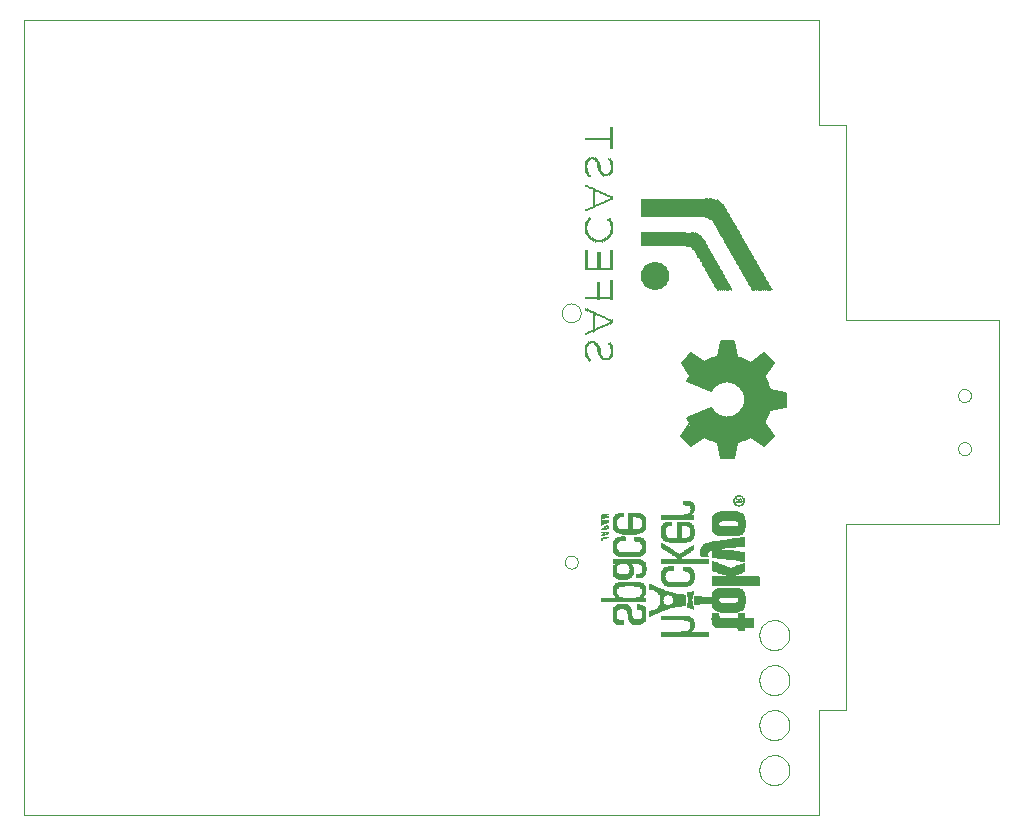
<source format=gbo>
G75*
G70*
%OFA0B0*%
%FSLAX24Y24*%
%IPPOS*%
%LPD*%
%AMOC8*
5,1,8,0,0,1.08239X$1,22.5*
%
%ADD10C,0.0000*%
%ADD11R,0.0024X0.0283*%
%ADD12R,0.0024X0.0094*%
%ADD13R,0.0024X0.0661*%
%ADD14R,0.0024X0.0402*%
%ADD15R,0.0024X0.0425*%
%ADD16R,0.0024X0.0496*%
%ADD17R,0.0024X0.0472*%
%ADD18R,0.0024X0.0213*%
%ADD19R,0.0024X0.0165*%
%ADD20R,0.0024X0.0118*%
%ADD21R,0.0024X0.0236*%
%ADD22R,0.0024X0.0189*%
%ADD23R,0.0024X0.0142*%
%ADD24R,0.0024X0.0071*%
%ADD25R,0.0024X0.0047*%
%ADD26R,0.0024X0.0024*%
%ADD27R,0.0024X0.0709*%
%ADD28R,0.0024X0.0685*%
%ADD29R,0.0024X0.0638*%
%ADD30R,0.0024X0.0614*%
%ADD31R,0.0024X0.0307*%
%ADD32R,0.0024X0.0331*%
%ADD33R,0.0024X0.0732*%
%ADD34R,0.0024X0.0449*%
%ADD35R,0.0024X0.0378*%
%ADD36R,0.0024X0.0260*%
%ADD37R,0.0024X0.0520*%
%ADD38R,0.0024X0.0567*%
%ADD39R,0.0024X0.0756*%
%ADD40R,0.0024X0.0803*%
%ADD41R,0.0024X0.0850*%
%ADD42R,0.0024X0.0898*%
%ADD43R,0.0024X0.0945*%
%ADD44R,0.0024X0.0543*%
%ADD45R,0.0024X0.0591*%
%ADD46R,0.0024X0.0780*%
%ADD47R,0.0024X0.0827*%
%ADD48R,0.0024X0.0874*%
%ADD49R,0.0024X0.0921*%
%ADD50R,0.0024X0.0969*%
%ADD51R,0.0024X0.0992*%
%ADD52R,0.0024X0.1039*%
%ADD53R,0.0024X0.1063*%
%ADD54R,0.0024X0.1110*%
%ADD55R,0.0024X0.1134*%
%ADD56R,0.0024X0.1157*%
%ADD57R,0.0024X0.1181*%
%ADD58R,0.0024X0.1205*%
%ADD59R,0.0024X0.1228*%
%ADD60R,0.0024X0.1016*%
%ADD61R,0.0024X0.0354*%
%ADD62R,0.0020X0.0020*%
%ADD63C,0.0080*%
%ADD64C,0.0060*%
D10*
X002390Y000680D02*
X002390Y027176D01*
X028890Y027180D01*
X028890Y023676D01*
X029790Y023680D01*
X029790Y017180D01*
X034890Y017180D01*
X034890Y010380D01*
X029790Y010380D01*
X029790Y004180D01*
X028890Y004180D01*
X028890Y000680D01*
X002390Y000680D01*
X020400Y009113D02*
X020402Y009142D01*
X020408Y009170D01*
X020417Y009198D01*
X020430Y009224D01*
X020447Y009247D01*
X020466Y009269D01*
X020488Y009288D01*
X020513Y009303D01*
X020539Y009316D01*
X020567Y009324D01*
X020595Y009329D01*
X020624Y009330D01*
X020653Y009327D01*
X020681Y009320D01*
X020708Y009310D01*
X020734Y009296D01*
X020757Y009279D01*
X020778Y009259D01*
X020796Y009236D01*
X020811Y009211D01*
X020822Y009184D01*
X020830Y009156D01*
X020834Y009127D01*
X020834Y009099D01*
X020830Y009070D01*
X020822Y009042D01*
X020811Y009015D01*
X020796Y008990D01*
X020778Y008967D01*
X020757Y008947D01*
X020734Y008930D01*
X020708Y008916D01*
X020681Y008906D01*
X020653Y008899D01*
X020624Y008896D01*
X020595Y008897D01*
X020567Y008902D01*
X020539Y008910D01*
X020513Y008923D01*
X020488Y008938D01*
X020466Y008957D01*
X020447Y008979D01*
X020430Y009002D01*
X020417Y009028D01*
X020408Y009056D01*
X020402Y009084D01*
X020400Y009113D01*
X026890Y006680D02*
X026892Y006724D01*
X026898Y006768D01*
X026908Y006811D01*
X026921Y006853D01*
X026938Y006894D01*
X026959Y006933D01*
X026983Y006970D01*
X027010Y007005D01*
X027040Y007037D01*
X027073Y007067D01*
X027109Y007093D01*
X027146Y007117D01*
X027186Y007136D01*
X027227Y007153D01*
X027270Y007165D01*
X027313Y007174D01*
X027357Y007179D01*
X027401Y007180D01*
X027445Y007177D01*
X027489Y007170D01*
X027532Y007159D01*
X027574Y007145D01*
X027614Y007127D01*
X027653Y007105D01*
X027689Y007081D01*
X027723Y007053D01*
X027755Y007022D01*
X027784Y006988D01*
X027810Y006952D01*
X027832Y006914D01*
X027851Y006874D01*
X027866Y006832D01*
X027878Y006790D01*
X027886Y006746D01*
X027890Y006702D01*
X027890Y006658D01*
X027886Y006614D01*
X027878Y006570D01*
X027866Y006528D01*
X027851Y006486D01*
X027832Y006446D01*
X027810Y006408D01*
X027784Y006372D01*
X027755Y006338D01*
X027723Y006307D01*
X027689Y006279D01*
X027653Y006255D01*
X027614Y006233D01*
X027574Y006215D01*
X027532Y006201D01*
X027489Y006190D01*
X027445Y006183D01*
X027401Y006180D01*
X027357Y006181D01*
X027313Y006186D01*
X027270Y006195D01*
X027227Y006207D01*
X027186Y006224D01*
X027146Y006243D01*
X027109Y006267D01*
X027073Y006293D01*
X027040Y006323D01*
X027010Y006355D01*
X026983Y006390D01*
X026959Y006427D01*
X026938Y006466D01*
X026921Y006507D01*
X026908Y006549D01*
X026898Y006592D01*
X026892Y006636D01*
X026890Y006680D01*
X026890Y005180D02*
X026892Y005224D01*
X026898Y005268D01*
X026908Y005311D01*
X026921Y005353D01*
X026938Y005394D01*
X026959Y005433D01*
X026983Y005470D01*
X027010Y005505D01*
X027040Y005537D01*
X027073Y005567D01*
X027109Y005593D01*
X027146Y005617D01*
X027186Y005636D01*
X027227Y005653D01*
X027270Y005665D01*
X027313Y005674D01*
X027357Y005679D01*
X027401Y005680D01*
X027445Y005677D01*
X027489Y005670D01*
X027532Y005659D01*
X027574Y005645D01*
X027614Y005627D01*
X027653Y005605D01*
X027689Y005581D01*
X027723Y005553D01*
X027755Y005522D01*
X027784Y005488D01*
X027810Y005452D01*
X027832Y005414D01*
X027851Y005374D01*
X027866Y005332D01*
X027878Y005290D01*
X027886Y005246D01*
X027890Y005202D01*
X027890Y005158D01*
X027886Y005114D01*
X027878Y005070D01*
X027866Y005028D01*
X027851Y004986D01*
X027832Y004946D01*
X027810Y004908D01*
X027784Y004872D01*
X027755Y004838D01*
X027723Y004807D01*
X027689Y004779D01*
X027653Y004755D01*
X027614Y004733D01*
X027574Y004715D01*
X027532Y004701D01*
X027489Y004690D01*
X027445Y004683D01*
X027401Y004680D01*
X027357Y004681D01*
X027313Y004686D01*
X027270Y004695D01*
X027227Y004707D01*
X027186Y004724D01*
X027146Y004743D01*
X027109Y004767D01*
X027073Y004793D01*
X027040Y004823D01*
X027010Y004855D01*
X026983Y004890D01*
X026959Y004927D01*
X026938Y004966D01*
X026921Y005007D01*
X026908Y005049D01*
X026898Y005092D01*
X026892Y005136D01*
X026890Y005180D01*
X026890Y003680D02*
X026892Y003724D01*
X026898Y003768D01*
X026908Y003811D01*
X026921Y003853D01*
X026938Y003894D01*
X026959Y003933D01*
X026983Y003970D01*
X027010Y004005D01*
X027040Y004037D01*
X027073Y004067D01*
X027109Y004093D01*
X027146Y004117D01*
X027186Y004136D01*
X027227Y004153D01*
X027270Y004165D01*
X027313Y004174D01*
X027357Y004179D01*
X027401Y004180D01*
X027445Y004177D01*
X027489Y004170D01*
X027532Y004159D01*
X027574Y004145D01*
X027614Y004127D01*
X027653Y004105D01*
X027689Y004081D01*
X027723Y004053D01*
X027755Y004022D01*
X027784Y003988D01*
X027810Y003952D01*
X027832Y003914D01*
X027851Y003874D01*
X027866Y003832D01*
X027878Y003790D01*
X027886Y003746D01*
X027890Y003702D01*
X027890Y003658D01*
X027886Y003614D01*
X027878Y003570D01*
X027866Y003528D01*
X027851Y003486D01*
X027832Y003446D01*
X027810Y003408D01*
X027784Y003372D01*
X027755Y003338D01*
X027723Y003307D01*
X027689Y003279D01*
X027653Y003255D01*
X027614Y003233D01*
X027574Y003215D01*
X027532Y003201D01*
X027489Y003190D01*
X027445Y003183D01*
X027401Y003180D01*
X027357Y003181D01*
X027313Y003186D01*
X027270Y003195D01*
X027227Y003207D01*
X027186Y003224D01*
X027146Y003243D01*
X027109Y003267D01*
X027073Y003293D01*
X027040Y003323D01*
X027010Y003355D01*
X026983Y003390D01*
X026959Y003427D01*
X026938Y003466D01*
X026921Y003507D01*
X026908Y003549D01*
X026898Y003592D01*
X026892Y003636D01*
X026890Y003680D01*
X026890Y002180D02*
X026892Y002224D01*
X026898Y002268D01*
X026908Y002311D01*
X026921Y002353D01*
X026938Y002394D01*
X026959Y002433D01*
X026983Y002470D01*
X027010Y002505D01*
X027040Y002537D01*
X027073Y002567D01*
X027109Y002593D01*
X027146Y002617D01*
X027186Y002636D01*
X027227Y002653D01*
X027270Y002665D01*
X027313Y002674D01*
X027357Y002679D01*
X027401Y002680D01*
X027445Y002677D01*
X027489Y002670D01*
X027532Y002659D01*
X027574Y002645D01*
X027614Y002627D01*
X027653Y002605D01*
X027689Y002581D01*
X027723Y002553D01*
X027755Y002522D01*
X027784Y002488D01*
X027810Y002452D01*
X027832Y002414D01*
X027851Y002374D01*
X027866Y002332D01*
X027878Y002290D01*
X027886Y002246D01*
X027890Y002202D01*
X027890Y002158D01*
X027886Y002114D01*
X027878Y002070D01*
X027866Y002028D01*
X027851Y001986D01*
X027832Y001946D01*
X027810Y001908D01*
X027784Y001872D01*
X027755Y001838D01*
X027723Y001807D01*
X027689Y001779D01*
X027653Y001755D01*
X027614Y001733D01*
X027574Y001715D01*
X027532Y001701D01*
X027489Y001690D01*
X027445Y001683D01*
X027401Y001680D01*
X027357Y001681D01*
X027313Y001686D01*
X027270Y001695D01*
X027227Y001707D01*
X027186Y001724D01*
X027146Y001743D01*
X027109Y001767D01*
X027073Y001793D01*
X027040Y001823D01*
X027010Y001855D01*
X026983Y001890D01*
X026959Y001927D01*
X026938Y001966D01*
X026921Y002007D01*
X026908Y002049D01*
X026898Y002092D01*
X026892Y002136D01*
X026890Y002180D01*
X033512Y012894D02*
X033514Y012923D01*
X033520Y012951D01*
X033529Y012979D01*
X033542Y013005D01*
X033559Y013028D01*
X033578Y013050D01*
X033600Y013069D01*
X033625Y013084D01*
X033651Y013097D01*
X033679Y013105D01*
X033707Y013110D01*
X033736Y013111D01*
X033765Y013108D01*
X033793Y013101D01*
X033820Y013091D01*
X033846Y013077D01*
X033869Y013060D01*
X033890Y013040D01*
X033908Y013017D01*
X033923Y012992D01*
X033934Y012965D01*
X033942Y012937D01*
X033946Y012908D01*
X033946Y012880D01*
X033942Y012851D01*
X033934Y012823D01*
X033923Y012796D01*
X033908Y012771D01*
X033890Y012748D01*
X033869Y012728D01*
X033846Y012711D01*
X033820Y012697D01*
X033793Y012687D01*
X033765Y012680D01*
X033736Y012677D01*
X033707Y012678D01*
X033679Y012683D01*
X033651Y012691D01*
X033625Y012704D01*
X033600Y012719D01*
X033578Y012738D01*
X033559Y012760D01*
X033542Y012783D01*
X033529Y012809D01*
X033520Y012837D01*
X033514Y012865D01*
X033512Y012894D01*
X033512Y014666D02*
X033514Y014695D01*
X033520Y014723D01*
X033529Y014751D01*
X033542Y014777D01*
X033559Y014800D01*
X033578Y014822D01*
X033600Y014841D01*
X033625Y014856D01*
X033651Y014869D01*
X033679Y014877D01*
X033707Y014882D01*
X033736Y014883D01*
X033765Y014880D01*
X033793Y014873D01*
X033820Y014863D01*
X033846Y014849D01*
X033869Y014832D01*
X033890Y014812D01*
X033908Y014789D01*
X033923Y014764D01*
X033934Y014737D01*
X033942Y014709D01*
X033946Y014680D01*
X033946Y014652D01*
X033942Y014623D01*
X033934Y014595D01*
X033923Y014568D01*
X033908Y014543D01*
X033890Y014520D01*
X033869Y014500D01*
X033846Y014483D01*
X033820Y014469D01*
X033793Y014459D01*
X033765Y014452D01*
X033736Y014449D01*
X033707Y014450D01*
X033679Y014455D01*
X033651Y014463D01*
X033625Y014476D01*
X033600Y014491D01*
X033578Y014510D01*
X033559Y014532D01*
X033542Y014555D01*
X033529Y014581D01*
X033520Y014609D01*
X033514Y014637D01*
X033512Y014666D01*
X020302Y017420D02*
X020304Y017455D01*
X020310Y017490D01*
X020320Y017524D01*
X020333Y017557D01*
X020350Y017588D01*
X020371Y017616D01*
X020394Y017643D01*
X020421Y017666D01*
X020449Y017687D01*
X020480Y017704D01*
X020513Y017717D01*
X020547Y017727D01*
X020582Y017733D01*
X020617Y017735D01*
X020652Y017733D01*
X020687Y017727D01*
X020721Y017717D01*
X020754Y017704D01*
X020785Y017687D01*
X020813Y017666D01*
X020840Y017643D01*
X020863Y017616D01*
X020884Y017588D01*
X020901Y017557D01*
X020914Y017524D01*
X020924Y017490D01*
X020930Y017455D01*
X020932Y017420D01*
X020930Y017385D01*
X020924Y017350D01*
X020914Y017316D01*
X020901Y017283D01*
X020884Y017252D01*
X020863Y017224D01*
X020840Y017197D01*
X020813Y017174D01*
X020785Y017153D01*
X020754Y017136D01*
X020721Y017123D01*
X020687Y017113D01*
X020652Y017107D01*
X020617Y017105D01*
X020582Y017107D01*
X020547Y017113D01*
X020513Y017123D01*
X020480Y017136D01*
X020449Y017153D01*
X020421Y017174D01*
X020394Y017197D01*
X020371Y017224D01*
X020350Y017252D01*
X020333Y017283D01*
X020320Y017316D01*
X020310Y017350D01*
X020304Y017385D01*
X020302Y017420D01*
D11*
X021527Y016253D03*
X021102Y016159D03*
X021102Y020245D03*
X022023Y020245D03*
X021598Y022206D03*
X021527Y022395D03*
X021102Y022300D03*
X027196Y018308D03*
D12*
X025968Y018214D03*
X021929Y017907D03*
X021905Y017907D03*
X021881Y017907D03*
X021858Y017907D03*
X021834Y017907D03*
X021810Y017907D03*
X021787Y017907D03*
X021763Y017907D03*
X021740Y017907D03*
X021716Y017907D03*
X021692Y017907D03*
X021669Y017907D03*
X021645Y017907D03*
X021621Y017907D03*
X021598Y017907D03*
X021503Y017907D03*
X021480Y017907D03*
X021456Y017907D03*
X021433Y017907D03*
X021409Y017907D03*
X021385Y017907D03*
X021362Y017907D03*
X021338Y017907D03*
X021314Y017907D03*
X021291Y017907D03*
X021267Y017907D03*
X021244Y017907D03*
X021220Y017907D03*
X021196Y017907D03*
X021173Y017907D03*
X021149Y017907D03*
X021125Y017907D03*
X021102Y017907D03*
X021102Y017552D03*
X021125Y017529D03*
X021149Y017529D03*
X021196Y017505D03*
X021220Y017505D03*
X021244Y017482D03*
X021267Y017482D03*
X021291Y017458D03*
X021314Y017458D03*
X021338Y017434D03*
X021456Y017387D03*
X021480Y017387D03*
X021503Y017363D03*
X021527Y017363D03*
X021551Y017340D03*
X021574Y017340D03*
X021598Y017316D03*
X021621Y017316D03*
X021669Y017293D03*
X021692Y017293D03*
X021716Y017269D03*
X021740Y017269D03*
X021763Y017245D03*
X021787Y017245D03*
X021810Y017222D03*
X021834Y017222D03*
X021881Y017198D03*
X021905Y017198D03*
X021905Y017080D03*
X021881Y017056D03*
X021858Y017056D03*
X021834Y017033D03*
X021810Y017033D03*
X021763Y017009D03*
X021716Y016986D03*
X021669Y016962D03*
X021645Y016962D03*
X021621Y016938D03*
X021598Y016938D03*
X021574Y016915D03*
X021551Y016915D03*
X021503Y016891D03*
X021456Y016867D03*
X021433Y016867D03*
X021338Y016820D03*
X021291Y016797D03*
X021244Y016773D03*
X021220Y016773D03*
X021196Y016749D03*
X021173Y016749D03*
X021149Y016726D03*
X021125Y016726D03*
X021102Y016702D03*
X021244Y016419D03*
X021267Y016419D03*
X021291Y016442D03*
X021314Y016442D03*
X021338Y016442D03*
X021362Y016442D03*
X021385Y016442D03*
X021433Y016419D03*
X021905Y016395D03*
X021881Y015899D03*
X021858Y015899D03*
X021834Y015875D03*
X021810Y015875D03*
X021787Y015875D03*
X021763Y015875D03*
X021740Y015875D03*
X021716Y015899D03*
X022023Y017127D03*
X021929Y018899D03*
X021905Y018899D03*
X021881Y018899D03*
X021858Y018899D03*
X021834Y018899D03*
X021810Y018899D03*
X021787Y018899D03*
X021763Y018899D03*
X021740Y018899D03*
X021716Y018899D03*
X021692Y018899D03*
X021669Y018899D03*
X021645Y018899D03*
X021621Y018899D03*
X021503Y018899D03*
X021480Y018899D03*
X021456Y018899D03*
X021433Y018899D03*
X021409Y018899D03*
X021385Y018899D03*
X021362Y018899D03*
X021338Y018899D03*
X021314Y018899D03*
X021291Y018899D03*
X021267Y018899D03*
X021244Y018899D03*
X021220Y018899D03*
X021196Y018899D03*
X021480Y019820D03*
X021503Y019820D03*
X021527Y019820D03*
X021551Y019820D03*
X021574Y019820D03*
X021598Y019820D03*
X021621Y019820D03*
X021645Y019820D03*
X021692Y019844D03*
X021716Y019844D03*
X021763Y019867D03*
X021810Y019891D03*
X021433Y019844D03*
X021409Y019844D03*
X021362Y019867D03*
X021314Y019891D03*
X021881Y020529D03*
X021338Y020930D03*
X021314Y020930D03*
X021291Y020907D03*
X021267Y020907D03*
X021244Y020883D03*
X021220Y020883D03*
X021173Y020860D03*
X021149Y020860D03*
X021125Y020836D03*
X021102Y020836D03*
X021433Y020978D03*
X021480Y021001D03*
X021503Y021001D03*
X021527Y021025D03*
X021551Y021025D03*
X021574Y021049D03*
X021598Y021049D03*
X021645Y021072D03*
X021692Y021096D03*
X021716Y021096D03*
X021740Y021119D03*
X021763Y021119D03*
X021787Y021143D03*
X021810Y021143D03*
X021858Y021167D03*
X021905Y021190D03*
X021905Y021308D03*
X021881Y021308D03*
X021858Y021332D03*
X021834Y021332D03*
X021810Y021356D03*
X021787Y021356D03*
X021763Y021379D03*
X021740Y021379D03*
X021692Y021403D03*
X021669Y021403D03*
X021645Y021426D03*
X021621Y021426D03*
X021598Y021450D03*
X021574Y021450D03*
X021551Y021474D03*
X021527Y021474D03*
X021480Y021497D03*
X021456Y021497D03*
X021433Y021521D03*
X021338Y021568D03*
X021314Y021568D03*
X021291Y021592D03*
X021267Y021592D03*
X021244Y021592D03*
X021220Y021615D03*
X021196Y021615D03*
X021173Y021639D03*
X021149Y021639D03*
X021125Y021663D03*
X021102Y021663D03*
X021244Y021993D03*
X021692Y022041D03*
X021740Y022017D03*
X021763Y022017D03*
X021787Y022017D03*
X021810Y022017D03*
X021834Y022017D03*
X021858Y022017D03*
X021881Y022041D03*
X021905Y022513D03*
X021409Y022560D03*
X021385Y022560D03*
X021362Y022584D03*
X021338Y022584D03*
X021314Y022584D03*
X021291Y022560D03*
X021267Y022560D03*
X021220Y022537D03*
X021220Y023222D03*
X021244Y023222D03*
X021267Y023222D03*
X021291Y023222D03*
X021314Y023222D03*
X021338Y023222D03*
X021362Y023222D03*
X021385Y023222D03*
X021409Y023222D03*
X021433Y023222D03*
X021456Y023222D03*
X021480Y023222D03*
X021503Y023222D03*
X021527Y023222D03*
X021551Y023222D03*
X021574Y023222D03*
X021598Y023222D03*
X021621Y023222D03*
X021645Y023222D03*
X021669Y023222D03*
X021692Y023222D03*
X021716Y023222D03*
X021740Y023222D03*
X021763Y023222D03*
X021787Y023222D03*
X021810Y023222D03*
X021834Y023222D03*
X021858Y023222D03*
X021881Y023222D03*
X021905Y023222D03*
X021929Y023222D03*
X021196Y023222D03*
X021173Y023222D03*
X021149Y023222D03*
X021125Y023222D03*
X021102Y023222D03*
D13*
X025165Y020907D03*
X025188Y020907D03*
X024787Y019749D03*
X023086Y018639D03*
X022023Y018190D03*
X021999Y018190D03*
X021976Y018190D03*
X021952Y018190D03*
X021952Y019182D03*
X021976Y019182D03*
X021999Y019182D03*
X022023Y019182D03*
X021173Y019182D03*
X021149Y019182D03*
X021125Y019182D03*
X021102Y019182D03*
X021385Y017127D03*
X021409Y017127D03*
X026984Y018497D03*
D14*
X027125Y018367D03*
X021125Y016147D03*
X021125Y022289D03*
D15*
X021125Y020245D03*
X021999Y020245D03*
X023015Y018639D03*
X023842Y018639D03*
X025779Y018379D03*
D16*
X027078Y018415D03*
X024621Y019856D03*
X024598Y019856D03*
X021976Y020257D03*
X021149Y020234D03*
X021149Y016147D03*
D17*
X021976Y016159D03*
X025755Y018403D03*
X024574Y019867D03*
X024551Y019867D03*
X024527Y019867D03*
X024503Y019867D03*
X024480Y019867D03*
X021149Y022277D03*
D18*
X021503Y022454D03*
X021621Y022147D03*
X021952Y022454D03*
X021952Y020423D03*
X021952Y020068D03*
X021173Y020068D03*
X021173Y020423D03*
X025897Y018273D03*
X021952Y016312D03*
X021503Y016312D03*
X021621Y016005D03*
X021173Y015982D03*
D19*
X021196Y015911D03*
X021173Y016336D03*
X021480Y016360D03*
X021645Y015958D03*
X021952Y015982D03*
X021952Y017139D03*
X025921Y018249D03*
X027267Y018249D03*
X021905Y020517D03*
X021929Y021249D03*
X021952Y021249D03*
X021196Y022052D03*
X021645Y022100D03*
X021952Y022123D03*
X021929Y022501D03*
X021480Y022501D03*
D20*
X021456Y022525D03*
X021433Y022549D03*
X021244Y022549D03*
X021196Y022501D03*
X021716Y022029D03*
X021905Y022052D03*
X021929Y022076D03*
X021999Y021249D03*
X022023Y021249D03*
X021244Y020541D03*
X021220Y020517D03*
X021244Y019950D03*
X021267Y019926D03*
X021291Y019903D03*
X021338Y019879D03*
X021385Y019856D03*
X021456Y019832D03*
X021669Y019832D03*
X021740Y019856D03*
X021787Y019879D03*
X021834Y019903D03*
X021858Y019926D03*
X021881Y019950D03*
X021173Y017517D03*
X021433Y017399D03*
X021999Y017139D03*
X021409Y016430D03*
X021220Y016407D03*
X021244Y015863D03*
X021692Y015911D03*
X021905Y015911D03*
X021929Y015934D03*
X027291Y018226D03*
D21*
X027220Y018285D03*
X021173Y022111D03*
D22*
X021173Y022466D03*
X021929Y020482D03*
X022968Y018639D03*
X023889Y018639D03*
X021929Y017127D03*
X027244Y018261D03*
D23*
X025944Y018237D03*
X021976Y017127D03*
X021929Y016371D03*
X021456Y016395D03*
X021196Y016371D03*
X021220Y015875D03*
X021669Y015923D03*
X021905Y019986D03*
X021929Y020009D03*
X021220Y019986D03*
X021196Y020009D03*
X021196Y020482D03*
X021976Y021237D03*
X021220Y022017D03*
X021669Y022064D03*
D24*
X021503Y021486D03*
X021716Y021391D03*
X021834Y021155D03*
X021881Y021178D03*
X021669Y021084D03*
X021621Y021060D03*
X021456Y020989D03*
X021196Y020871D03*
X021267Y020541D03*
X021645Y017304D03*
X021858Y017210D03*
X021787Y017021D03*
X021740Y016997D03*
X021692Y016974D03*
X021527Y016903D03*
X021480Y016879D03*
X021314Y016808D03*
X021267Y016785D03*
X027314Y018202D03*
D25*
X025992Y018190D03*
X021881Y016395D03*
X021267Y015852D03*
X021858Y020529D03*
X021267Y021993D03*
X021881Y022537D03*
D26*
X021291Y020541D03*
X027338Y018178D03*
D27*
X025614Y018521D03*
X024810Y019726D03*
X025259Y020883D03*
X025283Y020883D03*
X023724Y018639D03*
X023133Y018639D03*
X023110Y018639D03*
X021362Y017127D03*
D28*
X023747Y018651D03*
X025637Y018509D03*
X026960Y018509D03*
X025236Y020895D03*
X025212Y020895D03*
X021385Y021249D03*
X021362Y021249D03*
D29*
X021409Y021249D03*
X024763Y019785D03*
X025094Y020919D03*
X025118Y020919D03*
X025141Y020919D03*
X025661Y018486D03*
X023771Y018651D03*
D30*
X024740Y019797D03*
X024740Y020930D03*
X024763Y020930D03*
X024787Y020930D03*
X024810Y020930D03*
X024834Y020930D03*
X024858Y020930D03*
X024881Y020930D03*
X024905Y020930D03*
X024929Y020930D03*
X024952Y020930D03*
X024976Y020930D03*
X024999Y020930D03*
X025023Y020930D03*
X025047Y020930D03*
X025070Y020930D03*
X024716Y020930D03*
X024692Y020930D03*
X024669Y020930D03*
X024645Y020930D03*
X024621Y020930D03*
X024598Y020930D03*
X024574Y020930D03*
X024551Y020930D03*
X024527Y020930D03*
X024503Y020930D03*
X024480Y020930D03*
X024456Y020930D03*
X024433Y020930D03*
X024409Y020930D03*
X024385Y020930D03*
X024362Y020930D03*
X024338Y020930D03*
X024314Y020930D03*
X024291Y020930D03*
X024267Y020930D03*
X024244Y020930D03*
X024220Y020930D03*
X024196Y020930D03*
X024173Y020930D03*
X024149Y020930D03*
X024125Y020930D03*
X024102Y020930D03*
X024078Y020930D03*
X024055Y020930D03*
X024031Y020930D03*
X024007Y020930D03*
X023984Y020930D03*
X023960Y020930D03*
X023936Y020930D03*
X023913Y020930D03*
X023889Y020930D03*
X023866Y020930D03*
X023842Y020930D03*
X023818Y020930D03*
X023795Y020930D03*
X023771Y020930D03*
X023747Y020930D03*
X023724Y020930D03*
X023700Y020930D03*
X023677Y020930D03*
X023653Y020930D03*
X023629Y020930D03*
X023606Y020930D03*
X023582Y020930D03*
X023559Y020930D03*
X023535Y020930D03*
X023511Y020930D03*
X023488Y020930D03*
X023464Y020930D03*
X023440Y020930D03*
X023417Y020930D03*
X023393Y020930D03*
X023370Y020930D03*
X023346Y020930D03*
X023322Y020930D03*
X023299Y020930D03*
X023275Y020930D03*
X023251Y020930D03*
X023228Y020930D03*
X023204Y020930D03*
X023181Y020930D03*
X023157Y020930D03*
X023133Y020930D03*
X023110Y020930D03*
X023086Y020930D03*
X023062Y020930D03*
X023039Y020930D03*
X023015Y020930D03*
X022992Y020930D03*
X022968Y020930D03*
X021598Y019159D03*
X021574Y019159D03*
X021551Y019159D03*
X021527Y019159D03*
X021527Y018167D03*
X021551Y018167D03*
X021574Y018167D03*
X027007Y018474D03*
D31*
X025850Y018320D03*
X021551Y016194D03*
X021598Y016076D03*
D32*
X021574Y016135D03*
X022992Y018639D03*
X023866Y018639D03*
X025826Y018332D03*
X027173Y018332D03*
X021574Y022277D03*
X021551Y022324D03*
D33*
X021952Y023234D03*
X021976Y023234D03*
X021999Y023234D03*
X022023Y023234D03*
X025307Y020871D03*
X026936Y018533D03*
D34*
X027102Y018391D03*
X024456Y019879D03*
X024433Y019879D03*
X024409Y019879D03*
X024385Y019879D03*
X024362Y019879D03*
X024338Y019879D03*
X024314Y019879D03*
X024291Y019879D03*
X024267Y019879D03*
X024244Y019879D03*
X024220Y019879D03*
X024196Y019879D03*
X024173Y019879D03*
X024149Y019879D03*
X024125Y019879D03*
X024102Y019879D03*
X024078Y019879D03*
X024055Y019879D03*
X024031Y019879D03*
X024007Y019879D03*
X023984Y019879D03*
X023960Y019879D03*
X023936Y019879D03*
X023913Y019879D03*
X023889Y019879D03*
X023866Y019879D03*
X023842Y019879D03*
X023818Y019879D03*
X023795Y019879D03*
X023771Y019879D03*
X023747Y019879D03*
X023724Y019879D03*
X023700Y019879D03*
X023677Y019879D03*
X023653Y019879D03*
X023629Y019879D03*
X023606Y019879D03*
X023582Y019879D03*
X023559Y019879D03*
X023535Y019879D03*
X023511Y019879D03*
X023488Y019879D03*
X023464Y019879D03*
X023440Y019879D03*
X023417Y019879D03*
X023393Y019879D03*
X023370Y019879D03*
X023346Y019879D03*
X023322Y019879D03*
X023299Y019879D03*
X023275Y019879D03*
X023251Y019879D03*
X023228Y019879D03*
X023204Y019879D03*
X023181Y019879D03*
X023157Y019879D03*
X023133Y019879D03*
X023110Y019879D03*
X023086Y019879D03*
X023062Y019879D03*
X023039Y019879D03*
X023015Y019879D03*
X022992Y019879D03*
X022968Y019879D03*
X021976Y022289D03*
D35*
X021999Y022277D03*
X025803Y018356D03*
X021999Y016159D03*
D36*
X022023Y016147D03*
X025873Y018297D03*
X022023Y022289D03*
D37*
X024645Y019844D03*
X023818Y018639D03*
X023039Y018639D03*
X025732Y018426D03*
X027055Y018426D03*
D38*
X027031Y018450D03*
X024692Y019820D03*
X023795Y018639D03*
X023062Y018639D03*
D39*
X023157Y018639D03*
X023700Y018639D03*
X024834Y019702D03*
X025354Y020836D03*
X025330Y020860D03*
X025590Y018545D03*
D40*
X025566Y018568D03*
X023677Y018639D03*
X023653Y018639D03*
X023204Y018639D03*
X023181Y018639D03*
X025377Y020812D03*
D41*
X024929Y019584D03*
X025543Y018592D03*
X026866Y018592D03*
X023629Y018639D03*
X023606Y018639D03*
X023251Y018639D03*
X023228Y018639D03*
D42*
X023275Y018639D03*
X023299Y018639D03*
X023322Y018639D03*
X023535Y018639D03*
X023559Y018639D03*
X023582Y018639D03*
X024999Y019489D03*
X024976Y019537D03*
X026842Y018615D03*
X025448Y020741D03*
D43*
X025472Y020718D03*
X025047Y019419D03*
X025141Y019253D03*
X025236Y019088D03*
X025259Y019041D03*
X025354Y018875D03*
X025448Y018710D03*
X026818Y018639D03*
X023511Y018639D03*
X023488Y018639D03*
X023464Y018639D03*
X023440Y018639D03*
X023417Y018639D03*
X023393Y018639D03*
X023370Y018639D03*
X023346Y018639D03*
D44*
X024669Y019832D03*
X025708Y018438D03*
D45*
X025684Y018462D03*
X024716Y019808D03*
D46*
X024858Y019667D03*
X024881Y019643D03*
X026913Y018556D03*
D47*
X026889Y018580D03*
X024905Y019619D03*
X025401Y020800D03*
D48*
X025425Y020777D03*
X024952Y019549D03*
X025519Y018604D03*
D49*
X025496Y018627D03*
X025472Y018674D03*
X025425Y018745D03*
X025401Y018793D03*
X025377Y018840D03*
X025330Y018911D03*
X025307Y018958D03*
X025283Y019005D03*
X025212Y019123D03*
X025188Y019171D03*
X025165Y019218D03*
X025118Y019289D03*
X025094Y019336D03*
X025070Y019383D03*
X025023Y019454D03*
D50*
X025496Y020706D03*
D51*
X025519Y020671D03*
X026795Y018663D03*
D52*
X025543Y020647D03*
D53*
X025566Y020611D03*
X025590Y020588D03*
X026747Y018698D03*
D54*
X026724Y018722D03*
X025614Y020564D03*
D55*
X025637Y020529D03*
D56*
X025661Y020493D03*
X025684Y020470D03*
X026700Y018745D03*
D57*
X026677Y018757D03*
X025708Y020434D03*
D58*
X025732Y020399D03*
X025779Y020328D03*
X025803Y020281D03*
X025897Y020115D03*
X025992Y019950D03*
X026086Y019785D03*
X026181Y019619D03*
X026275Y019454D03*
X026299Y019407D03*
X026370Y019289D03*
X026393Y019241D03*
X026464Y019123D03*
X026488Y019076D03*
X026582Y018911D03*
D59*
X026559Y018946D03*
X026535Y018993D03*
X026511Y019041D03*
X026440Y019159D03*
X026417Y019206D03*
X026346Y019324D03*
X026322Y019371D03*
X026251Y019489D03*
X026228Y019537D03*
X026204Y019584D03*
X026157Y019655D03*
X026133Y019702D03*
X026110Y019749D03*
X026062Y019820D03*
X026039Y019867D03*
X026015Y019915D03*
X025968Y019986D03*
X025944Y020033D03*
X025921Y020080D03*
X025873Y020151D03*
X025850Y020198D03*
X025826Y020245D03*
X025755Y020363D03*
X026606Y018875D03*
X026629Y018828D03*
X026653Y018781D03*
D60*
X026771Y018674D03*
D61*
X027149Y018344D03*
D62*
X026280Y011310D03*
X026280Y011290D03*
X026300Y011290D03*
X026320Y011290D03*
X026320Y011270D03*
X026340Y011270D03*
X026340Y011250D03*
X026360Y011250D03*
X026360Y011230D03*
X026380Y011230D03*
X026380Y011210D03*
X026400Y011210D03*
X026400Y011190D03*
X026400Y011170D03*
X026380Y011170D03*
X026380Y011190D03*
X026360Y011210D03*
X026320Y011190D03*
X026320Y011170D03*
X026300Y011170D03*
X026300Y011190D03*
X026280Y011190D03*
X026280Y011210D03*
X026260Y011190D03*
X026260Y011170D03*
X026280Y011170D03*
X026240Y011170D03*
X026240Y011190D03*
X026220Y011170D03*
X026200Y011170D03*
X026200Y011190D03*
X026180Y011190D03*
X026180Y011170D03*
X026160Y011170D03*
X026160Y011190D03*
X026160Y011210D03*
X026140Y011210D03*
X026140Y011190D03*
X026140Y011170D03*
X026100Y011210D03*
X026100Y011230D03*
X026120Y011230D03*
X026120Y011250D03*
X026120Y011270D03*
X026140Y011270D03*
X026160Y011270D03*
X026160Y011290D03*
X026180Y011290D03*
X026200Y011290D03*
X026220Y011290D03*
X026240Y011290D03*
X026260Y011290D03*
X026260Y011310D03*
X026240Y011310D03*
X026220Y011310D03*
X026200Y011310D03*
X026180Y011310D03*
X026140Y011290D03*
X026140Y011250D03*
X026100Y011250D03*
X026080Y011230D03*
X026080Y011210D03*
X026080Y011190D03*
X026080Y011170D03*
X026060Y011170D03*
X026060Y011190D03*
X026060Y011150D03*
X026080Y011150D03*
X026080Y011130D03*
X026080Y011110D03*
X026080Y011090D03*
X026080Y011070D03*
X026100Y011070D03*
X026100Y011050D03*
X026100Y011030D03*
X026120Y011030D03*
X026120Y011010D03*
X026120Y010990D03*
X026140Y010990D03*
X026160Y010990D03*
X026180Y010990D03*
X026200Y010990D03*
X026200Y010970D03*
X026220Y010970D03*
X026240Y010970D03*
X026260Y010970D03*
X026280Y010970D03*
X026300Y010970D03*
X026320Y010970D03*
X026320Y010990D03*
X026340Y010990D03*
X026340Y011010D03*
X026360Y011010D03*
X026360Y011030D03*
X026380Y011030D03*
X026380Y011050D03*
X026380Y011070D03*
X026400Y011070D03*
X026400Y011090D03*
X026400Y011110D03*
X026400Y011130D03*
X026400Y011150D03*
X026380Y011150D03*
X026380Y011130D03*
X026380Y011110D03*
X026380Y011090D03*
X026360Y011050D03*
X026340Y011030D03*
X026320Y011010D03*
X026300Y010990D03*
X026280Y010990D03*
X026260Y010950D03*
X026240Y010950D03*
X026220Y010950D03*
X026180Y010970D03*
X026160Y010970D03*
X026140Y011010D03*
X026100Y011010D03*
X026080Y011030D03*
X026080Y011050D03*
X026060Y011070D03*
X026060Y011090D03*
X026060Y011110D03*
X026060Y011130D03*
X026140Y011110D03*
X026160Y011110D03*
X026180Y011110D03*
X026200Y011110D03*
X026220Y011110D03*
X026240Y011110D03*
X026260Y011110D03*
X026280Y011110D03*
X026300Y011110D03*
X026320Y011110D03*
X026320Y011130D03*
X026340Y011130D03*
X026320Y011150D03*
X026320Y011090D03*
X026320Y011070D03*
X026300Y011070D03*
X026300Y011090D03*
X026280Y011090D03*
X026280Y011070D03*
X026260Y011070D03*
X026260Y011090D03*
X026240Y011090D03*
X026240Y011070D03*
X026220Y011070D03*
X026220Y011090D03*
X026200Y011090D03*
X026200Y011070D03*
X026180Y011070D03*
X026180Y011090D03*
X026160Y011090D03*
X026160Y011070D03*
X026140Y011070D03*
X026140Y011090D03*
X026200Y011150D03*
X026220Y011150D03*
X026240Y011150D03*
X026240Y011130D03*
X026220Y011130D03*
X026300Y011270D03*
X026180Y010770D03*
X026180Y010750D03*
X026200Y010750D03*
X026220Y010750D03*
X026240Y010750D03*
X026260Y010750D03*
X026260Y010730D03*
X026280Y010730D03*
X026300Y010730D03*
X026300Y010710D03*
X026320Y010710D03*
X026340Y010710D03*
X026340Y010690D03*
X026360Y010690D03*
X026360Y010670D03*
X026380Y010670D03*
X026380Y010650D03*
X026380Y010630D03*
X026400Y010630D03*
X026400Y010610D03*
X026380Y010610D03*
X026360Y010610D03*
X026360Y010630D03*
X026360Y010650D03*
X026340Y010650D03*
X026340Y010670D03*
X026320Y010670D03*
X026320Y010690D03*
X026300Y010690D03*
X026300Y010670D03*
X026300Y010650D03*
X026320Y010650D03*
X026320Y010630D03*
X026340Y010630D03*
X026340Y010610D03*
X026320Y010610D03*
X026300Y010610D03*
X026300Y010630D03*
X026280Y010630D03*
X026280Y010650D03*
X026280Y010670D03*
X026280Y010690D03*
X026280Y010710D03*
X026260Y010710D03*
X026260Y010690D03*
X026260Y010670D03*
X026260Y010650D03*
X026260Y010630D03*
X026260Y010610D03*
X026280Y010610D03*
X026280Y010590D03*
X026300Y010590D03*
X026320Y010590D03*
X026340Y010590D03*
X026360Y010590D03*
X026380Y010590D03*
X026400Y010590D03*
X026420Y010590D03*
X026420Y010570D03*
X026420Y010550D03*
X026420Y010530D03*
X026420Y010510D03*
X026420Y010490D03*
X026440Y010490D03*
X026440Y010470D03*
X026440Y010450D03*
X026440Y010430D03*
X026440Y010410D03*
X026440Y010390D03*
X026440Y010370D03*
X026440Y010350D03*
X026420Y010350D03*
X026420Y010370D03*
X026420Y010390D03*
X026420Y010410D03*
X026420Y010430D03*
X026420Y010450D03*
X026420Y010470D03*
X026400Y010470D03*
X026400Y010490D03*
X026400Y010510D03*
X026400Y010530D03*
X026400Y010550D03*
X026400Y010570D03*
X026380Y010570D03*
X026380Y010550D03*
X026380Y010530D03*
X026380Y010510D03*
X026380Y010490D03*
X026380Y010470D03*
X026380Y010450D03*
X026400Y010450D03*
X026400Y010430D03*
X026400Y010410D03*
X026400Y010390D03*
X026400Y010370D03*
X026400Y010350D03*
X026380Y010350D03*
X026380Y010370D03*
X026380Y010390D03*
X026380Y010410D03*
X026380Y010430D03*
X026360Y010430D03*
X026360Y010450D03*
X026360Y010470D03*
X026360Y010490D03*
X026360Y010510D03*
X026360Y010530D03*
X026360Y010550D03*
X026360Y010570D03*
X026340Y010570D03*
X026340Y010550D03*
X026340Y010530D03*
X026340Y010510D03*
X026340Y010490D03*
X026340Y010470D03*
X026340Y010450D03*
X026340Y010430D03*
X026340Y010410D03*
X026360Y010410D03*
X026360Y010390D03*
X026360Y010370D03*
X026360Y010350D03*
X026340Y010350D03*
X026340Y010370D03*
X026340Y010390D03*
X026320Y010390D03*
X026320Y010410D03*
X026320Y010430D03*
X026320Y010450D03*
X026320Y010470D03*
X026320Y010490D03*
X026320Y010510D03*
X026320Y010530D03*
X026320Y010550D03*
X026320Y010570D03*
X026300Y010570D03*
X026300Y010550D03*
X026300Y010530D03*
X026300Y010510D03*
X026300Y010490D03*
X026300Y010470D03*
X026300Y010450D03*
X026300Y010430D03*
X026300Y010410D03*
X026300Y010390D03*
X026300Y010370D03*
X026320Y010370D03*
X026320Y010350D03*
X026300Y010350D03*
X026280Y010350D03*
X026280Y010370D03*
X026280Y010390D03*
X026280Y010410D03*
X026280Y010430D03*
X026280Y010450D03*
X026280Y010470D03*
X026280Y010490D03*
X026280Y010510D03*
X026280Y010530D03*
X026280Y010550D03*
X026280Y010570D03*
X026260Y010570D03*
X026260Y010590D03*
X026240Y010590D03*
X026240Y010570D03*
X026240Y010550D03*
X026260Y010550D03*
X026260Y010530D03*
X026260Y010510D03*
X026260Y010490D03*
X026260Y010470D03*
X026260Y010450D03*
X026260Y010430D03*
X026260Y010410D03*
X026260Y010390D03*
X026260Y010370D03*
X026260Y010350D03*
X026240Y010350D03*
X026240Y010370D03*
X026240Y010390D03*
X026240Y010410D03*
X026240Y010430D03*
X026240Y010450D03*
X026240Y010470D03*
X026240Y010490D03*
X026240Y010510D03*
X026240Y010530D03*
X026220Y010530D03*
X026220Y010550D03*
X026220Y010570D03*
X026220Y010590D03*
X026200Y010590D03*
X026200Y010570D03*
X026200Y010550D03*
X026200Y010530D03*
X026200Y010510D03*
X026220Y010510D03*
X026220Y010490D03*
X026220Y010470D03*
X026220Y010450D03*
X026220Y010430D03*
X026220Y010410D03*
X026220Y010390D03*
X026220Y010370D03*
X026220Y010350D03*
X026200Y010350D03*
X026200Y010370D03*
X026200Y010390D03*
X026200Y010410D03*
X026200Y010430D03*
X026200Y010450D03*
X026200Y010470D03*
X026200Y010490D03*
X026180Y010490D03*
X026180Y010510D03*
X026180Y010530D03*
X026180Y010550D03*
X026180Y010570D03*
X026180Y010590D03*
X026160Y010590D03*
X026160Y010570D03*
X026160Y010550D03*
X026160Y010530D03*
X026160Y010510D03*
X026160Y010490D03*
X026160Y010470D03*
X026180Y010470D03*
X026180Y010450D03*
X026160Y010450D03*
X026140Y010450D03*
X026140Y010470D03*
X026140Y010490D03*
X026140Y010510D03*
X026140Y010530D03*
X026140Y010550D03*
X026140Y010570D03*
X026140Y010590D03*
X026140Y010610D03*
X026160Y010610D03*
X026180Y010610D03*
X026200Y010610D03*
X026220Y010610D03*
X026240Y010610D03*
X026240Y010630D03*
X026240Y010650D03*
X026240Y010670D03*
X026240Y010690D03*
X026240Y010710D03*
X026240Y010730D03*
X026220Y010730D03*
X026220Y010710D03*
X026220Y010690D03*
X026220Y010670D03*
X026220Y010650D03*
X026220Y010630D03*
X026200Y010630D03*
X026200Y010650D03*
X026200Y010670D03*
X026200Y010690D03*
X026200Y010710D03*
X026200Y010730D03*
X026180Y010730D03*
X026180Y010710D03*
X026180Y010690D03*
X026180Y010670D03*
X026180Y010650D03*
X026180Y010630D03*
X026160Y010630D03*
X026160Y010650D03*
X026160Y010670D03*
X026160Y010690D03*
X026160Y010710D03*
X026160Y010730D03*
X026160Y010750D03*
X026160Y010770D03*
X026140Y010770D03*
X026140Y010750D03*
X026140Y010730D03*
X026140Y010710D03*
X026140Y010690D03*
X026140Y010670D03*
X026140Y010650D03*
X026140Y010630D03*
X026120Y010630D03*
X026120Y010650D03*
X026120Y010670D03*
X026120Y010690D03*
X026120Y010710D03*
X026120Y010730D03*
X026120Y010750D03*
X026120Y010770D03*
X026100Y010770D03*
X026100Y010750D03*
X026100Y010730D03*
X026100Y010710D03*
X026100Y010690D03*
X026100Y010670D03*
X026100Y010650D03*
X026100Y010630D03*
X026100Y010610D03*
X026120Y010610D03*
X026120Y010590D03*
X026120Y010570D03*
X026120Y010550D03*
X026120Y010530D03*
X026120Y010510D03*
X026120Y010490D03*
X026120Y010470D03*
X026100Y010470D03*
X026100Y010490D03*
X026100Y010510D03*
X026100Y010530D03*
X026100Y010550D03*
X026100Y010570D03*
X026100Y010590D03*
X026080Y010590D03*
X026080Y010570D03*
X026080Y010550D03*
X026080Y010530D03*
X026080Y010510D03*
X026080Y010490D03*
X026080Y010470D03*
X026060Y010470D03*
X026060Y010490D03*
X026060Y010510D03*
X026060Y010530D03*
X026060Y010550D03*
X026060Y010570D03*
X026060Y010590D03*
X026040Y010590D03*
X026040Y010570D03*
X026040Y010550D03*
X026040Y010530D03*
X026040Y010510D03*
X026040Y010490D03*
X026040Y010470D03*
X026020Y010470D03*
X026020Y010490D03*
X026020Y010510D03*
X026020Y010530D03*
X026020Y010550D03*
X026020Y010570D03*
X026020Y010590D03*
X026000Y010590D03*
X026000Y010570D03*
X026000Y010550D03*
X026000Y010530D03*
X026000Y010510D03*
X026000Y010490D03*
X026000Y010470D03*
X025980Y010470D03*
X025980Y010490D03*
X025980Y010510D03*
X025980Y010530D03*
X025980Y010550D03*
X025980Y010570D03*
X025980Y010590D03*
X025960Y010590D03*
X025960Y010570D03*
X025960Y010550D03*
X025960Y010530D03*
X025960Y010510D03*
X025960Y010490D03*
X025960Y010470D03*
X025940Y010470D03*
X025940Y010490D03*
X025940Y010510D03*
X025940Y010530D03*
X025940Y010550D03*
X025940Y010570D03*
X025940Y010590D03*
X025920Y010590D03*
X025920Y010570D03*
X025920Y010550D03*
X025920Y010530D03*
X025920Y010510D03*
X025920Y010490D03*
X025920Y010470D03*
X025900Y010470D03*
X025900Y010490D03*
X025900Y010510D03*
X025900Y010530D03*
X025900Y010550D03*
X025900Y010570D03*
X025900Y010590D03*
X025880Y010590D03*
X025880Y010570D03*
X025880Y010550D03*
X025880Y010530D03*
X025880Y010510D03*
X025880Y010490D03*
X025880Y010470D03*
X025860Y010470D03*
X025860Y010490D03*
X025860Y010510D03*
X025860Y010530D03*
X025860Y010550D03*
X025860Y010570D03*
X025860Y010590D03*
X025840Y010590D03*
X025840Y010570D03*
X025840Y010550D03*
X025840Y010530D03*
X025840Y010510D03*
X025840Y010490D03*
X025840Y010470D03*
X025820Y010470D03*
X025820Y010490D03*
X025820Y010510D03*
X025820Y010530D03*
X025820Y010550D03*
X025820Y010570D03*
X025820Y010590D03*
X025800Y010590D03*
X025800Y010570D03*
X025800Y010550D03*
X025800Y010530D03*
X025800Y010510D03*
X025800Y010490D03*
X025800Y010470D03*
X025780Y010470D03*
X025780Y010490D03*
X025780Y010510D03*
X025780Y010530D03*
X025780Y010550D03*
X025780Y010570D03*
X025780Y010590D03*
X025760Y010590D03*
X025760Y010570D03*
X025760Y010550D03*
X025760Y010530D03*
X025760Y010510D03*
X025760Y010490D03*
X025760Y010470D03*
X025740Y010470D03*
X025740Y010490D03*
X025740Y010510D03*
X025740Y010530D03*
X025740Y010550D03*
X025740Y010570D03*
X025740Y010590D03*
X025740Y010610D03*
X025760Y010610D03*
X025780Y010610D03*
X025800Y010610D03*
X025820Y010610D03*
X025840Y010610D03*
X025860Y010610D03*
X025880Y010610D03*
X025900Y010610D03*
X025920Y010610D03*
X025940Y010610D03*
X025960Y010610D03*
X025980Y010610D03*
X026000Y010610D03*
X026020Y010610D03*
X026040Y010610D03*
X026060Y010610D03*
X026080Y010610D03*
X026080Y010630D03*
X026080Y010650D03*
X026080Y010670D03*
X026080Y010690D03*
X026080Y010710D03*
X026080Y010730D03*
X026080Y010750D03*
X026080Y010770D03*
X026060Y010770D03*
X026060Y010750D03*
X026060Y010730D03*
X026060Y010710D03*
X026060Y010690D03*
X026060Y010670D03*
X026060Y010650D03*
X026060Y010630D03*
X026040Y010630D03*
X026040Y010650D03*
X026040Y010670D03*
X026040Y010690D03*
X026040Y010710D03*
X026040Y010730D03*
X026040Y010750D03*
X026040Y010770D03*
X026020Y010770D03*
X026020Y010750D03*
X026020Y010730D03*
X026020Y010710D03*
X026020Y010690D03*
X026020Y010670D03*
X026020Y010650D03*
X026020Y010630D03*
X026000Y010630D03*
X026000Y010650D03*
X026000Y010670D03*
X026000Y010690D03*
X026000Y010710D03*
X026000Y010730D03*
X026000Y010750D03*
X026000Y010770D03*
X025980Y010770D03*
X025980Y010750D03*
X025980Y010730D03*
X025980Y010710D03*
X025980Y010690D03*
X025980Y010670D03*
X025980Y010650D03*
X025980Y010630D03*
X025960Y010630D03*
X025960Y010650D03*
X025960Y010670D03*
X025960Y010690D03*
X025960Y010710D03*
X025960Y010730D03*
X025960Y010750D03*
X025960Y010770D03*
X025940Y010770D03*
X025940Y010750D03*
X025940Y010730D03*
X025940Y010710D03*
X025940Y010690D03*
X025940Y010670D03*
X025940Y010650D03*
X025940Y010630D03*
X025920Y010630D03*
X025920Y010650D03*
X025920Y010670D03*
X025920Y010690D03*
X025920Y010710D03*
X025920Y010730D03*
X025920Y010750D03*
X025920Y010770D03*
X025900Y010770D03*
X025900Y010750D03*
X025900Y010730D03*
X025900Y010710D03*
X025900Y010690D03*
X025900Y010670D03*
X025900Y010650D03*
X025900Y010630D03*
X025880Y010630D03*
X025880Y010650D03*
X025880Y010670D03*
X025880Y010690D03*
X025880Y010710D03*
X025880Y010730D03*
X025880Y010750D03*
X025880Y010770D03*
X025860Y010770D03*
X025860Y010750D03*
X025860Y010730D03*
X025860Y010710D03*
X025860Y010690D03*
X025860Y010670D03*
X025860Y010650D03*
X025860Y010630D03*
X025840Y010630D03*
X025840Y010650D03*
X025840Y010670D03*
X025840Y010690D03*
X025840Y010710D03*
X025840Y010730D03*
X025840Y010750D03*
X025840Y010770D03*
X025820Y010770D03*
X025820Y010750D03*
X025820Y010730D03*
X025820Y010710D03*
X025820Y010690D03*
X025820Y010670D03*
X025820Y010650D03*
X025820Y010630D03*
X025800Y010630D03*
X025800Y010650D03*
X025800Y010670D03*
X025800Y010690D03*
X025800Y010710D03*
X025800Y010730D03*
X025800Y010750D03*
X025800Y010770D03*
X025780Y010770D03*
X025780Y010750D03*
X025780Y010730D03*
X025780Y010710D03*
X025780Y010690D03*
X025780Y010670D03*
X025780Y010650D03*
X025780Y010630D03*
X025760Y010630D03*
X025760Y010650D03*
X025760Y010670D03*
X025760Y010690D03*
X025760Y010710D03*
X025760Y010730D03*
X025760Y010750D03*
X025760Y010770D03*
X025740Y010770D03*
X025740Y010750D03*
X025740Y010730D03*
X025740Y010710D03*
X025740Y010690D03*
X025740Y010670D03*
X025740Y010650D03*
X025740Y010630D03*
X025720Y010630D03*
X025720Y010650D03*
X025720Y010670D03*
X025720Y010690D03*
X025720Y010710D03*
X025720Y010730D03*
X025720Y010750D03*
X025720Y010770D03*
X025700Y010770D03*
X025700Y010750D03*
X025700Y010730D03*
X025700Y010710D03*
X025700Y010690D03*
X025700Y010670D03*
X025700Y010650D03*
X025700Y010630D03*
X025700Y010610D03*
X025720Y010610D03*
X025720Y010590D03*
X025720Y010570D03*
X025720Y010550D03*
X025720Y010530D03*
X025720Y010510D03*
X025720Y010490D03*
X025720Y010470D03*
X025700Y010470D03*
X025700Y010490D03*
X025700Y010510D03*
X025700Y010530D03*
X025700Y010550D03*
X025700Y010570D03*
X025700Y010590D03*
X025680Y010590D03*
X025680Y010570D03*
X025680Y010550D03*
X025680Y010530D03*
X025680Y010510D03*
X025680Y010490D03*
X025680Y010470D03*
X025660Y010470D03*
X025660Y010490D03*
X025660Y010510D03*
X025660Y010530D03*
X025660Y010550D03*
X025660Y010570D03*
X025660Y010590D03*
X025640Y010590D03*
X025640Y010570D03*
X025640Y010550D03*
X025640Y010530D03*
X025640Y010510D03*
X025640Y010490D03*
X025640Y010470D03*
X025640Y010450D03*
X025620Y010450D03*
X025620Y010470D03*
X025620Y010490D03*
X025620Y010510D03*
X025620Y010530D03*
X025620Y010550D03*
X025620Y010570D03*
X025620Y010590D03*
X025600Y010590D03*
X025600Y010570D03*
X025600Y010550D03*
X025600Y010530D03*
X025600Y010510D03*
X025600Y010490D03*
X025600Y010470D03*
X025600Y010450D03*
X025580Y010450D03*
X025580Y010470D03*
X025580Y010490D03*
X025580Y010510D03*
X025580Y010530D03*
X025580Y010550D03*
X025580Y010570D03*
X025580Y010590D03*
X025560Y010590D03*
X025560Y010570D03*
X025560Y010550D03*
X025560Y010530D03*
X025560Y010510D03*
X025560Y010490D03*
X025560Y010470D03*
X025560Y010450D03*
X025560Y010430D03*
X025580Y010430D03*
X025560Y010410D03*
X025560Y010390D03*
X025560Y010370D03*
X025560Y010350D03*
X025540Y010350D03*
X025540Y010370D03*
X025540Y010390D03*
X025540Y010410D03*
X025540Y010430D03*
X025540Y010450D03*
X025540Y010470D03*
X025540Y010490D03*
X025540Y010510D03*
X025540Y010530D03*
X025540Y010550D03*
X025540Y010570D03*
X025540Y010590D03*
X025520Y010590D03*
X025520Y010570D03*
X025520Y010550D03*
X025520Y010530D03*
X025520Y010510D03*
X025520Y010490D03*
X025520Y010470D03*
X025520Y010450D03*
X025520Y010430D03*
X025520Y010410D03*
X025520Y010390D03*
X025520Y010370D03*
X025520Y010350D03*
X025500Y010350D03*
X025500Y010370D03*
X025500Y010390D03*
X025500Y010410D03*
X025500Y010430D03*
X025500Y010450D03*
X025500Y010470D03*
X025500Y010490D03*
X025500Y010510D03*
X025500Y010530D03*
X025500Y010550D03*
X025500Y010570D03*
X025500Y010590D03*
X025480Y010590D03*
X025480Y010570D03*
X025480Y010550D03*
X025480Y010530D03*
X025480Y010510D03*
X025480Y010490D03*
X025480Y010470D03*
X025480Y010450D03*
X025480Y010430D03*
X025480Y010410D03*
X025480Y010390D03*
X025480Y010370D03*
X025480Y010350D03*
X025460Y010350D03*
X025460Y010370D03*
X025460Y010390D03*
X025460Y010410D03*
X025460Y010430D03*
X025460Y010450D03*
X025460Y010470D03*
X025460Y010490D03*
X025460Y010510D03*
X025460Y010530D03*
X025460Y010550D03*
X025460Y010570D03*
X025460Y010590D03*
X025440Y010590D03*
X025440Y010570D03*
X025440Y010550D03*
X025440Y010530D03*
X025440Y010510D03*
X025440Y010490D03*
X025440Y010470D03*
X025440Y010450D03*
X025440Y010430D03*
X025440Y010410D03*
X025440Y010390D03*
X025440Y010370D03*
X025440Y010350D03*
X025420Y010350D03*
X025420Y010370D03*
X025420Y010390D03*
X025420Y010410D03*
X025420Y010430D03*
X025420Y010450D03*
X025420Y010470D03*
X025420Y010490D03*
X025420Y010510D03*
X025420Y010530D03*
X025420Y010550D03*
X025420Y010570D03*
X025420Y010590D03*
X025400Y010590D03*
X025400Y010570D03*
X025400Y010550D03*
X025400Y010530D03*
X025400Y010510D03*
X025400Y010490D03*
X025400Y010470D03*
X025400Y010450D03*
X025400Y010430D03*
X025400Y010410D03*
X025400Y010390D03*
X025400Y010370D03*
X025400Y010350D03*
X025380Y010350D03*
X025380Y010370D03*
X025380Y010390D03*
X025380Y010410D03*
X025380Y010430D03*
X025380Y010450D03*
X025380Y010470D03*
X025380Y010490D03*
X025380Y010510D03*
X025380Y010530D03*
X025380Y010550D03*
X025380Y010570D03*
X025380Y010590D03*
X025360Y010590D03*
X025360Y010570D03*
X025360Y010550D03*
X025360Y010530D03*
X025360Y010510D03*
X025360Y010490D03*
X025360Y010470D03*
X025360Y010450D03*
X025360Y010430D03*
X025360Y010410D03*
X025360Y010390D03*
X025360Y010370D03*
X025360Y010350D03*
X025340Y010350D03*
X025340Y010370D03*
X025340Y010390D03*
X025340Y010410D03*
X025340Y010430D03*
X025340Y010450D03*
X025340Y010470D03*
X025340Y010490D03*
X025340Y010510D03*
X025340Y010530D03*
X025360Y010610D03*
X025380Y010610D03*
X025400Y010610D03*
X025420Y010610D03*
X025440Y010610D03*
X025460Y010610D03*
X025480Y010610D03*
X025500Y010610D03*
X025520Y010610D03*
X025540Y010610D03*
X025560Y010610D03*
X025580Y010610D03*
X025600Y010610D03*
X025620Y010610D03*
X025640Y010610D03*
X025660Y010610D03*
X025680Y010610D03*
X025680Y010630D03*
X025680Y010650D03*
X025680Y010670D03*
X025680Y010690D03*
X025680Y010710D03*
X025680Y010730D03*
X025680Y010750D03*
X025680Y010770D03*
X025660Y010770D03*
X025660Y010750D03*
X025660Y010730D03*
X025660Y010710D03*
X025660Y010690D03*
X025660Y010670D03*
X025660Y010650D03*
X025660Y010630D03*
X025640Y010630D03*
X025640Y010650D03*
X025640Y010670D03*
X025640Y010690D03*
X025640Y010710D03*
X025640Y010730D03*
X025640Y010750D03*
X025640Y010770D03*
X025620Y010770D03*
X025620Y010750D03*
X025620Y010730D03*
X025620Y010710D03*
X025620Y010690D03*
X025620Y010670D03*
X025620Y010650D03*
X025620Y010630D03*
X025600Y010630D03*
X025600Y010650D03*
X025600Y010670D03*
X025600Y010690D03*
X025600Y010710D03*
X025600Y010730D03*
X025600Y010750D03*
X025600Y010770D03*
X025580Y010750D03*
X025580Y010730D03*
X025580Y010710D03*
X025580Y010690D03*
X025580Y010670D03*
X025580Y010650D03*
X025580Y010630D03*
X025560Y010630D03*
X025560Y010650D03*
X025560Y010670D03*
X025560Y010690D03*
X025560Y010710D03*
X025560Y010730D03*
X025560Y010750D03*
X025540Y010750D03*
X025540Y010730D03*
X025540Y010710D03*
X025540Y010690D03*
X025540Y010670D03*
X025540Y010650D03*
X025540Y010630D03*
X025520Y010630D03*
X025520Y010650D03*
X025520Y010670D03*
X025520Y010690D03*
X025520Y010710D03*
X025520Y010730D03*
X025520Y010750D03*
X025500Y010730D03*
X025500Y010710D03*
X025500Y010690D03*
X025500Y010670D03*
X025500Y010650D03*
X025500Y010630D03*
X025480Y010630D03*
X025480Y010650D03*
X025480Y010670D03*
X025480Y010690D03*
X025480Y010710D03*
X025480Y010730D03*
X025460Y010710D03*
X025460Y010690D03*
X025460Y010670D03*
X025460Y010650D03*
X025460Y010630D03*
X025440Y010630D03*
X025440Y010650D03*
X025440Y010670D03*
X025440Y010690D03*
X025440Y010710D03*
X025420Y010690D03*
X025420Y010670D03*
X025420Y010650D03*
X025420Y010630D03*
X025400Y010630D03*
X025400Y010650D03*
X025400Y010670D03*
X025380Y010650D03*
X025380Y010630D03*
X025380Y010330D03*
X025400Y010330D03*
X025420Y010330D03*
X025440Y010330D03*
X025460Y010330D03*
X025480Y010330D03*
X025500Y010330D03*
X025520Y010330D03*
X025540Y010330D03*
X025560Y010330D03*
X025560Y010310D03*
X025580Y010310D03*
X025580Y010290D03*
X025600Y010290D03*
X025620Y010290D03*
X025620Y010270D03*
X025640Y010270D03*
X025660Y010270D03*
X025680Y010270D03*
X025700Y010270D03*
X025720Y010270D03*
X025720Y010250D03*
X025720Y010230D03*
X025720Y010210D03*
X025720Y010190D03*
X025720Y010170D03*
X025720Y010150D03*
X025720Y010130D03*
X025720Y010110D03*
X025720Y010090D03*
X025720Y010070D03*
X025700Y010070D03*
X025700Y010090D03*
X025700Y010110D03*
X025700Y010130D03*
X025700Y010150D03*
X025700Y010170D03*
X025700Y010190D03*
X025700Y010210D03*
X025700Y010230D03*
X025700Y010250D03*
X025680Y010250D03*
X025680Y010230D03*
X025680Y010210D03*
X025680Y010190D03*
X025680Y010170D03*
X025680Y010150D03*
X025680Y010130D03*
X025680Y010110D03*
X025680Y010090D03*
X025680Y010070D03*
X025660Y010070D03*
X025660Y010090D03*
X025660Y010110D03*
X025660Y010130D03*
X025660Y010150D03*
X025660Y010170D03*
X025660Y010190D03*
X025660Y010210D03*
X025660Y010230D03*
X025660Y010250D03*
X025640Y010250D03*
X025640Y010230D03*
X025640Y010210D03*
X025640Y010190D03*
X025640Y010170D03*
X025640Y010150D03*
X025640Y010130D03*
X025640Y010110D03*
X025640Y010090D03*
X025640Y010070D03*
X025620Y010070D03*
X025620Y010090D03*
X025620Y010110D03*
X025620Y010130D03*
X025620Y010150D03*
X025620Y010170D03*
X025620Y010190D03*
X025620Y010210D03*
X025620Y010230D03*
X025620Y010250D03*
X025600Y010250D03*
X025600Y010270D03*
X025580Y010270D03*
X025580Y010250D03*
X025580Y010230D03*
X025600Y010230D03*
X025600Y010210D03*
X025600Y010190D03*
X025600Y010170D03*
X025600Y010150D03*
X025600Y010130D03*
X025600Y010110D03*
X025600Y010090D03*
X025600Y010070D03*
X025580Y010070D03*
X025580Y010090D03*
X025580Y010110D03*
X025580Y010130D03*
X025580Y010150D03*
X025580Y010170D03*
X025580Y010190D03*
X025580Y010210D03*
X025560Y010210D03*
X025560Y010230D03*
X025560Y010250D03*
X025560Y010270D03*
X025560Y010290D03*
X025540Y010290D03*
X025540Y010310D03*
X025520Y010310D03*
X025520Y010290D03*
X025520Y010270D03*
X025540Y010270D03*
X025540Y010250D03*
X025540Y010230D03*
X025540Y010210D03*
X025540Y010190D03*
X025560Y010190D03*
X025560Y010170D03*
X025560Y010150D03*
X025560Y010130D03*
X025560Y010110D03*
X025560Y010090D03*
X025560Y010070D03*
X025540Y010070D03*
X025540Y010090D03*
X025540Y010110D03*
X025540Y010130D03*
X025540Y010150D03*
X025540Y010170D03*
X025520Y010170D03*
X025520Y010190D03*
X025520Y010210D03*
X025520Y010230D03*
X025520Y010250D03*
X025500Y010250D03*
X025500Y010270D03*
X025500Y010290D03*
X025500Y010310D03*
X025480Y010310D03*
X025480Y010290D03*
X025480Y010270D03*
X025480Y010250D03*
X025480Y010230D03*
X025500Y010230D03*
X025500Y010210D03*
X025500Y010190D03*
X025500Y010170D03*
X025500Y010150D03*
X025520Y010150D03*
X025520Y010130D03*
X025520Y010110D03*
X025520Y010090D03*
X025520Y010070D03*
X025500Y010070D03*
X025500Y010090D03*
X025500Y010110D03*
X025500Y010130D03*
X025480Y010130D03*
X025480Y010150D03*
X025480Y010170D03*
X025480Y010190D03*
X025480Y010210D03*
X025460Y010210D03*
X025460Y010230D03*
X025460Y010250D03*
X025460Y010270D03*
X025460Y010290D03*
X025460Y010310D03*
X025440Y010310D03*
X025440Y010290D03*
X025440Y010270D03*
X025440Y010250D03*
X025440Y010230D03*
X025440Y010210D03*
X025440Y010190D03*
X025460Y010190D03*
X025460Y010170D03*
X025460Y010150D03*
X025460Y010130D03*
X025460Y010110D03*
X025480Y010110D03*
X025480Y010090D03*
X025480Y010070D03*
X025460Y010070D03*
X025460Y010090D03*
X025440Y010090D03*
X025440Y010110D03*
X025440Y010130D03*
X025440Y010150D03*
X025440Y010170D03*
X025420Y010170D03*
X025420Y010190D03*
X025420Y010210D03*
X025420Y010230D03*
X025420Y010250D03*
X025420Y010270D03*
X025420Y010290D03*
X025420Y010310D03*
X025400Y010310D03*
X025400Y010290D03*
X025400Y010270D03*
X025400Y010250D03*
X025400Y010230D03*
X025400Y010210D03*
X025400Y010190D03*
X025400Y010170D03*
X025400Y010150D03*
X025420Y010150D03*
X025420Y010130D03*
X025420Y010110D03*
X025420Y010090D03*
X025420Y010070D03*
X025440Y010070D03*
X025440Y010050D03*
X025460Y010050D03*
X025480Y010050D03*
X025500Y010050D03*
X025520Y010050D03*
X025540Y010050D03*
X025560Y010050D03*
X025580Y010050D03*
X025600Y010050D03*
X025620Y010050D03*
X025640Y010050D03*
X025660Y010050D03*
X025680Y010050D03*
X025700Y010050D03*
X025720Y010050D03*
X025720Y010030D03*
X025720Y010010D03*
X025720Y009990D03*
X025720Y009970D03*
X025700Y009970D03*
X025700Y009990D03*
X025700Y010010D03*
X025700Y010030D03*
X025680Y010030D03*
X025680Y010010D03*
X025680Y009990D03*
X025680Y009970D03*
X025660Y009970D03*
X025660Y009990D03*
X025660Y010010D03*
X025660Y010030D03*
X025640Y010030D03*
X025640Y010010D03*
X025640Y009990D03*
X025640Y009970D03*
X025620Y009970D03*
X025620Y009990D03*
X025620Y010010D03*
X025620Y010030D03*
X025600Y010030D03*
X025600Y010010D03*
X025600Y009990D03*
X025600Y009970D03*
X025580Y009990D03*
X025580Y010010D03*
X025580Y010030D03*
X025560Y010030D03*
X025560Y010010D03*
X025560Y009990D03*
X025540Y009990D03*
X025540Y010010D03*
X025540Y010030D03*
X025520Y010030D03*
X025520Y010010D03*
X025520Y009990D03*
X025500Y010010D03*
X025500Y010030D03*
X025480Y010030D03*
X025480Y010010D03*
X025460Y010010D03*
X025460Y010030D03*
X025440Y010030D03*
X025420Y010050D03*
X025400Y010070D03*
X025400Y010090D03*
X025400Y010110D03*
X025400Y010130D03*
X025380Y010130D03*
X025380Y010150D03*
X025380Y010170D03*
X025380Y010190D03*
X025380Y010210D03*
X025380Y010230D03*
X025380Y010250D03*
X025380Y010270D03*
X025380Y010290D03*
X025380Y010310D03*
X025360Y010310D03*
X025360Y010330D03*
X025340Y010330D03*
X025340Y010310D03*
X025340Y010290D03*
X025360Y010290D03*
X025360Y010270D03*
X025360Y010250D03*
X025360Y010230D03*
X025360Y010210D03*
X025360Y010190D03*
X025360Y010170D03*
X025360Y010150D03*
X025360Y010130D03*
X025380Y010110D03*
X025380Y010090D03*
X025340Y010210D03*
X025340Y010230D03*
X025340Y010250D03*
X025340Y010270D03*
X025740Y010270D03*
X025760Y010270D03*
X025780Y010270D03*
X025800Y010270D03*
X025820Y010270D03*
X025840Y010270D03*
X025860Y010270D03*
X025880Y010270D03*
X025900Y010270D03*
X025920Y010270D03*
X025940Y010270D03*
X025960Y010270D03*
X025980Y010270D03*
X026000Y010270D03*
X026020Y010270D03*
X026040Y010270D03*
X026060Y010270D03*
X026080Y010270D03*
X026100Y010270D03*
X026120Y010270D03*
X026120Y010250D03*
X026120Y010230D03*
X026120Y010210D03*
X026120Y010190D03*
X026120Y010170D03*
X026120Y010150D03*
X026120Y010130D03*
X026120Y010110D03*
X026120Y010090D03*
X026120Y010070D03*
X026100Y010070D03*
X026100Y010090D03*
X026100Y010110D03*
X026100Y010130D03*
X026100Y010150D03*
X026100Y010170D03*
X026100Y010190D03*
X026100Y010210D03*
X026100Y010230D03*
X026100Y010250D03*
X026080Y010250D03*
X026080Y010230D03*
X026080Y010210D03*
X026080Y010190D03*
X026080Y010170D03*
X026080Y010150D03*
X026080Y010130D03*
X026080Y010110D03*
X026080Y010090D03*
X026080Y010070D03*
X026060Y010070D03*
X026060Y010090D03*
X026060Y010110D03*
X026060Y010130D03*
X026060Y010150D03*
X026060Y010170D03*
X026060Y010190D03*
X026060Y010210D03*
X026060Y010230D03*
X026060Y010250D03*
X026040Y010250D03*
X026040Y010230D03*
X026040Y010210D03*
X026040Y010190D03*
X026040Y010170D03*
X026040Y010150D03*
X026040Y010130D03*
X026040Y010110D03*
X026040Y010090D03*
X026040Y010070D03*
X026020Y010070D03*
X026020Y010090D03*
X026020Y010110D03*
X026020Y010130D03*
X026020Y010150D03*
X026020Y010170D03*
X026020Y010190D03*
X026020Y010210D03*
X026020Y010230D03*
X026020Y010250D03*
X026000Y010250D03*
X026000Y010230D03*
X026000Y010210D03*
X026000Y010190D03*
X026000Y010170D03*
X026000Y010150D03*
X026000Y010130D03*
X026000Y010110D03*
X026000Y010090D03*
X026000Y010070D03*
X025980Y010070D03*
X025980Y010090D03*
X025980Y010110D03*
X025980Y010130D03*
X025980Y010150D03*
X025980Y010170D03*
X025980Y010190D03*
X025980Y010210D03*
X025980Y010230D03*
X025980Y010250D03*
X025960Y010250D03*
X025960Y010230D03*
X025960Y010210D03*
X025960Y010190D03*
X025960Y010170D03*
X025960Y010150D03*
X025960Y010130D03*
X025960Y010110D03*
X025960Y010090D03*
X025960Y010070D03*
X025940Y010070D03*
X025940Y010090D03*
X025940Y010110D03*
X025940Y010130D03*
X025940Y010150D03*
X025940Y010170D03*
X025940Y010190D03*
X025940Y010210D03*
X025940Y010230D03*
X025940Y010250D03*
X025920Y010250D03*
X025920Y010230D03*
X025920Y010210D03*
X025920Y010190D03*
X025920Y010170D03*
X025920Y010150D03*
X025920Y010130D03*
X025920Y010110D03*
X025920Y010090D03*
X025920Y010070D03*
X025900Y010070D03*
X025900Y010090D03*
X025900Y010110D03*
X025900Y010130D03*
X025900Y010150D03*
X025900Y010170D03*
X025900Y010190D03*
X025900Y010210D03*
X025900Y010230D03*
X025900Y010250D03*
X025880Y010250D03*
X025880Y010230D03*
X025880Y010210D03*
X025880Y010190D03*
X025880Y010170D03*
X025880Y010150D03*
X025880Y010130D03*
X025880Y010110D03*
X025880Y010090D03*
X025880Y010070D03*
X025860Y010070D03*
X025860Y010090D03*
X025860Y010110D03*
X025860Y010130D03*
X025860Y010150D03*
X025860Y010170D03*
X025860Y010190D03*
X025860Y010210D03*
X025860Y010230D03*
X025860Y010250D03*
X025840Y010250D03*
X025840Y010230D03*
X025840Y010210D03*
X025840Y010190D03*
X025840Y010170D03*
X025840Y010150D03*
X025840Y010130D03*
X025840Y010110D03*
X025840Y010090D03*
X025840Y010070D03*
X025820Y010070D03*
X025820Y010090D03*
X025820Y010110D03*
X025820Y010130D03*
X025820Y010150D03*
X025820Y010170D03*
X025820Y010190D03*
X025820Y010210D03*
X025820Y010230D03*
X025820Y010250D03*
X025800Y010250D03*
X025800Y010230D03*
X025800Y010210D03*
X025800Y010190D03*
X025800Y010170D03*
X025800Y010150D03*
X025800Y010130D03*
X025800Y010110D03*
X025800Y010090D03*
X025800Y010070D03*
X025780Y010070D03*
X025780Y010090D03*
X025780Y010110D03*
X025780Y010130D03*
X025780Y010150D03*
X025780Y010170D03*
X025780Y010190D03*
X025780Y010210D03*
X025780Y010230D03*
X025780Y010250D03*
X025760Y010250D03*
X025760Y010230D03*
X025760Y010210D03*
X025760Y010190D03*
X025760Y010170D03*
X025760Y010150D03*
X025760Y010130D03*
X025760Y010110D03*
X025760Y010090D03*
X025760Y010070D03*
X025740Y010070D03*
X025740Y010090D03*
X025740Y010110D03*
X025740Y010130D03*
X025740Y010150D03*
X025740Y010170D03*
X025740Y010190D03*
X025740Y010210D03*
X025740Y010230D03*
X025740Y010250D03*
X025740Y010050D03*
X025760Y010050D03*
X025780Y010050D03*
X025800Y010050D03*
X025820Y010050D03*
X025840Y010050D03*
X025860Y010050D03*
X025880Y010050D03*
X025900Y010050D03*
X025920Y010050D03*
X025940Y010050D03*
X025960Y010050D03*
X025980Y010050D03*
X026000Y010050D03*
X026020Y010050D03*
X026040Y010050D03*
X026060Y010050D03*
X026080Y010050D03*
X026100Y010050D03*
X026120Y010050D03*
X026120Y010030D03*
X026120Y010010D03*
X026120Y009990D03*
X026120Y009970D03*
X026100Y009970D03*
X026100Y009990D03*
X026100Y010010D03*
X026100Y010030D03*
X026080Y010030D03*
X026080Y010010D03*
X026080Y009990D03*
X026080Y009970D03*
X026060Y009970D03*
X026060Y009990D03*
X026060Y010010D03*
X026060Y010030D03*
X026040Y010030D03*
X026040Y010010D03*
X026040Y009990D03*
X026040Y009970D03*
X026020Y009970D03*
X026020Y009990D03*
X026020Y010010D03*
X026020Y010030D03*
X026000Y010030D03*
X026000Y010010D03*
X026000Y009990D03*
X026000Y009970D03*
X025980Y009970D03*
X025980Y009990D03*
X025980Y010010D03*
X025980Y010030D03*
X025960Y010030D03*
X025960Y010010D03*
X025960Y009990D03*
X025960Y009970D03*
X025940Y009970D03*
X025940Y009990D03*
X025940Y010010D03*
X025940Y010030D03*
X025920Y010030D03*
X025920Y010010D03*
X025920Y009990D03*
X025920Y009970D03*
X025900Y009970D03*
X025900Y009990D03*
X025900Y010010D03*
X025900Y010030D03*
X025880Y010030D03*
X025880Y010010D03*
X025880Y009990D03*
X025880Y009970D03*
X025860Y009970D03*
X025860Y009990D03*
X025860Y010010D03*
X025860Y010030D03*
X025840Y010030D03*
X025840Y010010D03*
X025840Y009990D03*
X025840Y009970D03*
X025820Y009970D03*
X025820Y009990D03*
X025820Y010010D03*
X025820Y010030D03*
X025800Y010030D03*
X025800Y010010D03*
X025800Y009990D03*
X025800Y009970D03*
X025780Y009970D03*
X025780Y009990D03*
X025780Y010010D03*
X025780Y010030D03*
X025760Y010030D03*
X025760Y010010D03*
X025760Y009990D03*
X025760Y009970D03*
X025740Y009970D03*
X025740Y009990D03*
X025740Y010010D03*
X025740Y010030D03*
X025740Y009830D03*
X025760Y009830D03*
X025780Y009830D03*
X025800Y009830D03*
X025820Y009830D03*
X025840Y009830D03*
X025860Y009830D03*
X025880Y009830D03*
X025900Y009830D03*
X025920Y009830D03*
X025940Y009830D03*
X025960Y009830D03*
X025980Y009830D03*
X026000Y009830D03*
X026020Y009830D03*
X026040Y009830D03*
X026060Y009830D03*
X026080Y009830D03*
X026100Y009830D03*
X026120Y009830D03*
X026120Y009850D03*
X026120Y009870D03*
X026100Y009870D03*
X026100Y009850D03*
X026080Y009850D03*
X026080Y009870D03*
X026060Y009870D03*
X026060Y009850D03*
X026040Y009850D03*
X026040Y009870D03*
X026020Y009870D03*
X026020Y009850D03*
X026000Y009850D03*
X026000Y009870D03*
X025980Y009850D03*
X025960Y009850D03*
X025940Y009850D03*
X025920Y009850D03*
X025900Y009850D03*
X025880Y009850D03*
X025860Y009850D03*
X025860Y009810D03*
X025880Y009810D03*
X025900Y009810D03*
X025920Y009810D03*
X025940Y009810D03*
X025960Y009810D03*
X025980Y009810D03*
X026000Y009810D03*
X026020Y009810D03*
X026040Y009810D03*
X026060Y009810D03*
X026080Y009810D03*
X026100Y009810D03*
X026120Y009810D03*
X026120Y009790D03*
X026100Y009790D03*
X026080Y009790D03*
X026060Y009790D03*
X026040Y009790D03*
X026020Y009790D03*
X026000Y009790D03*
X025980Y009790D03*
X025960Y009790D03*
X025940Y009790D03*
X025920Y009790D03*
X025900Y009790D03*
X025880Y009790D03*
X025860Y009790D03*
X025840Y009790D03*
X025840Y009810D03*
X025820Y009810D03*
X025820Y009790D03*
X025800Y009790D03*
X025800Y009810D03*
X025780Y009810D03*
X025780Y009790D03*
X025760Y009790D03*
X025760Y009810D03*
X025740Y009810D03*
X025740Y009790D03*
X025740Y009770D03*
X025760Y009770D03*
X025780Y009770D03*
X025800Y009770D03*
X025820Y009770D03*
X025840Y009770D03*
X025860Y009770D03*
X025880Y009770D03*
X025900Y009770D03*
X025920Y009770D03*
X025940Y009770D03*
X025960Y009770D03*
X025980Y009770D03*
X026000Y009770D03*
X026020Y009770D03*
X026040Y009770D03*
X026060Y009770D03*
X026080Y009770D03*
X026100Y009770D03*
X026120Y009770D03*
X026120Y009750D03*
X026120Y009730D03*
X026120Y009710D03*
X026120Y009690D03*
X026120Y009670D03*
X026120Y009650D03*
X026120Y009630D03*
X026120Y009610D03*
X026120Y009590D03*
X026100Y009590D03*
X026100Y009610D03*
X026100Y009630D03*
X026100Y009650D03*
X026100Y009670D03*
X026100Y009690D03*
X026100Y009710D03*
X026100Y009730D03*
X026100Y009750D03*
X026080Y009750D03*
X026080Y009730D03*
X026080Y009710D03*
X026080Y009690D03*
X026080Y009670D03*
X026080Y009650D03*
X026080Y009630D03*
X026080Y009610D03*
X026080Y009590D03*
X026060Y009590D03*
X026060Y009610D03*
X026060Y009630D03*
X026060Y009650D03*
X026060Y009670D03*
X026060Y009690D03*
X026060Y009710D03*
X026060Y009730D03*
X026060Y009750D03*
X026040Y009750D03*
X026040Y009730D03*
X026040Y009710D03*
X026040Y009690D03*
X026040Y009670D03*
X026040Y009650D03*
X026040Y009630D03*
X026040Y009610D03*
X026040Y009590D03*
X026020Y009590D03*
X026020Y009610D03*
X026020Y009630D03*
X026020Y009650D03*
X026020Y009670D03*
X026020Y009690D03*
X026020Y009710D03*
X026020Y009730D03*
X026020Y009750D03*
X026000Y009750D03*
X026000Y009730D03*
X026000Y009710D03*
X026000Y009690D03*
X026000Y009670D03*
X026000Y009650D03*
X026000Y009630D03*
X026000Y009610D03*
X026000Y009590D03*
X025980Y009590D03*
X025980Y009610D03*
X025980Y009630D03*
X025980Y009650D03*
X025980Y009670D03*
X025980Y009690D03*
X025980Y009710D03*
X025980Y009730D03*
X025980Y009750D03*
X025960Y009750D03*
X025960Y009730D03*
X025960Y009710D03*
X025960Y009690D03*
X025960Y009670D03*
X025960Y009650D03*
X025960Y009630D03*
X025960Y009610D03*
X025960Y009590D03*
X025940Y009590D03*
X025940Y009610D03*
X025940Y009630D03*
X025940Y009650D03*
X025940Y009670D03*
X025940Y009690D03*
X025940Y009710D03*
X025940Y009730D03*
X025940Y009750D03*
X025920Y009750D03*
X025920Y009730D03*
X025920Y009710D03*
X025920Y009690D03*
X025920Y009670D03*
X025920Y009650D03*
X025920Y009630D03*
X025920Y009610D03*
X025920Y009590D03*
X025920Y009570D03*
X025940Y009570D03*
X025900Y009570D03*
X025900Y009590D03*
X025900Y009610D03*
X025900Y009630D03*
X025900Y009650D03*
X025900Y009670D03*
X025900Y009690D03*
X025900Y009710D03*
X025900Y009730D03*
X025900Y009750D03*
X025880Y009750D03*
X025880Y009730D03*
X025880Y009710D03*
X025880Y009690D03*
X025880Y009670D03*
X025880Y009650D03*
X025880Y009630D03*
X025880Y009610D03*
X025880Y009590D03*
X025880Y009570D03*
X025860Y009570D03*
X025860Y009590D03*
X025860Y009610D03*
X025860Y009630D03*
X025860Y009650D03*
X025860Y009670D03*
X025860Y009690D03*
X025860Y009710D03*
X025860Y009730D03*
X025860Y009750D03*
X025840Y009750D03*
X025840Y009730D03*
X025840Y009710D03*
X025840Y009690D03*
X025840Y009670D03*
X025840Y009650D03*
X025840Y009630D03*
X025840Y009610D03*
X025840Y009590D03*
X025840Y009570D03*
X025820Y009570D03*
X025820Y009590D03*
X025820Y009610D03*
X025820Y009630D03*
X025820Y009650D03*
X025820Y009670D03*
X025820Y009690D03*
X025820Y009710D03*
X025820Y009730D03*
X025820Y009750D03*
X025800Y009750D03*
X025800Y009730D03*
X025800Y009710D03*
X025800Y009690D03*
X025800Y009670D03*
X025800Y009650D03*
X025800Y009630D03*
X025800Y009610D03*
X025800Y009590D03*
X025800Y009570D03*
X025780Y009570D03*
X025780Y009590D03*
X025780Y009610D03*
X025780Y009630D03*
X025780Y009650D03*
X025780Y009670D03*
X025780Y009690D03*
X025780Y009710D03*
X025780Y009730D03*
X025780Y009750D03*
X025760Y009750D03*
X025760Y009730D03*
X025760Y009710D03*
X025760Y009690D03*
X025760Y009670D03*
X025760Y009650D03*
X025760Y009630D03*
X025760Y009610D03*
X025760Y009590D03*
X025760Y009570D03*
X025760Y009550D03*
X025740Y009550D03*
X025740Y009570D03*
X025740Y009590D03*
X025740Y009610D03*
X025740Y009630D03*
X025740Y009650D03*
X025740Y009670D03*
X025740Y009690D03*
X025740Y009710D03*
X025740Y009730D03*
X025740Y009750D03*
X025720Y009750D03*
X025720Y009770D03*
X025700Y009770D03*
X025700Y009750D03*
X025700Y009730D03*
X025720Y009730D03*
X025720Y009710D03*
X025720Y009690D03*
X025720Y009670D03*
X025720Y009650D03*
X025720Y009630D03*
X025720Y009610D03*
X025720Y009590D03*
X025720Y009570D03*
X025720Y009550D03*
X025700Y009550D03*
X025700Y009570D03*
X025700Y009590D03*
X025700Y009610D03*
X025700Y009630D03*
X025700Y009650D03*
X025700Y009670D03*
X025700Y009690D03*
X025700Y009710D03*
X025680Y009710D03*
X025680Y009730D03*
X025680Y009750D03*
X025680Y009770D03*
X025660Y009770D03*
X025660Y009750D03*
X025660Y009730D03*
X025660Y009710D03*
X025660Y009690D03*
X025680Y009690D03*
X025680Y009670D03*
X025680Y009650D03*
X025680Y009630D03*
X025680Y009610D03*
X025680Y009590D03*
X025680Y009570D03*
X025680Y009550D03*
X025660Y009550D03*
X025660Y009570D03*
X025660Y009590D03*
X025660Y009610D03*
X025660Y009630D03*
X025660Y009650D03*
X025660Y009670D03*
X025640Y009670D03*
X025640Y009690D03*
X025640Y009710D03*
X025640Y009730D03*
X025640Y009750D03*
X025640Y009770D03*
X025620Y009770D03*
X025620Y009750D03*
X025620Y009730D03*
X025620Y009710D03*
X025620Y009690D03*
X025620Y009670D03*
X025620Y009650D03*
X025640Y009650D03*
X025640Y009630D03*
X025640Y009610D03*
X025640Y009590D03*
X025640Y009570D03*
X025640Y009550D03*
X025620Y009550D03*
X025620Y009570D03*
X025620Y009590D03*
X025620Y009610D03*
X025620Y009630D03*
X025600Y009630D03*
X025600Y009650D03*
X025600Y009670D03*
X025600Y009690D03*
X025600Y009710D03*
X025600Y009730D03*
X025600Y009750D03*
X025600Y009770D03*
X025580Y009770D03*
X025580Y009750D03*
X025580Y009730D03*
X025580Y009710D03*
X025580Y009690D03*
X025580Y009670D03*
X025580Y009650D03*
X025580Y009630D03*
X025580Y009610D03*
X025600Y009610D03*
X025600Y009590D03*
X025600Y009570D03*
X025600Y009550D03*
X025600Y009530D03*
X025600Y009510D03*
X025620Y009510D03*
X025640Y009510D03*
X025660Y009510D03*
X025660Y009490D03*
X025680Y009490D03*
X025700Y009490D03*
X025720Y009490D03*
X025720Y009470D03*
X025720Y009450D03*
X025720Y009430D03*
X025720Y009410D03*
X025720Y009390D03*
X025720Y009370D03*
X025720Y009350D03*
X025720Y009330D03*
X025720Y009310D03*
X025720Y009290D03*
X025720Y009270D03*
X025720Y009250D03*
X025720Y009230D03*
X025700Y009230D03*
X025700Y009250D03*
X025700Y009270D03*
X025700Y009290D03*
X025700Y009310D03*
X025700Y009330D03*
X025700Y009350D03*
X025700Y009370D03*
X025700Y009390D03*
X025700Y009410D03*
X025700Y009430D03*
X025700Y009450D03*
X025700Y009470D03*
X025680Y009470D03*
X025680Y009450D03*
X025680Y009430D03*
X025680Y009410D03*
X025680Y009390D03*
X025680Y009370D03*
X025680Y009350D03*
X025680Y009330D03*
X025680Y009310D03*
X025680Y009290D03*
X025680Y009270D03*
X025680Y009250D03*
X025680Y009230D03*
X025660Y009230D03*
X025660Y009250D03*
X025660Y009270D03*
X025660Y009290D03*
X025660Y009310D03*
X025660Y009330D03*
X025660Y009350D03*
X025660Y009370D03*
X025660Y009390D03*
X025660Y009410D03*
X025660Y009430D03*
X025660Y009450D03*
X025660Y009470D03*
X025640Y009470D03*
X025640Y009490D03*
X025620Y009490D03*
X025620Y009470D03*
X025620Y009450D03*
X025640Y009450D03*
X025640Y009430D03*
X025640Y009410D03*
X025640Y009390D03*
X025640Y009370D03*
X025640Y009350D03*
X025640Y009330D03*
X025640Y009310D03*
X025640Y009290D03*
X025640Y009270D03*
X025640Y009250D03*
X025640Y009230D03*
X025620Y009230D03*
X025620Y009250D03*
X025620Y009270D03*
X025620Y009290D03*
X025620Y009310D03*
X025620Y009330D03*
X025620Y009350D03*
X025620Y009370D03*
X025620Y009390D03*
X025620Y009410D03*
X025620Y009430D03*
X025600Y009430D03*
X025600Y009450D03*
X025600Y009470D03*
X025600Y009490D03*
X025580Y009490D03*
X025580Y009470D03*
X025580Y009450D03*
X025580Y009430D03*
X025580Y009410D03*
X025600Y009410D03*
X025600Y009390D03*
X025600Y009370D03*
X025600Y009350D03*
X025600Y009330D03*
X025600Y009310D03*
X025600Y009290D03*
X025600Y009270D03*
X025600Y009250D03*
X025600Y009230D03*
X025580Y009230D03*
X025580Y009250D03*
X025580Y009270D03*
X025580Y009290D03*
X025580Y009310D03*
X025580Y009330D03*
X025580Y009350D03*
X025580Y009370D03*
X025580Y009390D03*
X025560Y009390D03*
X025560Y009410D03*
X025560Y009430D03*
X025560Y009450D03*
X025560Y009470D03*
X025560Y009490D03*
X025540Y009490D03*
X025540Y009470D03*
X025540Y009450D03*
X025540Y009430D03*
X025540Y009410D03*
X025540Y009390D03*
X025540Y009370D03*
X025560Y009370D03*
X025560Y009350D03*
X025560Y009330D03*
X025560Y009310D03*
X025560Y009290D03*
X025560Y009270D03*
X025560Y009250D03*
X025560Y009230D03*
X025540Y009230D03*
X025540Y009250D03*
X025540Y009270D03*
X025540Y009290D03*
X025540Y009310D03*
X025540Y009330D03*
X025540Y009350D03*
X025520Y009350D03*
X025520Y009370D03*
X025520Y009390D03*
X025520Y009410D03*
X025520Y009430D03*
X025520Y009450D03*
X025520Y009470D03*
X025520Y009490D03*
X025500Y009490D03*
X025500Y009470D03*
X025500Y009450D03*
X025500Y009430D03*
X025500Y009410D03*
X025500Y009390D03*
X025500Y009370D03*
X025500Y009350D03*
X025500Y009330D03*
X025520Y009330D03*
X025520Y009310D03*
X025520Y009290D03*
X025520Y009270D03*
X025520Y009250D03*
X025520Y009230D03*
X025500Y009250D03*
X025500Y009270D03*
X025500Y009290D03*
X025500Y009310D03*
X025480Y009310D03*
X025480Y009330D03*
X025480Y009350D03*
X025480Y009370D03*
X025480Y009390D03*
X025480Y009410D03*
X025480Y009430D03*
X025480Y009450D03*
X025480Y009470D03*
X025480Y009490D03*
X025460Y009490D03*
X025460Y009470D03*
X025460Y009450D03*
X025460Y009430D03*
X025460Y009410D03*
X025460Y009390D03*
X025460Y009370D03*
X025460Y009350D03*
X025460Y009330D03*
X025460Y009310D03*
X025460Y009290D03*
X025480Y009290D03*
X025480Y009270D03*
X025480Y009250D03*
X025460Y009250D03*
X025460Y009270D03*
X025440Y009270D03*
X025440Y009290D03*
X025440Y009310D03*
X025440Y009330D03*
X025440Y009350D03*
X025440Y009370D03*
X025440Y009390D03*
X025440Y009410D03*
X025440Y009430D03*
X025440Y009450D03*
X025440Y009470D03*
X025440Y009490D03*
X025420Y009490D03*
X025420Y009470D03*
X025420Y009450D03*
X025420Y009430D03*
X025420Y009410D03*
X025420Y009390D03*
X025420Y009370D03*
X025420Y009350D03*
X025420Y009330D03*
X025420Y009310D03*
X025420Y009290D03*
X025420Y009270D03*
X025420Y009250D03*
X025440Y009250D03*
X025400Y009250D03*
X025400Y009270D03*
X025400Y009290D03*
X025400Y009310D03*
X025400Y009330D03*
X025400Y009350D03*
X025400Y009370D03*
X025400Y009390D03*
X025400Y009410D03*
X025400Y009430D03*
X025400Y009450D03*
X025400Y009470D03*
X025400Y009490D03*
X025380Y009490D03*
X025380Y009470D03*
X025380Y009450D03*
X025380Y009430D03*
X025380Y009410D03*
X025380Y009390D03*
X025380Y009370D03*
X025380Y009350D03*
X025380Y009330D03*
X025380Y009310D03*
X025380Y009290D03*
X025380Y009270D03*
X025380Y009250D03*
X025360Y009250D03*
X025360Y009270D03*
X025360Y009290D03*
X025360Y009310D03*
X025360Y009330D03*
X025360Y009350D03*
X025360Y009370D03*
X025360Y009390D03*
X025360Y009410D03*
X025360Y009430D03*
X025360Y009450D03*
X025360Y009470D03*
X025360Y009490D03*
X025340Y009490D03*
X025320Y009490D03*
X025320Y009510D03*
X025340Y009510D03*
X025360Y009510D03*
X025380Y009510D03*
X025400Y009510D03*
X025420Y009510D03*
X025440Y009510D03*
X025460Y009510D03*
X025480Y009510D03*
X025500Y009510D03*
X025520Y009510D03*
X025540Y009510D03*
X025560Y009510D03*
X025580Y009510D03*
X025580Y009530D03*
X025580Y009550D03*
X025580Y009570D03*
X025580Y009590D03*
X025560Y009590D03*
X025560Y009610D03*
X025560Y009630D03*
X025560Y009650D03*
X025560Y009670D03*
X025560Y009690D03*
X025560Y009710D03*
X025560Y009730D03*
X025560Y009750D03*
X025560Y009770D03*
X025540Y009770D03*
X025540Y009750D03*
X025540Y009730D03*
X025540Y009710D03*
X025540Y009690D03*
X025540Y009670D03*
X025540Y009650D03*
X025540Y009630D03*
X025540Y009610D03*
X025540Y009590D03*
X025540Y009570D03*
X025560Y009570D03*
X025560Y009550D03*
X025560Y009530D03*
X025540Y009530D03*
X025540Y009550D03*
X025520Y009550D03*
X025520Y009570D03*
X025520Y009590D03*
X025520Y009610D03*
X025520Y009630D03*
X025520Y009650D03*
X025520Y009670D03*
X025520Y009690D03*
X025520Y009710D03*
X025520Y009730D03*
X025520Y009750D03*
X025520Y009770D03*
X025500Y009770D03*
X025500Y009750D03*
X025500Y009730D03*
X025500Y009710D03*
X025500Y009690D03*
X025500Y009670D03*
X025500Y009650D03*
X025500Y009630D03*
X025500Y009610D03*
X025500Y009590D03*
X025500Y009570D03*
X025500Y009550D03*
X025500Y009530D03*
X025520Y009530D03*
X025480Y009530D03*
X025480Y009550D03*
X025480Y009570D03*
X025480Y009590D03*
X025480Y009610D03*
X025480Y009630D03*
X025480Y009650D03*
X025480Y009670D03*
X025480Y009690D03*
X025480Y009710D03*
X025480Y009730D03*
X025480Y009750D03*
X025480Y009770D03*
X025460Y009770D03*
X025460Y009750D03*
X025460Y009730D03*
X025460Y009710D03*
X025460Y009690D03*
X025460Y009670D03*
X025460Y009650D03*
X025460Y009630D03*
X025460Y009610D03*
X025460Y009590D03*
X025460Y009570D03*
X025460Y009550D03*
X025460Y009530D03*
X025440Y009530D03*
X025440Y009550D03*
X025440Y009570D03*
X025440Y009590D03*
X025440Y009610D03*
X025440Y009630D03*
X025440Y009650D03*
X025440Y009670D03*
X025440Y009690D03*
X025440Y009710D03*
X025440Y009730D03*
X025440Y009750D03*
X025440Y009770D03*
X025420Y009770D03*
X025420Y009750D03*
X025420Y009730D03*
X025420Y009710D03*
X025420Y009690D03*
X025420Y009670D03*
X025420Y009650D03*
X025420Y009630D03*
X025420Y009610D03*
X025420Y009590D03*
X025420Y009570D03*
X025420Y009550D03*
X025420Y009530D03*
X025400Y009530D03*
X025400Y009550D03*
X025400Y009570D03*
X025400Y009590D03*
X025400Y009610D03*
X025400Y009630D03*
X025400Y009650D03*
X025400Y009670D03*
X025400Y009690D03*
X025400Y009710D03*
X025400Y009730D03*
X025400Y009750D03*
X025400Y009770D03*
X025380Y009770D03*
X025380Y009750D03*
X025380Y009730D03*
X025380Y009710D03*
X025380Y009690D03*
X025380Y009670D03*
X025380Y009650D03*
X025380Y009630D03*
X025380Y009610D03*
X025380Y009590D03*
X025380Y009570D03*
X025380Y009550D03*
X025380Y009530D03*
X025360Y009530D03*
X025360Y009550D03*
X025360Y009570D03*
X025360Y009590D03*
X025360Y009610D03*
X025360Y009630D03*
X025360Y009650D03*
X025360Y009670D03*
X025360Y009690D03*
X025360Y009710D03*
X025360Y009730D03*
X025360Y009750D03*
X025360Y009770D03*
X025340Y009770D03*
X025340Y009750D03*
X025340Y009730D03*
X025340Y009710D03*
X025340Y009690D03*
X025340Y009670D03*
X025340Y009650D03*
X025340Y009630D03*
X025340Y009610D03*
X025340Y009590D03*
X025340Y009570D03*
X025340Y009550D03*
X025340Y009530D03*
X025320Y009530D03*
X025320Y009550D03*
X025320Y009570D03*
X025320Y009590D03*
X025320Y009610D03*
X025320Y009630D03*
X025320Y009650D03*
X025320Y009670D03*
X025320Y009690D03*
X025320Y009710D03*
X025320Y009730D03*
X025320Y009750D03*
X025300Y009750D03*
X025300Y009730D03*
X025300Y009710D03*
X025300Y009690D03*
X025300Y009670D03*
X025300Y009650D03*
X025300Y009630D03*
X025300Y009610D03*
X025300Y009590D03*
X025300Y009570D03*
X025300Y009550D03*
X025300Y009530D03*
X025300Y009510D03*
X025280Y009510D03*
X025280Y009530D03*
X025280Y009550D03*
X025280Y009570D03*
X025280Y009590D03*
X025280Y009610D03*
X025280Y009630D03*
X025280Y009650D03*
X025280Y009670D03*
X025280Y009690D03*
X025280Y009710D03*
X025280Y009730D03*
X025280Y009750D03*
X025260Y009750D03*
X025260Y009730D03*
X025260Y009710D03*
X025260Y009690D03*
X025260Y009670D03*
X025260Y009650D03*
X025260Y009630D03*
X025260Y009610D03*
X025260Y009590D03*
X025260Y009570D03*
X025260Y009550D03*
X025260Y009530D03*
X025260Y009510D03*
X025240Y009510D03*
X025240Y009530D03*
X025240Y009550D03*
X025240Y009570D03*
X025240Y009590D03*
X025240Y009610D03*
X025240Y009630D03*
X025240Y009650D03*
X025240Y009670D03*
X025240Y009690D03*
X025240Y009710D03*
X025240Y009730D03*
X025220Y009730D03*
X025220Y009710D03*
X025220Y009690D03*
X025220Y009670D03*
X025220Y009650D03*
X025220Y009630D03*
X025220Y009610D03*
X025220Y009590D03*
X025220Y009570D03*
X025220Y009550D03*
X025220Y009530D03*
X025220Y009510D03*
X025200Y009510D03*
X025200Y009530D03*
X025200Y009550D03*
X025200Y009570D03*
X025200Y009590D03*
X025200Y009610D03*
X025200Y009630D03*
X025200Y009650D03*
X025200Y009670D03*
X025200Y009690D03*
X025200Y009710D03*
X025200Y009730D03*
X025180Y009730D03*
X025180Y009710D03*
X025180Y009690D03*
X025180Y009670D03*
X025180Y009650D03*
X025180Y009630D03*
X025180Y009610D03*
X025180Y009590D03*
X025180Y009570D03*
X025180Y009550D03*
X025180Y009530D03*
X025180Y009510D03*
X025160Y009510D03*
X025160Y009530D03*
X025160Y009550D03*
X025160Y009570D03*
X025160Y009590D03*
X025160Y009610D03*
X025160Y009630D03*
X025160Y009650D03*
X025160Y009670D03*
X025160Y009690D03*
X025160Y009710D03*
X025140Y009710D03*
X025140Y009690D03*
X025140Y009670D03*
X025140Y009650D03*
X025140Y009630D03*
X025140Y009610D03*
X025140Y009590D03*
X025140Y009570D03*
X025140Y009550D03*
X025140Y009530D03*
X025140Y009510D03*
X025120Y009510D03*
X025120Y009530D03*
X025120Y009550D03*
X025120Y009570D03*
X025120Y009590D03*
X025120Y009610D03*
X025120Y009630D03*
X025120Y009650D03*
X025120Y009670D03*
X025120Y009690D03*
X025120Y009710D03*
X025100Y009690D03*
X025100Y009670D03*
X025100Y009650D03*
X025100Y009630D03*
X025100Y009610D03*
X025100Y009590D03*
X025100Y009570D03*
X025100Y009550D03*
X025100Y009530D03*
X025100Y009510D03*
X025080Y009510D03*
X025080Y009530D03*
X025080Y009550D03*
X025080Y009570D03*
X025080Y009590D03*
X025080Y009610D03*
X025080Y009630D03*
X025080Y009650D03*
X025080Y009670D03*
X025080Y009690D03*
X025060Y009670D03*
X025060Y009650D03*
X025060Y009630D03*
X025060Y009610D03*
X025060Y009590D03*
X025060Y009570D03*
X025060Y009550D03*
X025060Y009530D03*
X025060Y009510D03*
X025040Y009510D03*
X025040Y009530D03*
X025040Y009550D03*
X025040Y009570D03*
X025040Y009590D03*
X025040Y009610D03*
X025040Y009630D03*
X025040Y009650D03*
X025020Y009630D03*
X025020Y009610D03*
X025020Y009590D03*
X025020Y009570D03*
X025020Y009550D03*
X025020Y009530D03*
X025020Y009510D03*
X025000Y009510D03*
X025000Y009530D03*
X025000Y009550D03*
X025000Y009570D03*
X025000Y009590D03*
X025000Y009610D03*
X024980Y009590D03*
X024980Y009570D03*
X024980Y009550D03*
X024980Y009530D03*
X024980Y009510D03*
X024960Y009510D03*
X024960Y009530D03*
X024960Y009490D03*
X024980Y009490D03*
X025000Y009490D03*
X025020Y009490D03*
X025040Y009490D03*
X025060Y009490D03*
X025080Y009490D03*
X025100Y009490D03*
X025120Y009490D03*
X025140Y009490D03*
X025160Y009490D03*
X025180Y009490D03*
X025200Y009490D03*
X025220Y009490D03*
X025240Y009490D03*
X025260Y009490D03*
X025280Y009490D03*
X025300Y009490D03*
X025260Y009470D03*
X025240Y009470D03*
X025240Y009450D03*
X025220Y009450D03*
X025220Y009470D03*
X025200Y009470D03*
X025200Y009450D03*
X025200Y009430D03*
X025200Y009410D03*
X025180Y009410D03*
X025180Y009430D03*
X025180Y009450D03*
X025180Y009470D03*
X025160Y009470D03*
X025160Y009450D03*
X025160Y009430D03*
X025160Y009410D03*
X025160Y009390D03*
X025180Y009390D03*
X025180Y009370D03*
X025180Y009350D03*
X025180Y009330D03*
X025180Y009310D03*
X025180Y009290D03*
X025180Y009270D03*
X025200Y009270D03*
X025160Y009270D03*
X025160Y009290D03*
X025160Y009310D03*
X025160Y009330D03*
X025160Y009350D03*
X025160Y009370D03*
X025140Y009370D03*
X025140Y009390D03*
X025140Y009410D03*
X025140Y009430D03*
X025140Y009450D03*
X025140Y009470D03*
X025120Y009470D03*
X025120Y009450D03*
X025120Y009430D03*
X025120Y009410D03*
X025120Y009390D03*
X025120Y009370D03*
X025120Y009350D03*
X025140Y009350D03*
X025140Y009330D03*
X025140Y009310D03*
X025140Y009290D03*
X025140Y009270D03*
X025120Y009270D03*
X025120Y009290D03*
X025120Y009310D03*
X025120Y009330D03*
X025100Y009330D03*
X025100Y009350D03*
X025100Y009370D03*
X025100Y009390D03*
X025100Y009410D03*
X025100Y009430D03*
X025100Y009450D03*
X025100Y009470D03*
X025080Y009470D03*
X025080Y009450D03*
X025080Y009430D03*
X025080Y009410D03*
X025080Y009390D03*
X025080Y009370D03*
X025080Y009350D03*
X025080Y009330D03*
X025080Y009310D03*
X025100Y009310D03*
X025100Y009290D03*
X025100Y009270D03*
X025080Y009270D03*
X025080Y009290D03*
X025060Y009290D03*
X025060Y009310D03*
X025060Y009330D03*
X025060Y009350D03*
X025060Y009370D03*
X025060Y009390D03*
X025060Y009410D03*
X025060Y009430D03*
X025060Y009450D03*
X025060Y009470D03*
X025040Y009470D03*
X025040Y009450D03*
X025040Y009430D03*
X025040Y009410D03*
X025040Y009390D03*
X025040Y009370D03*
X025040Y009350D03*
X025040Y009330D03*
X025040Y009310D03*
X025040Y009290D03*
X025040Y009270D03*
X025060Y009270D03*
X025020Y009270D03*
X025020Y009290D03*
X025020Y009310D03*
X025020Y009330D03*
X025020Y009350D03*
X025020Y009370D03*
X025020Y009390D03*
X025020Y009410D03*
X025020Y009430D03*
X025020Y009450D03*
X025020Y009470D03*
X025000Y009470D03*
X025000Y009450D03*
X025000Y009430D03*
X025000Y009410D03*
X025000Y009390D03*
X025000Y009370D03*
X025000Y009350D03*
X025000Y009330D03*
X025000Y009310D03*
X025000Y009290D03*
X025000Y009270D03*
X024980Y009270D03*
X024980Y009290D03*
X024980Y009310D03*
X024980Y009330D03*
X024980Y009350D03*
X024980Y009370D03*
X024980Y009390D03*
X024980Y009410D03*
X024980Y009430D03*
X024980Y009450D03*
X024980Y009470D03*
X024960Y009470D03*
X024960Y009450D03*
X024960Y009430D03*
X024960Y009410D03*
X024960Y009390D03*
X024960Y009370D03*
X024960Y009350D03*
X024960Y009330D03*
X024960Y009170D03*
X024980Y009170D03*
X025000Y009170D03*
X025020Y009170D03*
X025040Y009170D03*
X025060Y009170D03*
X025080Y009170D03*
X025100Y009170D03*
X025120Y009170D03*
X025140Y009170D03*
X025160Y009170D03*
X025180Y009170D03*
X025200Y009170D03*
X025200Y009150D03*
X025200Y009130D03*
X025200Y009110D03*
X025200Y009090D03*
X025200Y009070D03*
X025200Y009050D03*
X025180Y009050D03*
X025180Y009070D03*
X025180Y009090D03*
X025180Y009110D03*
X025180Y009130D03*
X025180Y009150D03*
X025160Y009150D03*
X025160Y009130D03*
X025160Y009110D03*
X025160Y009090D03*
X025160Y009070D03*
X025160Y009050D03*
X025140Y009050D03*
X025140Y009070D03*
X025140Y009090D03*
X025140Y009110D03*
X025140Y009130D03*
X025140Y009150D03*
X025120Y009150D03*
X025120Y009130D03*
X025120Y009110D03*
X025120Y009090D03*
X025120Y009070D03*
X025120Y009050D03*
X025100Y009050D03*
X025100Y009070D03*
X025100Y009090D03*
X025100Y009110D03*
X025100Y009130D03*
X025100Y009150D03*
X025080Y009150D03*
X025080Y009130D03*
X025080Y009110D03*
X025080Y009090D03*
X025080Y009070D03*
X025080Y009050D03*
X025060Y009050D03*
X025060Y009070D03*
X025060Y009090D03*
X025060Y009110D03*
X025060Y009130D03*
X025060Y009150D03*
X025040Y009150D03*
X025040Y009130D03*
X025040Y009110D03*
X025040Y009090D03*
X025040Y009070D03*
X025040Y009050D03*
X025020Y009050D03*
X025020Y009070D03*
X025020Y009090D03*
X025020Y009110D03*
X025020Y009130D03*
X025020Y009150D03*
X025000Y009150D03*
X025000Y009130D03*
X025000Y009110D03*
X025000Y009090D03*
X025000Y009070D03*
X025000Y009050D03*
X024980Y009050D03*
X024980Y009070D03*
X024980Y009090D03*
X024980Y009110D03*
X024980Y009130D03*
X024980Y009150D03*
X024960Y009150D03*
X024960Y009130D03*
X024960Y009110D03*
X024960Y009090D03*
X024960Y009070D03*
X024960Y009050D03*
X024940Y009050D03*
X024940Y009070D03*
X024940Y009090D03*
X024940Y009110D03*
X024940Y009130D03*
X024940Y009150D03*
X024940Y009170D03*
X024920Y009170D03*
X024920Y009150D03*
X024920Y009130D03*
X024920Y009110D03*
X024920Y009090D03*
X024920Y009070D03*
X024920Y009050D03*
X024900Y009050D03*
X024900Y009070D03*
X024900Y009090D03*
X024900Y009110D03*
X024900Y009130D03*
X024900Y009150D03*
X024900Y009170D03*
X024880Y009170D03*
X024880Y009150D03*
X024880Y009130D03*
X024880Y009110D03*
X024880Y009090D03*
X024880Y009070D03*
X024880Y009050D03*
X024860Y009050D03*
X024860Y009070D03*
X024860Y009090D03*
X024860Y009110D03*
X024860Y009130D03*
X024860Y009150D03*
X024860Y009170D03*
X024840Y009170D03*
X024840Y009150D03*
X024840Y009130D03*
X024840Y009110D03*
X024840Y009090D03*
X024840Y009070D03*
X024840Y009050D03*
X024820Y009050D03*
X024820Y009070D03*
X024820Y009090D03*
X024820Y009110D03*
X024820Y009130D03*
X024820Y009150D03*
X024820Y009170D03*
X024800Y009170D03*
X024800Y009150D03*
X024800Y009130D03*
X024800Y009110D03*
X024800Y009090D03*
X024800Y009070D03*
X024800Y009050D03*
X024780Y009050D03*
X024780Y009070D03*
X024780Y009090D03*
X024780Y009110D03*
X024780Y009130D03*
X024780Y009150D03*
X024780Y009170D03*
X024760Y009170D03*
X024760Y009150D03*
X024760Y009130D03*
X024760Y009110D03*
X024760Y009090D03*
X024760Y009070D03*
X024760Y009050D03*
X024740Y009050D03*
X024740Y009070D03*
X024740Y009090D03*
X024740Y009110D03*
X024740Y009130D03*
X024740Y009150D03*
X024740Y009170D03*
X024720Y009170D03*
X024720Y009150D03*
X024720Y009130D03*
X024720Y009110D03*
X024720Y009090D03*
X024720Y009070D03*
X024720Y009050D03*
X024700Y009050D03*
X024700Y009070D03*
X024700Y009090D03*
X024700Y009110D03*
X024700Y009130D03*
X024700Y009150D03*
X024700Y009170D03*
X024680Y009170D03*
X024680Y009150D03*
X024680Y009130D03*
X024680Y009110D03*
X024680Y009090D03*
X024680Y009070D03*
X024680Y009050D03*
X024660Y009050D03*
X024660Y009070D03*
X024660Y009090D03*
X024660Y009110D03*
X024660Y009130D03*
X024660Y009150D03*
X024660Y009170D03*
X024640Y009170D03*
X024640Y009150D03*
X024640Y009130D03*
X024640Y009110D03*
X024640Y009090D03*
X024640Y009070D03*
X024640Y009050D03*
X024620Y009050D03*
X024620Y009070D03*
X024620Y009090D03*
X024620Y009110D03*
X024620Y009130D03*
X024620Y009150D03*
X024620Y009170D03*
X024600Y009170D03*
X024600Y009150D03*
X024600Y009130D03*
X024600Y009110D03*
X024600Y009090D03*
X024600Y009070D03*
X024600Y009050D03*
X024580Y009050D03*
X024580Y009070D03*
X024580Y009090D03*
X024580Y009110D03*
X024580Y009130D03*
X024580Y009150D03*
X024580Y009170D03*
X024560Y009170D03*
X024560Y009150D03*
X024560Y009130D03*
X024560Y009110D03*
X024560Y009090D03*
X024560Y009070D03*
X024560Y009050D03*
X024540Y009050D03*
X024540Y009070D03*
X024540Y009090D03*
X024540Y009110D03*
X024540Y009130D03*
X024540Y009150D03*
X024540Y009170D03*
X024520Y009170D03*
X024520Y009150D03*
X024520Y009130D03*
X024520Y009110D03*
X024520Y009090D03*
X024520Y009070D03*
X024520Y009050D03*
X024500Y009050D03*
X024500Y009070D03*
X024500Y009090D03*
X024500Y009110D03*
X024500Y009130D03*
X024500Y009150D03*
X024500Y009170D03*
X024480Y009170D03*
X024480Y009150D03*
X024480Y009130D03*
X024480Y009110D03*
X024480Y009090D03*
X024480Y009070D03*
X024480Y009050D03*
X024460Y009050D03*
X024460Y009070D03*
X024460Y009090D03*
X024460Y009110D03*
X024460Y009130D03*
X024460Y009150D03*
X024460Y009170D03*
X024440Y009170D03*
X024440Y009150D03*
X024440Y009130D03*
X024440Y009110D03*
X024440Y009090D03*
X024440Y009070D03*
X024440Y009050D03*
X024420Y009050D03*
X024420Y009070D03*
X024420Y009090D03*
X024420Y009110D03*
X024420Y009130D03*
X024420Y009150D03*
X024420Y009170D03*
X024400Y009170D03*
X024400Y009150D03*
X024400Y009130D03*
X024400Y009110D03*
X024400Y009090D03*
X024400Y009070D03*
X024400Y009050D03*
X024380Y009050D03*
X024380Y009070D03*
X024380Y009090D03*
X024380Y009110D03*
X024380Y009130D03*
X024380Y009150D03*
X024380Y009170D03*
X024360Y009170D03*
X024360Y009150D03*
X024360Y009130D03*
X024360Y009110D03*
X024360Y009090D03*
X024360Y009070D03*
X024360Y009050D03*
X024340Y009050D03*
X024340Y009070D03*
X024340Y009090D03*
X024340Y009110D03*
X024340Y009130D03*
X024340Y009150D03*
X024340Y009170D03*
X024320Y009170D03*
X024320Y009150D03*
X024320Y009130D03*
X024320Y009110D03*
X024320Y009090D03*
X024320Y009070D03*
X024320Y009050D03*
X024300Y009050D03*
X024300Y009070D03*
X024300Y009090D03*
X024300Y009110D03*
X024300Y009130D03*
X024300Y009150D03*
X024300Y009170D03*
X024300Y009190D03*
X024300Y009210D03*
X024280Y009210D03*
X024280Y009190D03*
X024280Y009170D03*
X024280Y009150D03*
X024280Y009130D03*
X024280Y009110D03*
X024280Y009090D03*
X024280Y009070D03*
X024280Y009050D03*
X024260Y009050D03*
X024260Y009070D03*
X024260Y009090D03*
X024260Y009110D03*
X024260Y009130D03*
X024260Y009150D03*
X024260Y009170D03*
X024260Y009190D03*
X024260Y009210D03*
X024240Y009210D03*
X024240Y009190D03*
X024240Y009170D03*
X024240Y009150D03*
X024240Y009130D03*
X024240Y009110D03*
X024240Y009090D03*
X024240Y009070D03*
X024240Y009050D03*
X024220Y009050D03*
X024220Y009070D03*
X024220Y009090D03*
X024220Y009110D03*
X024220Y009130D03*
X024220Y009150D03*
X024220Y009170D03*
X024220Y009190D03*
X024220Y009210D03*
X024200Y009210D03*
X024200Y009190D03*
X024200Y009170D03*
X024200Y009150D03*
X024200Y009130D03*
X024200Y009110D03*
X024200Y009090D03*
X024200Y009070D03*
X024200Y009050D03*
X024180Y009050D03*
X024180Y009070D03*
X024180Y009090D03*
X024180Y009110D03*
X024180Y009130D03*
X024180Y009150D03*
X024180Y009170D03*
X024180Y009190D03*
X024180Y009210D03*
X024180Y009230D03*
X024200Y009230D03*
X024220Y009230D03*
X024240Y009230D03*
X024260Y009230D03*
X024280Y009230D03*
X024300Y009230D03*
X024300Y009250D03*
X024320Y009250D03*
X024320Y009270D03*
X024340Y009270D03*
X024340Y009290D03*
X024360Y009290D03*
X024380Y009290D03*
X024380Y009310D03*
X024400Y009310D03*
X024420Y009310D03*
X024420Y009330D03*
X024440Y009330D03*
X024440Y009350D03*
X024460Y009350D03*
X024480Y009350D03*
X024480Y009370D03*
X024500Y009370D03*
X024500Y009390D03*
X024500Y009410D03*
X024500Y009430D03*
X024500Y009450D03*
X024500Y009470D03*
X024500Y009490D03*
X024480Y009490D03*
X024480Y009470D03*
X024480Y009450D03*
X024480Y009430D03*
X024480Y009410D03*
X024480Y009390D03*
X024460Y009390D03*
X024460Y009410D03*
X024460Y009430D03*
X024460Y009450D03*
X024460Y009470D03*
X024460Y009490D03*
X024440Y009470D03*
X024440Y009450D03*
X024440Y009430D03*
X024440Y009410D03*
X024440Y009390D03*
X024440Y009370D03*
X024460Y009370D03*
X024420Y009370D03*
X024420Y009390D03*
X024420Y009410D03*
X024420Y009430D03*
X024420Y009450D03*
X024420Y009470D03*
X024400Y009450D03*
X024400Y009430D03*
X024400Y009410D03*
X024400Y009390D03*
X024400Y009370D03*
X024400Y009350D03*
X024420Y009350D03*
X024400Y009330D03*
X024380Y009330D03*
X024380Y009350D03*
X024380Y009370D03*
X024380Y009390D03*
X024380Y009410D03*
X024380Y009430D03*
X024360Y009430D03*
X024360Y009410D03*
X024360Y009390D03*
X024360Y009370D03*
X024360Y009350D03*
X024360Y009330D03*
X024360Y009310D03*
X024340Y009310D03*
X024340Y009330D03*
X024340Y009350D03*
X024340Y009370D03*
X024340Y009390D03*
X024340Y009410D03*
X024320Y009390D03*
X024320Y009370D03*
X024320Y009350D03*
X024320Y009330D03*
X024320Y009310D03*
X024320Y009290D03*
X024300Y009290D03*
X024300Y009310D03*
X024300Y009330D03*
X024300Y009350D03*
X024300Y009370D03*
X024300Y009390D03*
X024280Y009370D03*
X024280Y009350D03*
X024280Y009330D03*
X024280Y009310D03*
X024280Y009290D03*
X024280Y009270D03*
X024300Y009270D03*
X024280Y009250D03*
X024260Y009250D03*
X024260Y009270D03*
X024260Y009290D03*
X024260Y009310D03*
X024260Y009330D03*
X024260Y009350D03*
X024240Y009350D03*
X024240Y009330D03*
X024240Y009310D03*
X024240Y009290D03*
X024240Y009270D03*
X024240Y009250D03*
X024220Y009250D03*
X024220Y009270D03*
X024220Y009290D03*
X024220Y009310D03*
X024220Y009330D03*
X024220Y009350D03*
X024220Y009370D03*
X024200Y009370D03*
X024200Y009350D03*
X024200Y009330D03*
X024200Y009310D03*
X024200Y009290D03*
X024200Y009270D03*
X024200Y009250D03*
X024180Y009250D03*
X024180Y009270D03*
X024180Y009290D03*
X024180Y009310D03*
X024180Y009330D03*
X024180Y009350D03*
X024180Y009370D03*
X024180Y009390D03*
X024160Y009390D03*
X024160Y009410D03*
X024140Y009410D03*
X024140Y009390D03*
X024140Y009370D03*
X024160Y009370D03*
X024160Y009350D03*
X024160Y009330D03*
X024160Y009310D03*
X024160Y009290D03*
X024160Y009270D03*
X024160Y009250D03*
X024140Y009270D03*
X024140Y009290D03*
X024140Y009310D03*
X024140Y009330D03*
X024140Y009350D03*
X024120Y009350D03*
X024120Y009370D03*
X024120Y009390D03*
X024120Y009410D03*
X024120Y009430D03*
X024100Y009430D03*
X024100Y009410D03*
X024100Y009390D03*
X024100Y009370D03*
X024100Y009350D03*
X024100Y009330D03*
X024120Y009330D03*
X024120Y009310D03*
X024120Y009290D03*
X024120Y009270D03*
X024100Y009290D03*
X024100Y009310D03*
X024080Y009310D03*
X024080Y009330D03*
X024080Y009350D03*
X024080Y009370D03*
X024080Y009390D03*
X024080Y009410D03*
X024080Y009430D03*
X024080Y009450D03*
X024060Y009450D03*
X024060Y009470D03*
X024040Y009470D03*
X024040Y009450D03*
X024040Y009430D03*
X024060Y009430D03*
X024060Y009410D03*
X024060Y009390D03*
X024060Y009370D03*
X024060Y009350D03*
X024060Y009330D03*
X024060Y009310D03*
X024040Y009330D03*
X024040Y009350D03*
X024040Y009370D03*
X024040Y009390D03*
X024040Y009410D03*
X024020Y009410D03*
X024020Y009430D03*
X024020Y009450D03*
X024020Y009470D03*
X024020Y009490D03*
X024000Y009490D03*
X024000Y009470D03*
X024000Y009450D03*
X024000Y009430D03*
X024000Y009410D03*
X024000Y009390D03*
X024020Y009390D03*
X024020Y009370D03*
X024020Y009350D03*
X024020Y009330D03*
X024000Y009350D03*
X024000Y009370D03*
X023980Y009370D03*
X023980Y009390D03*
X023980Y009410D03*
X023980Y009430D03*
X023980Y009450D03*
X023980Y009470D03*
X023980Y009490D03*
X023960Y009490D03*
X023960Y009470D03*
X023960Y009450D03*
X023960Y009430D03*
X023960Y009410D03*
X023960Y009390D03*
X023960Y009370D03*
X023940Y009390D03*
X023940Y009410D03*
X023940Y009430D03*
X023940Y009450D03*
X023940Y009470D03*
X023940Y009490D03*
X023920Y009490D03*
X023920Y009470D03*
X023920Y009450D03*
X023920Y009430D03*
X023920Y009410D03*
X023900Y009410D03*
X023900Y009430D03*
X023900Y009450D03*
X023900Y009470D03*
X023900Y009490D03*
X023880Y009490D03*
X023880Y009470D03*
X023880Y009450D03*
X023880Y009430D03*
X023860Y009450D03*
X023860Y009470D03*
X023860Y009490D03*
X023840Y009490D03*
X023840Y009470D03*
X023840Y009450D03*
X023820Y009470D03*
X023820Y009490D03*
X023800Y009490D03*
X023800Y009470D03*
X023780Y009490D03*
X023780Y009510D03*
X023800Y009510D03*
X023820Y009510D03*
X023840Y009510D03*
X023860Y009510D03*
X023880Y009510D03*
X023900Y009510D03*
X023920Y009510D03*
X023940Y009510D03*
X023960Y009510D03*
X023980Y009510D03*
X024000Y009510D03*
X023960Y009530D03*
X023940Y009530D03*
X023940Y009550D03*
X023920Y009550D03*
X023920Y009530D03*
X023900Y009530D03*
X023900Y009550D03*
X023900Y009570D03*
X023880Y009570D03*
X023880Y009590D03*
X023860Y009590D03*
X023860Y009570D03*
X023860Y009550D03*
X023880Y009550D03*
X023880Y009530D03*
X023860Y009530D03*
X023840Y009530D03*
X023840Y009550D03*
X023840Y009570D03*
X023840Y009590D03*
X023840Y009610D03*
X023820Y009610D03*
X023820Y009590D03*
X023820Y009570D03*
X023820Y009550D03*
X023820Y009530D03*
X023800Y009530D03*
X023800Y009550D03*
X023800Y009570D03*
X023800Y009590D03*
X023800Y009610D03*
X023800Y009630D03*
X023780Y009630D03*
X023780Y009650D03*
X023760Y009650D03*
X023760Y009630D03*
X023760Y009610D03*
X023780Y009610D03*
X023780Y009590D03*
X023780Y009570D03*
X023780Y009550D03*
X023780Y009530D03*
X023760Y009530D03*
X023760Y009550D03*
X023760Y009570D03*
X023760Y009590D03*
X023740Y009590D03*
X023740Y009610D03*
X023740Y009630D03*
X023740Y009650D03*
X023740Y009670D03*
X023720Y009670D03*
X023720Y009690D03*
X023700Y009690D03*
X023700Y009670D03*
X023700Y009650D03*
X023720Y009650D03*
X023720Y009630D03*
X023720Y009610D03*
X023720Y009590D03*
X023720Y009570D03*
X023740Y009570D03*
X023740Y009550D03*
X023740Y009530D03*
X023740Y009510D03*
X023760Y009510D03*
X023720Y009530D03*
X023720Y009550D03*
X023700Y009550D03*
X023700Y009570D03*
X023700Y009590D03*
X023700Y009610D03*
X023700Y009630D03*
X023680Y009630D03*
X023680Y009650D03*
X023680Y009670D03*
X023680Y009690D03*
X023680Y009710D03*
X023660Y009710D03*
X023660Y009690D03*
X023660Y009670D03*
X023660Y009650D03*
X023660Y009630D03*
X023660Y009610D03*
X023680Y009610D03*
X023680Y009590D03*
X023680Y009570D03*
X023680Y009550D03*
X023660Y009570D03*
X023660Y009590D03*
X023780Y009790D03*
X023800Y009790D03*
X023820Y009790D03*
X023840Y009790D03*
X023860Y009790D03*
X023880Y009790D03*
X023900Y009790D03*
X023920Y009790D03*
X023940Y009790D03*
X023960Y009790D03*
X023980Y009790D03*
X024000Y009790D03*
X024020Y009790D03*
X024040Y009790D03*
X024060Y009790D03*
X024080Y009790D03*
X024080Y009810D03*
X024080Y009830D03*
X024080Y009850D03*
X024080Y009870D03*
X024080Y009890D03*
X024060Y009890D03*
X024060Y009870D03*
X024060Y009850D03*
X024060Y009830D03*
X024060Y009810D03*
X024040Y009810D03*
X024040Y009830D03*
X024040Y009850D03*
X024040Y009870D03*
X024040Y009890D03*
X024020Y009890D03*
X024020Y009870D03*
X024020Y009850D03*
X024020Y009830D03*
X024020Y009810D03*
X024000Y009810D03*
X024000Y009830D03*
X024000Y009850D03*
X024000Y009870D03*
X024000Y009890D03*
X023980Y009890D03*
X023980Y009870D03*
X023980Y009850D03*
X023980Y009830D03*
X023980Y009810D03*
X023960Y009810D03*
X023960Y009830D03*
X023960Y009850D03*
X023960Y009870D03*
X023960Y009890D03*
X023940Y009890D03*
X023940Y009870D03*
X023940Y009850D03*
X023940Y009830D03*
X023940Y009810D03*
X023920Y009810D03*
X023920Y009830D03*
X023920Y009850D03*
X023920Y009870D03*
X023920Y009890D03*
X023900Y009890D03*
X023900Y009870D03*
X023900Y009850D03*
X023900Y009830D03*
X023900Y009810D03*
X023880Y009810D03*
X023880Y009830D03*
X023880Y009850D03*
X023880Y009870D03*
X023880Y009890D03*
X023860Y009890D03*
X023860Y009910D03*
X023840Y009910D03*
X023840Y009890D03*
X023840Y009870D03*
X023860Y009870D03*
X023860Y009850D03*
X023860Y009830D03*
X023860Y009810D03*
X023840Y009810D03*
X023840Y009830D03*
X023840Y009850D03*
X023820Y009850D03*
X023820Y009870D03*
X023820Y009890D03*
X023820Y009910D03*
X023820Y009930D03*
X023800Y009930D03*
X023800Y009950D03*
X023800Y009970D03*
X023780Y009970D03*
X023780Y009990D03*
X023780Y010010D03*
X023780Y010030D03*
X023780Y010050D03*
X023760Y010050D03*
X023760Y010030D03*
X023760Y010010D03*
X023760Y009990D03*
X023760Y009970D03*
X023760Y009950D03*
X023780Y009950D03*
X023780Y009930D03*
X023780Y009910D03*
X023800Y009910D03*
X023800Y009890D03*
X023800Y009870D03*
X023800Y009850D03*
X023800Y009830D03*
X023820Y009830D03*
X023820Y009810D03*
X023800Y009810D03*
X023780Y009810D03*
X023780Y009830D03*
X023780Y009850D03*
X023780Y009870D03*
X023780Y009890D03*
X023760Y009890D03*
X023760Y009910D03*
X023760Y009930D03*
X023740Y009930D03*
X023740Y009950D03*
X023740Y009970D03*
X023740Y009990D03*
X023740Y010010D03*
X023740Y010030D03*
X023740Y010050D03*
X023720Y010050D03*
X023720Y010030D03*
X023720Y010010D03*
X023720Y009990D03*
X023720Y009970D03*
X023720Y009950D03*
X023720Y009930D03*
X023720Y009910D03*
X023740Y009910D03*
X023740Y009890D03*
X023740Y009870D03*
X023760Y009870D03*
X023760Y009850D03*
X023760Y009830D03*
X023760Y009810D03*
X023740Y009810D03*
X023740Y009830D03*
X023740Y009850D03*
X023720Y009850D03*
X023720Y009870D03*
X023720Y009890D03*
X023700Y009890D03*
X023700Y009910D03*
X023700Y009930D03*
X023700Y009950D03*
X023700Y009970D03*
X023700Y009990D03*
X023700Y010010D03*
X023700Y010030D03*
X023700Y010050D03*
X023700Y010070D03*
X023720Y010070D03*
X023740Y010070D03*
X023760Y010070D03*
X023780Y010070D03*
X023780Y010090D03*
X023780Y010110D03*
X023780Y010130D03*
X023780Y010150D03*
X023780Y010170D03*
X023780Y010190D03*
X023780Y010210D03*
X023780Y010230D03*
X023780Y010250D03*
X023800Y010250D03*
X023800Y010270D03*
X023820Y010270D03*
X023820Y010290D03*
X023840Y010290D03*
X023840Y010310D03*
X023860Y010310D03*
X023880Y010310D03*
X023900Y010310D03*
X023920Y010310D03*
X023940Y010310D03*
X023960Y010310D03*
X023980Y010310D03*
X023980Y010330D03*
X023960Y010330D03*
X023940Y010330D03*
X023920Y010330D03*
X023900Y010330D03*
X023880Y010330D03*
X023860Y010330D03*
X023840Y010330D03*
X023820Y010330D03*
X023820Y010310D03*
X023800Y010310D03*
X023800Y010330D03*
X023780Y010330D03*
X023780Y010310D03*
X023780Y010290D03*
X023800Y010290D03*
X023780Y010270D03*
X023760Y010270D03*
X023760Y010290D03*
X023760Y010310D03*
X023760Y010330D03*
X023740Y010330D03*
X023740Y010310D03*
X023740Y010290D03*
X023740Y010270D03*
X023740Y010250D03*
X023760Y010250D03*
X023760Y010230D03*
X023760Y010210D03*
X023760Y010190D03*
X023760Y010170D03*
X023760Y010150D03*
X023760Y010130D03*
X023760Y010110D03*
X023760Y010090D03*
X023740Y010090D03*
X023740Y010110D03*
X023740Y010130D03*
X023740Y010150D03*
X023740Y010170D03*
X023740Y010190D03*
X023740Y010210D03*
X023740Y010230D03*
X023720Y010230D03*
X023720Y010250D03*
X023720Y010270D03*
X023720Y010290D03*
X023720Y010310D03*
X023720Y010330D03*
X023700Y010330D03*
X023700Y010310D03*
X023700Y010290D03*
X023700Y010270D03*
X023700Y010250D03*
X023700Y010230D03*
X023700Y010210D03*
X023720Y010210D03*
X023720Y010190D03*
X023720Y010170D03*
X023720Y010150D03*
X023720Y010130D03*
X023720Y010110D03*
X023720Y010090D03*
X023700Y010090D03*
X023700Y010110D03*
X023700Y010130D03*
X023700Y010150D03*
X023700Y010170D03*
X023700Y010190D03*
X023680Y010190D03*
X023680Y010210D03*
X023680Y010230D03*
X023680Y010250D03*
X023680Y010270D03*
X023680Y010290D03*
X023680Y010310D03*
X023660Y010270D03*
X023660Y010250D03*
X023660Y010230D03*
X023660Y010210D03*
X023660Y010190D03*
X023660Y010170D03*
X023680Y010170D03*
X023680Y010150D03*
X023680Y010130D03*
X023680Y010110D03*
X023680Y010090D03*
X023680Y010070D03*
X023660Y010070D03*
X023660Y010090D03*
X023660Y010110D03*
X023660Y010130D03*
X023660Y010150D03*
X023640Y010150D03*
X023640Y010170D03*
X023640Y010130D03*
X023640Y010110D03*
X023640Y010090D03*
X023640Y010070D03*
X023640Y010050D03*
X023660Y010050D03*
X023680Y010050D03*
X023680Y010030D03*
X023680Y010010D03*
X023680Y009990D03*
X023680Y009970D03*
X023680Y009950D03*
X023680Y009930D03*
X023680Y009910D03*
X023680Y009890D03*
X023700Y009870D03*
X023700Y009850D03*
X023720Y009830D03*
X023820Y009770D03*
X023840Y009770D03*
X023860Y009770D03*
X023880Y009770D03*
X023900Y009770D03*
X023920Y009770D03*
X023940Y009770D03*
X023960Y009770D03*
X023980Y009770D03*
X024000Y009770D03*
X024020Y009770D03*
X024040Y009770D03*
X024060Y009770D03*
X024080Y009770D03*
X024080Y009750D03*
X024060Y009750D03*
X024040Y009750D03*
X024020Y009750D03*
X024000Y009750D03*
X023980Y009750D03*
X023960Y009750D03*
X023940Y009750D03*
X023920Y009750D03*
X023900Y009750D03*
X024100Y009750D03*
X024120Y009750D03*
X024140Y009750D03*
X024160Y009750D03*
X024180Y009750D03*
X024200Y009750D03*
X024220Y009750D03*
X024240Y009750D03*
X024260Y009750D03*
X024280Y009750D03*
X024300Y009750D03*
X024320Y009750D03*
X024340Y009750D03*
X024360Y009750D03*
X024380Y009750D03*
X024400Y009750D03*
X024420Y009750D03*
X024440Y009750D03*
X024460Y009750D03*
X024480Y009750D03*
X024480Y009770D03*
X024500Y009770D03*
X024500Y009790D03*
X024500Y009810D03*
X024500Y009830D03*
X024500Y009850D03*
X024500Y009870D03*
X024500Y009890D03*
X024480Y009890D03*
X024480Y009870D03*
X024480Y009850D03*
X024480Y009830D03*
X024480Y009810D03*
X024480Y009790D03*
X024460Y009790D03*
X024460Y009810D03*
X024460Y009830D03*
X024460Y009850D03*
X024460Y009870D03*
X024460Y009890D03*
X024440Y009890D03*
X024440Y009870D03*
X024440Y009850D03*
X024440Y009830D03*
X024440Y009810D03*
X024440Y009790D03*
X024420Y009790D03*
X024420Y009810D03*
X024420Y009830D03*
X024420Y009850D03*
X024420Y009870D03*
X024420Y009890D03*
X024400Y009890D03*
X024400Y009870D03*
X024400Y009850D03*
X024400Y009830D03*
X024400Y009810D03*
X024400Y009790D03*
X024380Y009790D03*
X024380Y009810D03*
X024380Y009830D03*
X024380Y009850D03*
X024380Y009870D03*
X024380Y009890D03*
X024360Y009890D03*
X024360Y009870D03*
X024360Y009850D03*
X024360Y009830D03*
X024360Y009810D03*
X024360Y009790D03*
X024340Y009790D03*
X024340Y009810D03*
X024340Y009830D03*
X024340Y009850D03*
X024340Y009870D03*
X024340Y009890D03*
X024320Y009890D03*
X024320Y009870D03*
X024320Y009850D03*
X024320Y009830D03*
X024320Y009810D03*
X024320Y009790D03*
X024300Y009790D03*
X024300Y009810D03*
X024300Y009830D03*
X024300Y009850D03*
X024300Y009870D03*
X024300Y009890D03*
X024300Y009910D03*
X024300Y009930D03*
X024300Y009950D03*
X024300Y009970D03*
X024300Y009990D03*
X024300Y010010D03*
X024300Y010030D03*
X024300Y010050D03*
X024280Y010050D03*
X024280Y010030D03*
X024280Y010010D03*
X024280Y009990D03*
X024280Y009970D03*
X024280Y009950D03*
X024280Y009930D03*
X024280Y009910D03*
X024280Y009890D03*
X024280Y009870D03*
X024280Y009850D03*
X024280Y009830D03*
X024280Y009810D03*
X024280Y009790D03*
X024260Y009790D03*
X024260Y009810D03*
X024260Y009830D03*
X024260Y009850D03*
X024260Y009870D03*
X024260Y009890D03*
X024260Y009910D03*
X024260Y009930D03*
X024260Y009950D03*
X024260Y009970D03*
X024260Y009990D03*
X024260Y010010D03*
X024260Y010030D03*
X024260Y010050D03*
X024240Y010050D03*
X024240Y010030D03*
X024240Y010010D03*
X024240Y009990D03*
X024240Y009970D03*
X024240Y009950D03*
X024240Y009930D03*
X024240Y009910D03*
X024240Y009890D03*
X024240Y009870D03*
X024240Y009850D03*
X024240Y009830D03*
X024240Y009810D03*
X024240Y009790D03*
X024220Y009790D03*
X024220Y009810D03*
X024220Y009830D03*
X024220Y009850D03*
X024220Y009870D03*
X024220Y009890D03*
X024220Y009910D03*
X024220Y009930D03*
X024220Y009950D03*
X024220Y009970D03*
X024220Y009990D03*
X024220Y010010D03*
X024220Y010030D03*
X024220Y010050D03*
X024200Y010050D03*
X024200Y010030D03*
X024200Y010010D03*
X024200Y009990D03*
X024200Y009970D03*
X024200Y009950D03*
X024200Y009930D03*
X024200Y009910D03*
X024200Y009890D03*
X024200Y009870D03*
X024200Y009850D03*
X024200Y009830D03*
X024200Y009810D03*
X024200Y009790D03*
X024180Y009790D03*
X024180Y009810D03*
X024180Y009830D03*
X024180Y009850D03*
X024180Y009870D03*
X024180Y009890D03*
X024180Y009910D03*
X024180Y009930D03*
X024180Y009950D03*
X024180Y009970D03*
X024180Y009990D03*
X024180Y010010D03*
X024180Y010030D03*
X024180Y010050D03*
X024180Y010070D03*
X024200Y010070D03*
X024220Y010070D03*
X024240Y010070D03*
X024260Y010070D03*
X024280Y010070D03*
X024300Y010070D03*
X024300Y010090D03*
X024300Y010110D03*
X024300Y010130D03*
X024300Y010150D03*
X024300Y010170D03*
X024300Y010190D03*
X024300Y010210D03*
X024300Y010230D03*
X024300Y010250D03*
X024300Y010270D03*
X024300Y010290D03*
X024300Y010310D03*
X024320Y010310D03*
X024340Y010310D03*
X024360Y010310D03*
X024380Y010310D03*
X024400Y010310D03*
X024420Y010310D03*
X024440Y010310D03*
X024460Y010310D03*
X024480Y010310D03*
X024500Y010310D03*
X024500Y010330D03*
X024480Y010330D03*
X024460Y010330D03*
X024440Y010330D03*
X024420Y010330D03*
X024400Y010330D03*
X024380Y010330D03*
X024360Y010330D03*
X024340Y010330D03*
X024320Y010330D03*
X024300Y010330D03*
X024280Y010330D03*
X024280Y010310D03*
X024280Y010290D03*
X024280Y010270D03*
X024280Y010250D03*
X024280Y010230D03*
X024280Y010210D03*
X024280Y010190D03*
X024280Y010170D03*
X024280Y010150D03*
X024280Y010130D03*
X024280Y010110D03*
X024280Y010090D03*
X024260Y010090D03*
X024260Y010110D03*
X024260Y010130D03*
X024260Y010150D03*
X024260Y010170D03*
X024260Y010190D03*
X024260Y010210D03*
X024260Y010230D03*
X024260Y010250D03*
X024260Y010270D03*
X024260Y010290D03*
X024260Y010310D03*
X024260Y010330D03*
X024240Y010330D03*
X024240Y010310D03*
X024240Y010290D03*
X024240Y010270D03*
X024240Y010250D03*
X024240Y010230D03*
X024240Y010210D03*
X024240Y010190D03*
X024240Y010170D03*
X024240Y010150D03*
X024240Y010130D03*
X024240Y010110D03*
X024240Y010090D03*
X024220Y010090D03*
X024220Y010110D03*
X024220Y010130D03*
X024220Y010150D03*
X024220Y010170D03*
X024220Y010190D03*
X024220Y010210D03*
X024220Y010230D03*
X024220Y010250D03*
X024220Y010270D03*
X024220Y010290D03*
X024220Y010310D03*
X024220Y010330D03*
X024200Y010330D03*
X024200Y010310D03*
X024200Y010290D03*
X024200Y010270D03*
X024200Y010250D03*
X024200Y010230D03*
X024200Y010210D03*
X024200Y010190D03*
X024200Y010170D03*
X024200Y010150D03*
X024200Y010130D03*
X024200Y010110D03*
X024200Y010090D03*
X024180Y010090D03*
X024180Y010110D03*
X024180Y010130D03*
X024180Y010150D03*
X024180Y010170D03*
X024180Y010190D03*
X024180Y010210D03*
X024180Y010230D03*
X024180Y010250D03*
X024180Y010270D03*
X024180Y010290D03*
X024180Y010310D03*
X024180Y010330D03*
X024180Y010350D03*
X024200Y010350D03*
X024220Y010350D03*
X024240Y010350D03*
X024260Y010350D03*
X024280Y010350D03*
X024300Y010350D03*
X024320Y010350D03*
X024340Y010350D03*
X024360Y010350D03*
X024380Y010350D03*
X024400Y010350D03*
X024420Y010350D03*
X024440Y010350D03*
X024460Y010350D03*
X024480Y010350D03*
X024500Y010350D03*
X024500Y010370D03*
X024500Y010390D03*
X024500Y010410D03*
X024500Y010430D03*
X024480Y010430D03*
X024480Y010410D03*
X024480Y010390D03*
X024480Y010370D03*
X024460Y010370D03*
X024460Y010390D03*
X024460Y010410D03*
X024460Y010430D03*
X024440Y010430D03*
X024440Y010410D03*
X024440Y010390D03*
X024440Y010370D03*
X024420Y010370D03*
X024420Y010390D03*
X024420Y010410D03*
X024420Y010430D03*
X024400Y010430D03*
X024400Y010410D03*
X024400Y010390D03*
X024400Y010370D03*
X024380Y010370D03*
X024380Y010390D03*
X024380Y010410D03*
X024380Y010430D03*
X024360Y010430D03*
X024360Y010410D03*
X024360Y010390D03*
X024360Y010370D03*
X024340Y010370D03*
X024340Y010390D03*
X024340Y010410D03*
X024340Y010430D03*
X024320Y010430D03*
X024320Y010410D03*
X024320Y010390D03*
X024320Y010370D03*
X024300Y010370D03*
X024300Y010390D03*
X024300Y010410D03*
X024300Y010430D03*
X024280Y010430D03*
X024280Y010410D03*
X024280Y010390D03*
X024280Y010370D03*
X024260Y010370D03*
X024260Y010390D03*
X024260Y010410D03*
X024260Y010430D03*
X024240Y010430D03*
X024240Y010410D03*
X024240Y010390D03*
X024240Y010370D03*
X024220Y010370D03*
X024220Y010390D03*
X024220Y010410D03*
X024220Y010430D03*
X024200Y010430D03*
X024200Y010410D03*
X024200Y010390D03*
X024200Y010370D03*
X024180Y010370D03*
X024180Y010390D03*
X024180Y010410D03*
X024180Y010430D03*
X024180Y010530D03*
X024200Y010530D03*
X024220Y010530D03*
X024240Y010530D03*
X024260Y010530D03*
X024280Y010530D03*
X024300Y010530D03*
X024320Y010530D03*
X024340Y010530D03*
X024360Y010530D03*
X024380Y010530D03*
X024400Y010530D03*
X024420Y010530D03*
X024440Y010530D03*
X024460Y010530D03*
X024480Y010530D03*
X024500Y010530D03*
X024500Y010550D03*
X024500Y010570D03*
X024500Y010590D03*
X024480Y010590D03*
X024480Y010570D03*
X024480Y010550D03*
X024460Y010550D03*
X024460Y010570D03*
X024460Y010590D03*
X024440Y010590D03*
X024440Y010570D03*
X024440Y010550D03*
X024420Y010550D03*
X024420Y010570D03*
X024420Y010590D03*
X024400Y010590D03*
X024400Y010570D03*
X024400Y010550D03*
X024380Y010550D03*
X024380Y010570D03*
X024380Y010590D03*
X024360Y010590D03*
X024360Y010570D03*
X024360Y010550D03*
X024340Y010550D03*
X024340Y010570D03*
X024340Y010590D03*
X024320Y010590D03*
X024320Y010570D03*
X024320Y010550D03*
X024300Y010550D03*
X024300Y010570D03*
X024300Y010590D03*
X024280Y010590D03*
X024280Y010570D03*
X024280Y010550D03*
X024260Y010550D03*
X024260Y010570D03*
X024260Y010590D03*
X024240Y010590D03*
X024240Y010570D03*
X024240Y010550D03*
X024220Y010550D03*
X024220Y010570D03*
X024220Y010590D03*
X024200Y010590D03*
X024200Y010570D03*
X024200Y010550D03*
X024180Y010550D03*
X024180Y010570D03*
X024180Y010590D03*
X024160Y010590D03*
X024160Y010570D03*
X024160Y010550D03*
X024160Y010530D03*
X024140Y010530D03*
X024140Y010550D03*
X024140Y010570D03*
X024140Y010590D03*
X024120Y010590D03*
X024120Y010570D03*
X024120Y010550D03*
X024120Y010530D03*
X024100Y010530D03*
X024100Y010550D03*
X024100Y010570D03*
X024100Y010590D03*
X024100Y010610D03*
X024120Y010610D03*
X024140Y010610D03*
X024160Y010610D03*
X024180Y010610D03*
X024200Y010610D03*
X024220Y010610D03*
X024240Y010610D03*
X024260Y010610D03*
X024280Y010610D03*
X024300Y010610D03*
X024320Y010610D03*
X024340Y010610D03*
X024360Y010610D03*
X024380Y010610D03*
X024400Y010610D03*
X024420Y010610D03*
X024440Y010610D03*
X024460Y010610D03*
X024480Y010610D03*
X024500Y010610D03*
X024500Y010630D03*
X024500Y010650D03*
X024500Y010670D03*
X024480Y010670D03*
X024480Y010650D03*
X024480Y010630D03*
X024460Y010630D03*
X024460Y010650D03*
X024460Y010670D03*
X024440Y010670D03*
X024440Y010650D03*
X024440Y010630D03*
X024420Y010630D03*
X024420Y010650D03*
X024420Y010670D03*
X024400Y010650D03*
X024400Y010630D03*
X024380Y010630D03*
X024380Y010650D03*
X024360Y010650D03*
X024360Y010630D03*
X024340Y010630D03*
X024340Y010650D03*
X024320Y010650D03*
X024320Y010630D03*
X024300Y010630D03*
X024300Y010650D03*
X024280Y010650D03*
X024280Y010630D03*
X024260Y010630D03*
X024260Y010650D03*
X024240Y010650D03*
X024240Y010630D03*
X024220Y010630D03*
X024220Y010650D03*
X024200Y010650D03*
X024200Y010630D03*
X024180Y010630D03*
X024180Y010650D03*
X024160Y010650D03*
X024160Y010630D03*
X024140Y010630D03*
X024140Y010650D03*
X024120Y010650D03*
X024120Y010630D03*
X024100Y010630D03*
X024100Y010650D03*
X024080Y010650D03*
X024080Y010630D03*
X024080Y010610D03*
X024060Y010610D03*
X024060Y010630D03*
X024060Y010650D03*
X024040Y010650D03*
X024040Y010630D03*
X024040Y010610D03*
X024020Y010610D03*
X024020Y010630D03*
X024020Y010650D03*
X024000Y010650D03*
X024000Y010630D03*
X024000Y010610D03*
X023980Y010610D03*
X023980Y010630D03*
X023980Y010650D03*
X023960Y010650D03*
X023960Y010630D03*
X023960Y010610D03*
X023940Y010610D03*
X023940Y010630D03*
X023940Y010650D03*
X023920Y010650D03*
X023920Y010630D03*
X023920Y010610D03*
X023900Y010610D03*
X023900Y010630D03*
X023900Y010650D03*
X023880Y010650D03*
X023880Y010630D03*
X023880Y010610D03*
X023860Y010610D03*
X023860Y010630D03*
X023860Y010650D03*
X023840Y010650D03*
X023840Y010630D03*
X023840Y010610D03*
X023820Y010610D03*
X023820Y010630D03*
X023820Y010650D03*
X023800Y010650D03*
X023800Y010630D03*
X023800Y010610D03*
X023780Y010610D03*
X023780Y010630D03*
X023780Y010650D03*
X023760Y010650D03*
X023760Y010630D03*
X023760Y010610D03*
X023740Y010610D03*
X023740Y010630D03*
X023740Y010650D03*
X023720Y010650D03*
X023720Y010630D03*
X023720Y010610D03*
X023700Y010610D03*
X023700Y010630D03*
X023700Y010650D03*
X023680Y010650D03*
X023680Y010630D03*
X023680Y010610D03*
X023660Y010610D03*
X023660Y010630D03*
X023660Y010650D03*
X023660Y010590D03*
X023680Y010590D03*
X023680Y010570D03*
X023680Y010550D03*
X023680Y010530D03*
X023660Y010530D03*
X023660Y010550D03*
X023660Y010570D03*
X023700Y010570D03*
X023720Y010570D03*
X023740Y010570D03*
X023760Y010570D03*
X023780Y010570D03*
X023800Y010570D03*
X023820Y010570D03*
X023840Y010570D03*
X023860Y010570D03*
X023880Y010570D03*
X023900Y010570D03*
X023920Y010570D03*
X023940Y010570D03*
X023960Y010570D03*
X023980Y010570D03*
X024000Y010570D03*
X024020Y010570D03*
X024040Y010570D03*
X024060Y010570D03*
X024080Y010570D03*
X024080Y010590D03*
X024060Y010590D03*
X024040Y010590D03*
X024020Y010590D03*
X024000Y010590D03*
X023980Y010590D03*
X023960Y010590D03*
X023940Y010590D03*
X023920Y010590D03*
X023900Y010590D03*
X023880Y010590D03*
X023860Y010590D03*
X023840Y010590D03*
X023820Y010590D03*
X023800Y010590D03*
X023780Y010590D03*
X023760Y010590D03*
X023740Y010590D03*
X023720Y010590D03*
X023700Y010590D03*
X023700Y010550D03*
X023720Y010550D03*
X023740Y010550D03*
X023760Y010550D03*
X023780Y010550D03*
X023800Y010550D03*
X023820Y010550D03*
X023840Y010550D03*
X023860Y010550D03*
X023880Y010550D03*
X023900Y010550D03*
X023920Y010550D03*
X023940Y010550D03*
X023960Y010550D03*
X023980Y010550D03*
X024000Y010550D03*
X024020Y010550D03*
X024040Y010550D03*
X024060Y010550D03*
X024080Y010550D03*
X024080Y010530D03*
X024060Y010530D03*
X024040Y010530D03*
X024020Y010530D03*
X024000Y010530D03*
X023980Y010530D03*
X023960Y010530D03*
X023940Y010530D03*
X023920Y010530D03*
X023900Y010530D03*
X023880Y010530D03*
X023860Y010530D03*
X023840Y010530D03*
X023820Y010530D03*
X023800Y010530D03*
X023780Y010530D03*
X023760Y010530D03*
X023740Y010530D03*
X023720Y010530D03*
X023700Y010530D03*
X023780Y010410D03*
X023800Y010410D03*
X023820Y010410D03*
X023840Y010410D03*
X023860Y010410D03*
X023880Y010410D03*
X023900Y010410D03*
X023920Y010410D03*
X023940Y010410D03*
X023960Y010410D03*
X023980Y010410D03*
X023980Y010430D03*
X023960Y010430D03*
X023940Y010430D03*
X023920Y010430D03*
X023900Y010430D03*
X023880Y010430D03*
X023860Y010430D03*
X023840Y010430D03*
X023840Y010390D03*
X023860Y010390D03*
X023880Y010390D03*
X023900Y010390D03*
X023920Y010390D03*
X023940Y010390D03*
X023960Y010390D03*
X023980Y010390D03*
X023980Y010370D03*
X023980Y010350D03*
X023960Y010350D03*
X023960Y010370D03*
X023940Y010370D03*
X023940Y010350D03*
X023920Y010350D03*
X023920Y010370D03*
X023900Y010370D03*
X023900Y010350D03*
X023880Y010350D03*
X023880Y010370D03*
X023860Y010370D03*
X023860Y010350D03*
X023840Y010350D03*
X023840Y010370D03*
X023820Y010370D03*
X023820Y010390D03*
X023800Y010390D03*
X023800Y010370D03*
X023800Y010350D03*
X023820Y010350D03*
X023780Y010350D03*
X023780Y010370D03*
X023780Y010390D03*
X023760Y010390D03*
X023760Y010370D03*
X023760Y010350D03*
X023740Y010350D03*
X023740Y010370D03*
X023720Y010370D03*
X023720Y010350D03*
X023700Y010350D03*
X024500Y010290D03*
X024520Y010290D03*
X024540Y010290D03*
X024560Y010290D03*
X024580Y010290D03*
X024600Y010290D03*
X024620Y010290D03*
X024640Y010290D03*
X024660Y010290D03*
X024680Y010290D03*
X024700Y010290D03*
X024700Y010310D03*
X024680Y010310D03*
X024680Y010330D03*
X024660Y010330D03*
X024660Y010310D03*
X024640Y010310D03*
X024640Y010330D03*
X024620Y010330D03*
X024620Y010310D03*
X024600Y010310D03*
X024600Y010330D03*
X024580Y010330D03*
X024580Y010310D03*
X024560Y010310D03*
X024560Y010330D03*
X024540Y010330D03*
X024540Y010310D03*
X024520Y010310D03*
X024520Y010330D03*
X024520Y010350D03*
X024540Y010350D03*
X024560Y010350D03*
X024580Y010350D03*
X024600Y010350D03*
X024620Y010350D03*
X024640Y010350D03*
X024660Y010350D03*
X024640Y010370D03*
X024620Y010370D03*
X024620Y010390D03*
X024600Y010390D03*
X024600Y010370D03*
X024580Y010370D03*
X024580Y010390D03*
X024580Y010410D03*
X024560Y010410D03*
X024560Y010390D03*
X024560Y010370D03*
X024540Y010370D03*
X024540Y010390D03*
X024540Y010410D03*
X024520Y010410D03*
X024520Y010390D03*
X024520Y010370D03*
X024560Y010270D03*
X024580Y010270D03*
X024600Y010270D03*
X024620Y010270D03*
X024640Y010270D03*
X024660Y010270D03*
X024680Y010270D03*
X024700Y010270D03*
X024720Y010270D03*
X024720Y010250D03*
X024720Y010230D03*
X024720Y010210D03*
X024720Y010190D03*
X024740Y010190D03*
X024740Y010170D03*
X024740Y010150D03*
X024740Y010130D03*
X024740Y010110D03*
X024740Y010090D03*
X024740Y010070D03*
X024720Y010070D03*
X024720Y010090D03*
X024720Y010110D03*
X024720Y010130D03*
X024720Y010150D03*
X024720Y010170D03*
X024700Y010170D03*
X024700Y010190D03*
X024700Y010210D03*
X024700Y010230D03*
X024700Y010250D03*
X024680Y010250D03*
X024680Y010230D03*
X024680Y010210D03*
X024680Y010190D03*
X024680Y010170D03*
X024680Y010150D03*
X024700Y010150D03*
X024700Y010130D03*
X024700Y010110D03*
X024700Y010090D03*
X024700Y010070D03*
X024680Y010070D03*
X024680Y010090D03*
X024680Y010110D03*
X024680Y010130D03*
X024660Y010130D03*
X024660Y010150D03*
X024660Y010170D03*
X024660Y010190D03*
X024660Y010210D03*
X024660Y010230D03*
X024660Y010250D03*
X024640Y010250D03*
X024640Y010230D03*
X024640Y010210D03*
X024640Y010190D03*
X024640Y010170D03*
X024640Y010150D03*
X024640Y010130D03*
X024640Y010110D03*
X024660Y010110D03*
X024660Y010090D03*
X024660Y010070D03*
X024640Y010070D03*
X024640Y010090D03*
X024620Y010090D03*
X024620Y010110D03*
X024620Y010130D03*
X024620Y010150D03*
X024620Y010170D03*
X024620Y010190D03*
X024620Y010210D03*
X024620Y010230D03*
X024620Y010250D03*
X024600Y010250D03*
X024600Y010230D03*
X024600Y010210D03*
X024580Y010250D03*
X024620Y010070D03*
X024620Y010050D03*
X024640Y010050D03*
X024660Y010050D03*
X024680Y010050D03*
X024700Y010050D03*
X024720Y010050D03*
X024740Y010050D03*
X024740Y010030D03*
X024740Y010010D03*
X024740Y009990D03*
X024720Y009990D03*
X024720Y010010D03*
X024720Y010030D03*
X024700Y010030D03*
X024700Y010010D03*
X024700Y009990D03*
X024700Y009970D03*
X024720Y009970D03*
X024720Y009950D03*
X024720Y009930D03*
X024700Y009930D03*
X024700Y009950D03*
X024680Y009950D03*
X024680Y009970D03*
X024680Y009990D03*
X024680Y010010D03*
X024680Y010030D03*
X024660Y010030D03*
X024660Y010010D03*
X024660Y009990D03*
X024660Y009970D03*
X024660Y009950D03*
X024660Y009930D03*
X024680Y009930D03*
X024680Y009910D03*
X024700Y009910D03*
X024700Y009890D03*
X024700Y009870D03*
X024680Y009870D03*
X024680Y009890D03*
X024660Y009890D03*
X024660Y009910D03*
X024640Y009910D03*
X024640Y009930D03*
X024640Y009950D03*
X024640Y009970D03*
X024640Y009990D03*
X024640Y010010D03*
X024640Y010030D03*
X024620Y010030D03*
X024620Y010010D03*
X024620Y009990D03*
X024620Y009970D03*
X024620Y009950D03*
X024620Y009930D03*
X024620Y009910D03*
X024620Y009890D03*
X024640Y009890D03*
X024640Y009870D03*
X024660Y009870D03*
X024660Y009850D03*
X024680Y009850D03*
X024660Y009830D03*
X024640Y009830D03*
X024640Y009850D03*
X024620Y009850D03*
X024620Y009870D03*
X024600Y009870D03*
X024600Y009890D03*
X024600Y009910D03*
X024600Y009930D03*
X024600Y009950D03*
X024600Y009970D03*
X024600Y009990D03*
X024580Y009950D03*
X024580Y009930D03*
X024580Y009910D03*
X024580Y009890D03*
X024580Y009870D03*
X024580Y009850D03*
X024600Y009850D03*
X024600Y009830D03*
X024620Y009830D03*
X024620Y009810D03*
X024640Y009810D03*
X024600Y009810D03*
X024600Y009790D03*
X024580Y009790D03*
X024580Y009810D03*
X024580Y009830D03*
X024560Y009830D03*
X024560Y009850D03*
X024560Y009870D03*
X024560Y009890D03*
X024560Y009910D03*
X024560Y009930D03*
X024540Y009910D03*
X024540Y009890D03*
X024540Y009870D03*
X024540Y009850D03*
X024540Y009830D03*
X024540Y009810D03*
X024560Y009810D03*
X024560Y009790D03*
X024540Y009790D03*
X024520Y009790D03*
X024520Y009810D03*
X024520Y009830D03*
X024520Y009850D03*
X024520Y009870D03*
X024520Y009890D03*
X024520Y009910D03*
X024520Y009770D03*
X024540Y009770D03*
X024560Y009770D03*
X024460Y009770D03*
X024440Y009770D03*
X024420Y009770D03*
X024400Y009770D03*
X024380Y009770D03*
X024360Y009770D03*
X024340Y009770D03*
X024320Y009770D03*
X024300Y009770D03*
X024280Y009770D03*
X024260Y009770D03*
X024240Y009770D03*
X024220Y009770D03*
X024200Y009770D03*
X024180Y009770D03*
X024160Y009770D03*
X024140Y009770D03*
X024120Y009770D03*
X024100Y009770D03*
X024100Y009790D03*
X024120Y009790D03*
X024140Y009790D03*
X024160Y009790D03*
X024160Y009810D03*
X024160Y009830D03*
X024160Y009850D03*
X024160Y009870D03*
X024160Y009890D03*
X024140Y009890D03*
X024140Y009870D03*
X024140Y009850D03*
X024140Y009830D03*
X024140Y009810D03*
X024120Y009810D03*
X024120Y009830D03*
X024120Y009850D03*
X024120Y009870D03*
X024120Y009890D03*
X024100Y009890D03*
X024100Y009870D03*
X024100Y009850D03*
X024100Y009830D03*
X024100Y009810D03*
X024480Y009510D03*
X024500Y009510D03*
X024520Y009510D03*
X024540Y009510D03*
X024560Y009510D03*
X024580Y009510D03*
X024600Y009510D03*
X024620Y009510D03*
X024640Y009510D03*
X024660Y009510D03*
X024680Y009510D03*
X024700Y009510D03*
X024720Y009510D03*
X024720Y009530D03*
X024720Y009550D03*
X024720Y009570D03*
X024720Y009590D03*
X024720Y009610D03*
X024720Y009630D03*
X024720Y009650D03*
X024700Y009650D03*
X024700Y009630D03*
X024700Y009610D03*
X024700Y009590D03*
X024700Y009570D03*
X024700Y009550D03*
X024700Y009530D03*
X024680Y009530D03*
X024680Y009550D03*
X024680Y009570D03*
X024680Y009590D03*
X024680Y009610D03*
X024680Y009630D03*
X024660Y009610D03*
X024660Y009590D03*
X024660Y009570D03*
X024660Y009550D03*
X024660Y009530D03*
X024640Y009530D03*
X024640Y009550D03*
X024640Y009570D03*
X024640Y009590D03*
X024640Y009610D03*
X024620Y009590D03*
X024620Y009570D03*
X024620Y009550D03*
X024620Y009530D03*
X024600Y009530D03*
X024600Y009550D03*
X024600Y009570D03*
X024580Y009570D03*
X024580Y009550D03*
X024580Y009530D03*
X024560Y009530D03*
X024560Y009550D03*
X024540Y009550D03*
X024540Y009530D03*
X024520Y009530D03*
X024520Y009490D03*
X024540Y009490D03*
X024560Y009490D03*
X024580Y009490D03*
X024600Y009490D03*
X024620Y009490D03*
X024640Y009490D03*
X024660Y009490D03*
X024680Y009490D03*
X024660Y009470D03*
X024640Y009470D03*
X024620Y009470D03*
X024620Y009450D03*
X024600Y009450D03*
X024600Y009470D03*
X024580Y009470D03*
X024580Y009450D03*
X024580Y009430D03*
X024600Y009430D03*
X024560Y009430D03*
X024560Y009450D03*
X024560Y009470D03*
X024540Y009470D03*
X024540Y009450D03*
X024540Y009430D03*
X024540Y009410D03*
X024560Y009410D03*
X024540Y009390D03*
X024520Y009390D03*
X024520Y009410D03*
X024520Y009430D03*
X024520Y009450D03*
X024520Y009470D03*
X024160Y009170D03*
X024160Y009150D03*
X024160Y009130D03*
X024160Y009110D03*
X024160Y009090D03*
X024160Y009070D03*
X024160Y009050D03*
X024140Y009050D03*
X024140Y009070D03*
X024140Y009090D03*
X024140Y009110D03*
X024140Y009130D03*
X024140Y009150D03*
X024140Y009170D03*
X024120Y009170D03*
X024120Y009150D03*
X024120Y009130D03*
X024120Y009110D03*
X024120Y009090D03*
X024120Y009070D03*
X024120Y009050D03*
X024100Y009050D03*
X024100Y009070D03*
X024100Y009090D03*
X024100Y009110D03*
X024100Y009130D03*
X024100Y009150D03*
X024100Y009170D03*
X024080Y009170D03*
X024080Y009150D03*
X024080Y009130D03*
X024080Y009110D03*
X024080Y009090D03*
X024080Y009070D03*
X024080Y009050D03*
X024060Y009050D03*
X024060Y009070D03*
X024060Y009090D03*
X024060Y009110D03*
X024060Y009130D03*
X024060Y009150D03*
X024060Y009170D03*
X024040Y009170D03*
X024040Y009150D03*
X024040Y009130D03*
X024040Y009110D03*
X024040Y009090D03*
X024040Y009070D03*
X024040Y009050D03*
X024020Y009050D03*
X024020Y009070D03*
X024020Y009090D03*
X024020Y009110D03*
X024020Y009130D03*
X024020Y009150D03*
X024020Y009170D03*
X024000Y009170D03*
X024000Y009150D03*
X024000Y009130D03*
X024000Y009110D03*
X024000Y009090D03*
X024000Y009070D03*
X024000Y009050D03*
X023980Y009050D03*
X023980Y009070D03*
X023980Y009090D03*
X023980Y009110D03*
X023980Y009130D03*
X023980Y009150D03*
X023980Y009170D03*
X023960Y009170D03*
X023960Y009150D03*
X023960Y009130D03*
X023960Y009110D03*
X023960Y009090D03*
X023960Y009070D03*
X023960Y009050D03*
X023940Y009050D03*
X023940Y009070D03*
X023940Y009090D03*
X023940Y009110D03*
X023940Y009130D03*
X023940Y009150D03*
X023940Y009170D03*
X023920Y009170D03*
X023920Y009150D03*
X023920Y009130D03*
X023920Y009110D03*
X023920Y009090D03*
X023920Y009070D03*
X023920Y009050D03*
X023900Y009050D03*
X023900Y009070D03*
X023900Y009090D03*
X023900Y009110D03*
X023900Y009130D03*
X023900Y009150D03*
X023900Y009170D03*
X023880Y009170D03*
X023880Y009150D03*
X023880Y009130D03*
X023880Y009110D03*
X023880Y009090D03*
X023880Y009070D03*
X023880Y009050D03*
X023860Y009050D03*
X023860Y009070D03*
X023860Y009090D03*
X023860Y009110D03*
X023860Y009130D03*
X023860Y009150D03*
X023860Y009170D03*
X023840Y009170D03*
X023840Y009150D03*
X023840Y009130D03*
X023840Y009110D03*
X023840Y009090D03*
X023840Y009070D03*
X023840Y009050D03*
X023820Y009050D03*
X023820Y009070D03*
X023820Y009090D03*
X023820Y009110D03*
X023820Y009130D03*
X023820Y009150D03*
X023820Y009170D03*
X023800Y009170D03*
X023800Y009150D03*
X023800Y009130D03*
X023800Y009110D03*
X023800Y009090D03*
X023800Y009070D03*
X023800Y009050D03*
X023780Y009050D03*
X023780Y009070D03*
X023780Y009090D03*
X023780Y009110D03*
X023780Y009130D03*
X023780Y009150D03*
X023780Y009170D03*
X023760Y009170D03*
X023760Y009150D03*
X023760Y009130D03*
X023760Y009110D03*
X023760Y009090D03*
X023760Y009070D03*
X023760Y009050D03*
X023740Y009050D03*
X023740Y009070D03*
X023740Y009090D03*
X023740Y009110D03*
X023740Y009130D03*
X023740Y009150D03*
X023740Y009170D03*
X023720Y009170D03*
X023720Y009150D03*
X023720Y009130D03*
X023720Y009110D03*
X023720Y009090D03*
X023720Y009070D03*
X023720Y009050D03*
X023700Y009050D03*
X023700Y009070D03*
X023700Y009090D03*
X023700Y009110D03*
X023700Y009130D03*
X023700Y009150D03*
X023700Y009170D03*
X023680Y009170D03*
X023680Y009150D03*
X023680Y009130D03*
X023680Y009110D03*
X023680Y009090D03*
X023680Y009070D03*
X023680Y009050D03*
X023660Y009050D03*
X023660Y009070D03*
X023660Y009090D03*
X023660Y009110D03*
X023660Y009130D03*
X023660Y009150D03*
X023660Y009170D03*
X023760Y008910D03*
X023780Y008910D03*
X023800Y008910D03*
X023820Y008910D03*
X023840Y008910D03*
X023860Y008910D03*
X023880Y008910D03*
X023900Y008910D03*
X023920Y008910D03*
X023940Y008910D03*
X023960Y008910D03*
X023980Y008910D03*
X024000Y008910D03*
X024020Y008910D03*
X024040Y008910D03*
X024040Y008930D03*
X024020Y008930D03*
X024000Y008930D03*
X023980Y008930D03*
X023960Y008930D03*
X023940Y008930D03*
X023920Y008930D03*
X023900Y008930D03*
X023880Y008930D03*
X023860Y008930D03*
X023840Y008930D03*
X023820Y008930D03*
X023820Y008890D03*
X023840Y008890D03*
X023860Y008890D03*
X023880Y008890D03*
X023900Y008890D03*
X023920Y008890D03*
X023940Y008890D03*
X023960Y008890D03*
X023980Y008890D03*
X024000Y008890D03*
X024020Y008890D03*
X024040Y008890D03*
X024040Y008870D03*
X024040Y008850D03*
X024040Y008830D03*
X024020Y008830D03*
X024020Y008850D03*
X024020Y008870D03*
X024000Y008870D03*
X024000Y008850D03*
X024000Y008830D03*
X023980Y008830D03*
X023980Y008850D03*
X023980Y008870D03*
X023960Y008870D03*
X023960Y008850D03*
X023960Y008830D03*
X023940Y008830D03*
X023940Y008850D03*
X023940Y008870D03*
X023920Y008870D03*
X023920Y008850D03*
X023920Y008830D03*
X023920Y008810D03*
X023940Y008810D03*
X023900Y008810D03*
X023900Y008830D03*
X023900Y008850D03*
X023900Y008870D03*
X023880Y008870D03*
X023880Y008850D03*
X023880Y008830D03*
X023880Y008810D03*
X023860Y008810D03*
X023860Y008830D03*
X023860Y008850D03*
X023860Y008870D03*
X023840Y008870D03*
X023840Y008850D03*
X023840Y008830D03*
X023840Y008810D03*
X023840Y008790D03*
X023820Y008790D03*
X023820Y008810D03*
X023820Y008830D03*
X023820Y008850D03*
X023820Y008870D03*
X023800Y008870D03*
X023800Y008890D03*
X023780Y008890D03*
X023780Y008870D03*
X023780Y008850D03*
X023800Y008850D03*
X023800Y008830D03*
X023800Y008810D03*
X023800Y008790D03*
X023800Y008770D03*
X023820Y008770D03*
X023800Y008750D03*
X023780Y008750D03*
X023780Y008770D03*
X023780Y008790D03*
X023780Y008810D03*
X023780Y008830D03*
X023760Y008830D03*
X023760Y008850D03*
X023760Y008870D03*
X023760Y008890D03*
X023740Y008890D03*
X023740Y008870D03*
X023740Y008850D03*
X023740Y008830D03*
X023740Y008810D03*
X023760Y008810D03*
X023760Y008790D03*
X023760Y008770D03*
X023760Y008750D03*
X023760Y008730D03*
X023780Y008730D03*
X023780Y008710D03*
X023780Y008690D03*
X023780Y008670D03*
X023760Y008670D03*
X023760Y008690D03*
X023760Y008710D03*
X023740Y008710D03*
X023740Y008730D03*
X023740Y008750D03*
X023740Y008770D03*
X023740Y008790D03*
X023720Y008790D03*
X023720Y008810D03*
X023720Y008830D03*
X023720Y008850D03*
X023720Y008870D03*
X023700Y008850D03*
X023700Y008830D03*
X023700Y008810D03*
X023700Y008790D03*
X023700Y008770D03*
X023720Y008770D03*
X023720Y008750D03*
X023720Y008730D03*
X023720Y008710D03*
X023720Y008690D03*
X023740Y008690D03*
X023740Y008670D03*
X023720Y008670D03*
X023700Y008670D03*
X023700Y008690D03*
X023700Y008710D03*
X023700Y008730D03*
X023700Y008750D03*
X023680Y008750D03*
X023680Y008770D03*
X023680Y008790D03*
X023680Y008810D03*
X023660Y008770D03*
X023660Y008750D03*
X023660Y008730D03*
X023680Y008730D03*
X023680Y008710D03*
X023680Y008690D03*
X023680Y008670D03*
X023660Y008670D03*
X023660Y008690D03*
X023660Y008710D03*
X023640Y008690D03*
X023640Y008670D03*
X023640Y008650D03*
X023660Y008650D03*
X023680Y008650D03*
X023680Y008630D03*
X023680Y008610D03*
X023680Y008590D03*
X023680Y008570D03*
X023680Y008550D03*
X023680Y008530D03*
X023680Y008510D03*
X023680Y008490D03*
X023680Y008470D03*
X023680Y008450D03*
X023680Y008430D03*
X023680Y008410D03*
X023700Y008410D03*
X023720Y008410D03*
X023740Y008410D03*
X023760Y008410D03*
X023780Y008410D03*
X023800Y008410D03*
X023820Y008410D03*
X023840Y008410D03*
X023860Y008410D03*
X023880Y008410D03*
X023900Y008410D03*
X023920Y008410D03*
X023940Y008410D03*
X023960Y008410D03*
X023980Y008410D03*
X024000Y008410D03*
X024020Y008410D03*
X024040Y008410D03*
X024060Y008410D03*
X024080Y008410D03*
X024080Y008390D03*
X024060Y008390D03*
X024040Y008390D03*
X024020Y008390D03*
X024000Y008390D03*
X023980Y008390D03*
X023960Y008390D03*
X023940Y008390D03*
X023920Y008390D03*
X023900Y008390D03*
X023880Y008390D03*
X023860Y008390D03*
X023840Y008390D03*
X023820Y008390D03*
X023800Y008390D03*
X023780Y008390D03*
X023760Y008390D03*
X023740Y008390D03*
X023720Y008390D03*
X023700Y008390D03*
X023720Y008370D03*
X023740Y008370D03*
X023760Y008370D03*
X023780Y008370D03*
X023800Y008370D03*
X023820Y008370D03*
X023840Y008370D03*
X023860Y008370D03*
X023880Y008370D03*
X023900Y008370D03*
X023920Y008370D03*
X023940Y008370D03*
X023960Y008370D03*
X023980Y008370D03*
X024000Y008370D03*
X024020Y008370D03*
X024040Y008370D03*
X024060Y008370D03*
X024080Y008370D03*
X024080Y008350D03*
X024080Y008330D03*
X024080Y008310D03*
X024080Y008290D03*
X024080Y008270D03*
X024060Y008270D03*
X024060Y008290D03*
X024060Y008310D03*
X024060Y008330D03*
X024060Y008350D03*
X024040Y008350D03*
X024040Y008330D03*
X024040Y008310D03*
X024040Y008290D03*
X024040Y008270D03*
X024020Y008270D03*
X024020Y008290D03*
X024020Y008310D03*
X024020Y008330D03*
X024020Y008350D03*
X024000Y008350D03*
X024000Y008330D03*
X024000Y008310D03*
X024000Y008290D03*
X024000Y008270D03*
X023980Y008270D03*
X023980Y008290D03*
X023980Y008310D03*
X023980Y008330D03*
X023980Y008350D03*
X023960Y008350D03*
X023960Y008330D03*
X023960Y008310D03*
X023960Y008290D03*
X023940Y008290D03*
X023940Y008310D03*
X023940Y008330D03*
X023940Y008350D03*
X023920Y008350D03*
X023920Y008330D03*
X023920Y008310D03*
X023920Y008290D03*
X023900Y008290D03*
X023900Y008310D03*
X023900Y008330D03*
X023900Y008350D03*
X023880Y008350D03*
X023880Y008330D03*
X023880Y008310D03*
X023880Y008290D03*
X023860Y008290D03*
X023860Y008310D03*
X023860Y008330D03*
X023860Y008350D03*
X023840Y008350D03*
X023840Y008330D03*
X023840Y008310D03*
X023820Y008310D03*
X023820Y008330D03*
X023820Y008350D03*
X023800Y008350D03*
X023800Y008330D03*
X023800Y008310D03*
X023780Y008330D03*
X023780Y008350D03*
X023760Y008350D03*
X023760Y008330D03*
X023740Y008350D03*
X023740Y008430D03*
X023760Y008430D03*
X023780Y008430D03*
X023800Y008430D03*
X023820Y008430D03*
X023840Y008430D03*
X023860Y008430D03*
X023880Y008430D03*
X023900Y008430D03*
X023920Y008430D03*
X023840Y008450D03*
X023820Y008450D03*
X023820Y008470D03*
X023800Y008470D03*
X023800Y008490D03*
X023780Y008490D03*
X023780Y008510D03*
X023780Y008530D03*
X023780Y008550D03*
X023780Y008570D03*
X023760Y008570D03*
X023760Y008590D03*
X023760Y008610D03*
X023760Y008630D03*
X023760Y008650D03*
X023780Y008650D03*
X023740Y008650D03*
X023740Y008630D03*
X023740Y008610D03*
X023740Y008590D03*
X023740Y008570D03*
X023740Y008550D03*
X023760Y008550D03*
X023760Y008530D03*
X023760Y008510D03*
X023760Y008490D03*
X023760Y008470D03*
X023780Y008470D03*
X023780Y008450D03*
X023800Y008450D03*
X023760Y008450D03*
X023740Y008450D03*
X023740Y008470D03*
X023740Y008490D03*
X023740Y008510D03*
X023740Y008530D03*
X023720Y008530D03*
X023720Y008550D03*
X023720Y008570D03*
X023720Y008590D03*
X023720Y008610D03*
X023720Y008630D03*
X023720Y008650D03*
X023700Y008650D03*
X023700Y008630D03*
X023700Y008610D03*
X023700Y008590D03*
X023700Y008570D03*
X023700Y008550D03*
X023700Y008530D03*
X023700Y008510D03*
X023720Y008510D03*
X023720Y008490D03*
X023720Y008470D03*
X023720Y008450D03*
X023720Y008430D03*
X023700Y008430D03*
X023700Y008450D03*
X023700Y008470D03*
X023700Y008490D03*
X023660Y008490D03*
X023660Y008510D03*
X023660Y008530D03*
X023660Y008550D03*
X023660Y008570D03*
X023660Y008590D03*
X023660Y008610D03*
X023660Y008630D03*
X023640Y008630D03*
X023640Y008610D03*
X023640Y008590D03*
X023640Y008570D03*
X023640Y008550D03*
X023660Y008470D03*
X023600Y008210D03*
X023600Y008190D03*
X023620Y008190D03*
X023640Y008190D03*
X023640Y008170D03*
X023660Y008170D03*
X023680Y008170D03*
X023680Y008150D03*
X023680Y008130D03*
X023680Y008110D03*
X023660Y008110D03*
X023660Y008130D03*
X023660Y008150D03*
X023640Y008150D03*
X023640Y008130D03*
X023640Y008110D03*
X023620Y008110D03*
X023620Y008130D03*
X023620Y008150D03*
X023620Y008170D03*
X023600Y008170D03*
X023600Y008150D03*
X023600Y008130D03*
X023600Y008110D03*
X023580Y008110D03*
X023580Y008130D03*
X023580Y008150D03*
X023580Y008170D03*
X023580Y008190D03*
X023580Y008210D03*
X023560Y008210D03*
X023560Y008190D03*
X023560Y008170D03*
X023560Y008150D03*
X023560Y008130D03*
X023560Y008110D03*
X023540Y008110D03*
X023540Y008130D03*
X023540Y008150D03*
X023540Y008170D03*
X023540Y008190D03*
X023540Y008210D03*
X023540Y008230D03*
X023520Y008230D03*
X023520Y008210D03*
X023520Y008190D03*
X023520Y008170D03*
X023520Y008150D03*
X023520Y008130D03*
X023520Y008110D03*
X023500Y008110D03*
X023500Y008130D03*
X023500Y008150D03*
X023500Y008170D03*
X023500Y008190D03*
X023500Y008210D03*
X023500Y008230D03*
X023500Y008250D03*
X023480Y008250D03*
X023480Y008230D03*
X023480Y008210D03*
X023480Y008190D03*
X023480Y008170D03*
X023480Y008150D03*
X023480Y008130D03*
X023480Y008110D03*
X023460Y008130D03*
X023460Y008150D03*
X023460Y008170D03*
X023460Y008190D03*
X023460Y008210D03*
X023460Y008230D03*
X023460Y008250D03*
X023460Y008270D03*
X023440Y008270D03*
X023440Y008250D03*
X023440Y008230D03*
X023440Y008210D03*
X023440Y008190D03*
X023440Y008170D03*
X023440Y008150D03*
X023420Y008150D03*
X023420Y008170D03*
X023420Y008190D03*
X023420Y008210D03*
X023420Y008230D03*
X023420Y008250D03*
X023420Y008270D03*
X023420Y008290D03*
X023400Y008290D03*
X023400Y008270D03*
X023400Y008250D03*
X023400Y008230D03*
X023400Y008210D03*
X023400Y008190D03*
X023400Y008170D03*
X023380Y008170D03*
X023380Y008190D03*
X023380Y008210D03*
X023380Y008230D03*
X023380Y008250D03*
X023380Y008270D03*
X023380Y008290D03*
X023380Y008310D03*
X023360Y008310D03*
X023360Y008290D03*
X023360Y008270D03*
X023360Y008250D03*
X023360Y008230D03*
X023360Y008210D03*
X023360Y008190D03*
X023360Y008170D03*
X023340Y008170D03*
X023340Y008190D03*
X023340Y008210D03*
X023340Y008230D03*
X023340Y008250D03*
X023340Y008270D03*
X023340Y008290D03*
X023340Y008310D03*
X023340Y008330D03*
X023320Y008330D03*
X023320Y008310D03*
X023320Y008290D03*
X023320Y008270D03*
X023320Y008250D03*
X023320Y008230D03*
X023320Y008210D03*
X023320Y008190D03*
X023300Y008190D03*
X023300Y008210D03*
X023300Y008230D03*
X023300Y008250D03*
X023300Y008270D03*
X023300Y008290D03*
X023300Y008310D03*
X023300Y008330D03*
X023300Y008350D03*
X023280Y008350D03*
X023280Y008330D03*
X023280Y008310D03*
X023280Y008290D03*
X023280Y008270D03*
X023280Y008250D03*
X023280Y008230D03*
X023280Y008210D03*
X023280Y008190D03*
X023260Y008190D03*
X023260Y008210D03*
X023260Y008230D03*
X023260Y008250D03*
X023260Y008270D03*
X023260Y008290D03*
X023260Y008310D03*
X023260Y008330D03*
X023260Y008350D03*
X023100Y008290D03*
X023100Y008270D03*
X023100Y008250D03*
X023120Y008250D03*
X023120Y008230D03*
X023120Y008210D03*
X023120Y008190D03*
X023120Y008170D03*
X023120Y008150D03*
X023120Y008130D03*
X023120Y008110D03*
X023100Y008110D03*
X023100Y008130D03*
X023100Y008150D03*
X023100Y008170D03*
X023100Y008190D03*
X023100Y008210D03*
X023100Y008230D03*
X023080Y008230D03*
X023080Y008250D03*
X023080Y008270D03*
X023080Y008290D03*
X023080Y008310D03*
X023080Y008330D03*
X023060Y008330D03*
X023060Y008350D03*
X023040Y008350D03*
X023040Y008370D03*
X023020Y008370D03*
X023020Y008350D03*
X023020Y008330D03*
X023040Y008330D03*
X023040Y008310D03*
X023060Y008310D03*
X023060Y008290D03*
X023060Y008270D03*
X023060Y008250D03*
X023060Y008230D03*
X023060Y008210D03*
X023080Y008210D03*
X023080Y008190D03*
X023080Y008170D03*
X023080Y008150D03*
X023080Y008130D03*
X023080Y008110D03*
X023060Y008110D03*
X023060Y008130D03*
X023060Y008150D03*
X023060Y008170D03*
X023060Y008190D03*
X023040Y008190D03*
X023040Y008210D03*
X023040Y008230D03*
X023040Y008250D03*
X023040Y008270D03*
X023040Y008290D03*
X023020Y008290D03*
X023020Y008310D03*
X023000Y008310D03*
X023000Y008330D03*
X023000Y008350D03*
X023000Y008370D03*
X022980Y008370D03*
X022980Y008350D03*
X022980Y008330D03*
X022980Y008310D03*
X022980Y008290D03*
X023000Y008290D03*
X023000Y008270D03*
X023020Y008270D03*
X023020Y008250D03*
X023020Y008230D03*
X023020Y008210D03*
X023020Y008190D03*
X023020Y008170D03*
X023040Y008170D03*
X023040Y008150D03*
X023040Y008130D03*
X023040Y008110D03*
X023020Y008110D03*
X023020Y008130D03*
X023020Y008150D03*
X023000Y008150D03*
X023000Y008170D03*
X023000Y008190D03*
X023000Y008210D03*
X023000Y008230D03*
X023000Y008250D03*
X022980Y008250D03*
X022980Y008270D03*
X022960Y008270D03*
X022960Y008290D03*
X022960Y008310D03*
X022960Y008330D03*
X022960Y008350D03*
X022960Y008370D03*
X022940Y008370D03*
X022940Y008350D03*
X022940Y008330D03*
X022940Y008310D03*
X022940Y008290D03*
X022940Y008270D03*
X022940Y008250D03*
X022960Y008250D03*
X022960Y008230D03*
X022980Y008230D03*
X022980Y008210D03*
X023000Y008130D03*
X023000Y008110D03*
X023000Y008090D03*
X023020Y008090D03*
X023040Y008090D03*
X023060Y008090D03*
X023080Y008090D03*
X023100Y008090D03*
X023120Y008090D03*
X023120Y008070D03*
X023120Y008050D03*
X023100Y008050D03*
X023100Y008070D03*
X023080Y008070D03*
X023080Y008050D03*
X023080Y008030D03*
X023100Y008030D03*
X023100Y008010D03*
X023080Y008010D03*
X023080Y007990D03*
X023080Y007970D03*
X023060Y007970D03*
X023060Y007990D03*
X023060Y008010D03*
X023060Y008030D03*
X023060Y008050D03*
X023060Y008070D03*
X023040Y008070D03*
X023040Y008050D03*
X023040Y008030D03*
X023040Y008010D03*
X023040Y007990D03*
X023040Y007970D03*
X023040Y007950D03*
X023060Y007950D03*
X023040Y007930D03*
X023020Y007930D03*
X023020Y007950D03*
X023020Y007970D03*
X023020Y007990D03*
X023020Y008010D03*
X023020Y008030D03*
X023020Y008050D03*
X023020Y008070D03*
X023000Y008070D03*
X023000Y008050D03*
X023000Y008030D03*
X023000Y008010D03*
X023000Y007990D03*
X023000Y007970D03*
X023000Y007950D03*
X023000Y007930D03*
X023000Y007910D03*
X023020Y007910D03*
X023020Y007890D03*
X023040Y007890D03*
X023060Y007890D03*
X023080Y007890D03*
X023100Y007890D03*
X023100Y007870D03*
X023100Y007850D03*
X023100Y007830D03*
X023080Y007830D03*
X023080Y007850D03*
X023080Y007870D03*
X023060Y007870D03*
X023060Y007850D03*
X023060Y007830D03*
X023040Y007830D03*
X023040Y007850D03*
X023040Y007870D03*
X023020Y007870D03*
X023020Y007850D03*
X023020Y007830D03*
X023000Y007830D03*
X023000Y007850D03*
X023000Y007870D03*
X023000Y007890D03*
X022980Y007890D03*
X022980Y007910D03*
X022980Y007930D03*
X022980Y007950D03*
X022980Y007970D03*
X022980Y007990D03*
X022980Y008010D03*
X022960Y007970D03*
X022960Y007950D03*
X022960Y007930D03*
X022960Y007910D03*
X022960Y007890D03*
X022960Y007870D03*
X022980Y007870D03*
X022980Y007850D03*
X022980Y007830D03*
X022960Y007830D03*
X022960Y007850D03*
X022940Y007850D03*
X022940Y007870D03*
X022940Y007890D03*
X022940Y007910D03*
X022940Y007930D03*
X022940Y007950D03*
X022920Y007930D03*
X022920Y007910D03*
X022920Y007890D03*
X022920Y007870D03*
X022920Y007850D03*
X022920Y007830D03*
X022940Y007830D03*
X022940Y007810D03*
X022960Y007810D03*
X022980Y007810D03*
X023000Y007810D03*
X023020Y007810D03*
X023040Y007810D03*
X023060Y007810D03*
X023080Y007810D03*
X023100Y007810D03*
X023100Y007790D03*
X023100Y007770D03*
X023080Y007770D03*
X023080Y007790D03*
X023060Y007790D03*
X023060Y007770D03*
X023040Y007770D03*
X023040Y007790D03*
X023020Y007790D03*
X023020Y007770D03*
X023000Y007770D03*
X023000Y007790D03*
X022980Y007790D03*
X022980Y007770D03*
X022960Y007770D03*
X022960Y007790D03*
X022940Y007790D03*
X022940Y007770D03*
X022920Y007770D03*
X022920Y007790D03*
X022920Y007810D03*
X022900Y007810D03*
X022900Y007790D03*
X022900Y007770D03*
X022880Y007770D03*
X022880Y007790D03*
X022880Y007810D03*
X022880Y007830D03*
X022900Y007830D03*
X022900Y007850D03*
X022900Y007870D03*
X022900Y007890D03*
X022900Y007910D03*
X022900Y007930D03*
X022880Y007910D03*
X022880Y007890D03*
X022880Y007870D03*
X022880Y007850D03*
X022860Y007850D03*
X022860Y007870D03*
X022860Y007890D03*
X022860Y007910D03*
X022840Y007910D03*
X022840Y007890D03*
X022840Y007870D03*
X022840Y007850D03*
X022840Y007830D03*
X022860Y007830D03*
X022860Y007810D03*
X022860Y007790D03*
X022860Y007770D03*
X022840Y007770D03*
X022840Y007790D03*
X022840Y007810D03*
X022820Y007810D03*
X022820Y007790D03*
X022820Y007770D03*
X022800Y007770D03*
X022800Y007790D03*
X022800Y007810D03*
X022780Y007810D03*
X022780Y007790D03*
X022780Y007770D03*
X022760Y007770D03*
X022760Y007790D03*
X022760Y007810D03*
X022740Y007810D03*
X022740Y007790D03*
X022740Y007770D03*
X022720Y007770D03*
X022720Y007790D03*
X022720Y007810D03*
X022700Y007810D03*
X022700Y007790D03*
X022700Y007770D03*
X022680Y007770D03*
X022680Y007790D03*
X022680Y007810D03*
X022660Y007810D03*
X022660Y007790D03*
X022660Y007770D03*
X022640Y007770D03*
X022640Y007790D03*
X022640Y007810D03*
X022620Y007810D03*
X022620Y007790D03*
X022620Y007770D03*
X022600Y007770D03*
X022600Y007790D03*
X022600Y007810D03*
X022580Y007810D03*
X022580Y007790D03*
X022580Y007770D03*
X022560Y007770D03*
X022560Y007790D03*
X022560Y007810D03*
X022540Y007810D03*
X022540Y007790D03*
X022540Y007770D03*
X022520Y007770D03*
X022520Y007790D03*
X022520Y007810D03*
X022500Y007810D03*
X022500Y007790D03*
X022500Y007770D03*
X022480Y007770D03*
X022480Y007790D03*
X022480Y007810D03*
X022480Y007830D03*
X022500Y007830D03*
X022520Y007830D03*
X022540Y007830D03*
X022560Y007830D03*
X022580Y007830D03*
X022600Y007830D03*
X022620Y007830D03*
X022640Y007830D03*
X022660Y007830D03*
X022680Y007830D03*
X022700Y007830D03*
X022720Y007830D03*
X022740Y007830D03*
X022760Y007830D03*
X022780Y007830D03*
X022800Y007830D03*
X022820Y007830D03*
X022820Y007850D03*
X022820Y007870D03*
X022820Y007890D03*
X022820Y007910D03*
X022800Y007890D03*
X022800Y007870D03*
X022800Y007850D03*
X022780Y007850D03*
X022780Y007870D03*
X022780Y007890D03*
X022760Y007890D03*
X022760Y007870D03*
X022760Y007850D03*
X022740Y007850D03*
X022740Y007870D03*
X022740Y007890D03*
X022720Y007890D03*
X022720Y007870D03*
X022720Y007850D03*
X022700Y007850D03*
X022700Y007870D03*
X022700Y007890D03*
X022680Y007890D03*
X022680Y007870D03*
X022680Y007850D03*
X022660Y007850D03*
X022660Y007870D03*
X022660Y007890D03*
X022640Y007890D03*
X022640Y007870D03*
X022640Y007850D03*
X022620Y007850D03*
X022620Y007870D03*
X022620Y007890D03*
X022600Y007890D03*
X022600Y007870D03*
X022600Y007850D03*
X022580Y007850D03*
X022580Y007870D03*
X022580Y007890D03*
X022560Y007890D03*
X022560Y007870D03*
X022560Y007850D03*
X022540Y007850D03*
X022540Y007870D03*
X022540Y007890D03*
X022520Y007890D03*
X022520Y007870D03*
X022520Y007850D03*
X022500Y007850D03*
X022500Y007870D03*
X022500Y007890D03*
X022480Y007890D03*
X022480Y007870D03*
X022480Y007850D03*
X022460Y007850D03*
X022460Y007870D03*
X022460Y007890D03*
X022440Y007890D03*
X022440Y007870D03*
X022440Y007850D03*
X022440Y007830D03*
X022460Y007830D03*
X022460Y007810D03*
X022460Y007790D03*
X022460Y007770D03*
X022440Y007770D03*
X022440Y007790D03*
X022440Y007810D03*
X022420Y007810D03*
X022420Y007790D03*
X022420Y007770D03*
X022400Y007770D03*
X022400Y007790D03*
X022400Y007810D03*
X022380Y007810D03*
X022380Y007790D03*
X022380Y007770D03*
X022360Y007770D03*
X022360Y007790D03*
X022360Y007810D03*
X022340Y007810D03*
X022340Y007790D03*
X022340Y007770D03*
X022320Y007770D03*
X022320Y007790D03*
X022320Y007810D03*
X022300Y007810D03*
X022300Y007790D03*
X022300Y007770D03*
X022280Y007770D03*
X022280Y007790D03*
X022280Y007810D03*
X022260Y007810D03*
X022260Y007790D03*
X022260Y007770D03*
X022240Y007770D03*
X022240Y007790D03*
X022240Y007810D03*
X022220Y007810D03*
X022220Y007790D03*
X022220Y007770D03*
X022200Y007770D03*
X022200Y007790D03*
X022200Y007810D03*
X022180Y007810D03*
X022180Y007790D03*
X022180Y007770D03*
X022160Y007770D03*
X022160Y007790D03*
X022160Y007810D03*
X022140Y007810D03*
X022140Y007790D03*
X022140Y007770D03*
X022120Y007770D03*
X022120Y007790D03*
X022120Y007810D03*
X022100Y007810D03*
X022100Y007790D03*
X022100Y007770D03*
X022080Y007770D03*
X022080Y007790D03*
X022080Y007810D03*
X022060Y007810D03*
X022060Y007790D03*
X022060Y007770D03*
X022040Y007770D03*
X022040Y007790D03*
X022040Y007810D03*
X022020Y007810D03*
X022020Y007790D03*
X022020Y007770D03*
X022000Y007770D03*
X022000Y007790D03*
X022000Y007810D03*
X021980Y007810D03*
X021980Y007790D03*
X021980Y007770D03*
X021960Y007770D03*
X021960Y007790D03*
X021960Y007810D03*
X021940Y007810D03*
X021940Y007790D03*
X021940Y007770D03*
X021920Y007770D03*
X021920Y007790D03*
X021920Y007810D03*
X021900Y007810D03*
X021900Y007790D03*
X021900Y007770D03*
X021880Y007770D03*
X021880Y007790D03*
X021880Y007810D03*
X021860Y007810D03*
X021860Y007790D03*
X021860Y007770D03*
X021840Y007770D03*
X021840Y007790D03*
X021840Y007810D03*
X021820Y007810D03*
X021820Y007790D03*
X021820Y007770D03*
X021800Y007770D03*
X021800Y007790D03*
X021800Y007810D03*
X021780Y007810D03*
X021780Y007790D03*
X021780Y007770D03*
X021760Y007770D03*
X021760Y007790D03*
X021760Y007810D03*
X021740Y007810D03*
X021740Y007790D03*
X021740Y007770D03*
X021720Y007770D03*
X021720Y007790D03*
X021720Y007810D03*
X021700Y007810D03*
X021700Y007790D03*
X021700Y007770D03*
X021680Y007770D03*
X021680Y007790D03*
X021680Y007810D03*
X021660Y007810D03*
X021660Y007790D03*
X021660Y007770D03*
X021660Y007830D03*
X021680Y007830D03*
X021700Y007830D03*
X021720Y007830D03*
X021740Y007830D03*
X021760Y007830D03*
X021780Y007830D03*
X021800Y007830D03*
X021820Y007830D03*
X021840Y007830D03*
X021860Y007830D03*
X021880Y007830D03*
X021900Y007830D03*
X021920Y007830D03*
X021940Y007830D03*
X021960Y007830D03*
X021980Y007830D03*
X022000Y007830D03*
X022020Y007830D03*
X022040Y007830D03*
X022040Y007850D03*
X022040Y007870D03*
X022040Y007890D03*
X022020Y007890D03*
X022020Y007870D03*
X022020Y007850D03*
X022000Y007850D03*
X022000Y007870D03*
X022000Y007890D03*
X021980Y007890D03*
X021980Y007870D03*
X021980Y007850D03*
X021960Y007850D03*
X021960Y007870D03*
X021960Y007890D03*
X021940Y007890D03*
X021940Y007870D03*
X021940Y007850D03*
X021920Y007850D03*
X021920Y007870D03*
X021920Y007890D03*
X021900Y007890D03*
X021900Y007870D03*
X021900Y007850D03*
X021880Y007850D03*
X021880Y007870D03*
X021880Y007890D03*
X021860Y007890D03*
X021860Y007870D03*
X021860Y007850D03*
X021840Y007850D03*
X021840Y007870D03*
X021840Y007890D03*
X021820Y007890D03*
X021820Y007870D03*
X021820Y007850D03*
X021800Y007850D03*
X021800Y007870D03*
X021800Y007890D03*
X021780Y007890D03*
X021780Y007870D03*
X021780Y007850D03*
X021760Y007850D03*
X021760Y007870D03*
X021760Y007890D03*
X021740Y007890D03*
X021740Y007870D03*
X021740Y007850D03*
X021720Y007850D03*
X021720Y007870D03*
X021720Y007890D03*
X021700Y007890D03*
X021700Y007870D03*
X021700Y007850D03*
X021680Y007850D03*
X021680Y007870D03*
X021680Y007890D03*
X021660Y007890D03*
X021660Y007870D03*
X021660Y007850D03*
X022060Y007850D03*
X022080Y007850D03*
X022100Y007850D03*
X022120Y007850D03*
X022140Y007850D03*
X022160Y007850D03*
X022180Y007850D03*
X022200Y007850D03*
X022220Y007850D03*
X022240Y007850D03*
X022260Y007850D03*
X022280Y007850D03*
X022300Y007850D03*
X022320Y007850D03*
X022340Y007850D03*
X022360Y007850D03*
X022380Y007850D03*
X022400Y007850D03*
X022420Y007850D03*
X022420Y007870D03*
X022420Y007890D03*
X022400Y007890D03*
X022400Y007870D03*
X022380Y007870D03*
X022380Y007890D03*
X022360Y007890D03*
X022360Y007870D03*
X022340Y007870D03*
X022340Y007890D03*
X022340Y007910D03*
X022320Y007910D03*
X022320Y007890D03*
X022320Y007870D03*
X022300Y007870D03*
X022300Y007890D03*
X022300Y007910D03*
X022280Y007910D03*
X022280Y007890D03*
X022280Y007870D03*
X022260Y007870D03*
X022260Y007890D03*
X022260Y007910D03*
X022260Y007930D03*
X022240Y007930D03*
X022240Y007910D03*
X022240Y007890D03*
X022240Y007870D03*
X022220Y007870D03*
X022220Y007890D03*
X022220Y007910D03*
X022220Y007930D03*
X022220Y007950D03*
X022200Y007950D03*
X022200Y007970D03*
X022180Y007970D03*
X022180Y007990D03*
X022180Y008010D03*
X022160Y008010D03*
X022160Y008030D03*
X022160Y008050D03*
X022160Y008070D03*
X022160Y008090D03*
X022140Y008090D03*
X022140Y008070D03*
X022140Y008050D03*
X022140Y008030D03*
X022140Y008010D03*
X022140Y007990D03*
X022160Y007990D03*
X022160Y007970D03*
X022160Y007950D03*
X022180Y007950D03*
X022180Y007930D03*
X022200Y007930D03*
X022200Y007910D03*
X022200Y007890D03*
X022200Y007870D03*
X022180Y007870D03*
X022180Y007890D03*
X022180Y007910D03*
X022160Y007910D03*
X022160Y007930D03*
X022140Y007930D03*
X022140Y007950D03*
X022140Y007970D03*
X022120Y007970D03*
X022120Y007990D03*
X022120Y008010D03*
X022120Y008030D03*
X022120Y008050D03*
X022120Y008070D03*
X022120Y008090D03*
X022100Y008090D03*
X022100Y008070D03*
X022100Y008050D03*
X022100Y008030D03*
X022100Y008010D03*
X022100Y007990D03*
X022100Y007970D03*
X022100Y007950D03*
X022120Y007950D03*
X022120Y007930D03*
X022140Y007910D03*
X022140Y007890D03*
X022160Y007890D03*
X022160Y007870D03*
X022140Y007870D03*
X022120Y007870D03*
X022120Y007890D03*
X022100Y007890D03*
X022100Y007870D03*
X022080Y007870D03*
X022080Y007890D03*
X022060Y007890D03*
X022060Y007870D03*
X022060Y007830D03*
X022080Y007830D03*
X022100Y007830D03*
X022120Y007830D03*
X022140Y007830D03*
X022160Y007830D03*
X022180Y007830D03*
X022200Y007830D03*
X022220Y007830D03*
X022240Y007830D03*
X022260Y007830D03*
X022280Y007830D03*
X022300Y007830D03*
X022320Y007830D03*
X022340Y007830D03*
X022360Y007830D03*
X022380Y007830D03*
X022400Y007830D03*
X022420Y007830D03*
X022420Y007670D03*
X022440Y007670D03*
X022460Y007670D03*
X022460Y007650D03*
X022460Y007630D03*
X022460Y007610D03*
X022460Y007590D03*
X022460Y007570D03*
X022460Y007550D03*
X022440Y007550D03*
X022440Y007570D03*
X022440Y007590D03*
X022440Y007610D03*
X022440Y007630D03*
X022440Y007650D03*
X022420Y007650D03*
X022420Y007630D03*
X022420Y007610D03*
X022420Y007590D03*
X022420Y007570D03*
X022420Y007550D03*
X022400Y007550D03*
X022400Y007570D03*
X022400Y007590D03*
X022400Y007610D03*
X022400Y007630D03*
X022400Y007650D03*
X022400Y007670D03*
X022380Y007670D03*
X022380Y007650D03*
X022380Y007630D03*
X022380Y007610D03*
X022380Y007590D03*
X022380Y007570D03*
X022380Y007550D03*
X022360Y007550D03*
X022360Y007570D03*
X022360Y007590D03*
X022360Y007610D03*
X022360Y007630D03*
X022360Y007650D03*
X022360Y007670D03*
X022340Y007670D03*
X022340Y007650D03*
X022340Y007630D03*
X022340Y007610D03*
X022340Y007590D03*
X022340Y007570D03*
X022340Y007550D03*
X022320Y007550D03*
X022320Y007570D03*
X022320Y007590D03*
X022320Y007610D03*
X022320Y007630D03*
X022320Y007650D03*
X022320Y007670D03*
X022300Y007670D03*
X022300Y007650D03*
X022300Y007630D03*
X022300Y007610D03*
X022300Y007590D03*
X022300Y007570D03*
X022300Y007550D03*
X022280Y007550D03*
X022280Y007570D03*
X022280Y007590D03*
X022280Y007610D03*
X022280Y007630D03*
X022280Y007650D03*
X022280Y007670D03*
X022260Y007670D03*
X022260Y007650D03*
X022260Y007630D03*
X022260Y007610D03*
X022260Y007590D03*
X022260Y007570D03*
X022260Y007550D03*
X022240Y007550D03*
X022240Y007570D03*
X022240Y007590D03*
X022240Y007610D03*
X022240Y007630D03*
X022240Y007650D03*
X022240Y007670D03*
X022220Y007670D03*
X022220Y007650D03*
X022220Y007630D03*
X022220Y007610D03*
X022220Y007590D03*
X022220Y007570D03*
X022220Y007550D03*
X022200Y007550D03*
X022200Y007570D03*
X022200Y007590D03*
X022200Y007610D03*
X022200Y007630D03*
X022200Y007650D03*
X022200Y007670D03*
X022180Y007670D03*
X022180Y007650D03*
X022180Y007630D03*
X022180Y007610D03*
X022180Y007590D03*
X022180Y007570D03*
X022180Y007550D03*
X022160Y007550D03*
X022160Y007570D03*
X022160Y007590D03*
X022160Y007610D03*
X022160Y007630D03*
X022160Y007650D03*
X022140Y007650D03*
X022140Y007630D03*
X022140Y007610D03*
X022140Y007590D03*
X022140Y007570D03*
X022140Y007550D03*
X022120Y007550D03*
X022120Y007570D03*
X022120Y007590D03*
X022120Y007610D03*
X022120Y007630D03*
X022100Y007610D03*
X022100Y007590D03*
X022100Y007570D03*
X022100Y007550D03*
X022080Y007550D03*
X022080Y007570D03*
X022080Y007590D03*
X022060Y007570D03*
X022060Y007550D03*
X022060Y007530D03*
X022080Y007530D03*
X022100Y007530D03*
X022120Y007530D03*
X022140Y007530D03*
X022160Y007530D03*
X022180Y007530D03*
X022200Y007530D03*
X022220Y007530D03*
X022240Y007530D03*
X022260Y007530D03*
X022200Y007510D03*
X022180Y007510D03*
X022180Y007490D03*
X022160Y007490D03*
X022160Y007510D03*
X022140Y007510D03*
X022140Y007490D03*
X022140Y007470D03*
X022160Y007470D03*
X022160Y007450D03*
X022160Y007430D03*
X022140Y007430D03*
X022140Y007450D03*
X022120Y007450D03*
X022120Y007470D03*
X022120Y007490D03*
X022120Y007510D03*
X022100Y007510D03*
X022100Y007490D03*
X022100Y007470D03*
X022100Y007450D03*
X022100Y007430D03*
X022120Y007430D03*
X022120Y007410D03*
X022140Y007410D03*
X022140Y007390D03*
X022140Y007370D03*
X022140Y007350D03*
X022140Y007330D03*
X022140Y007310D03*
X022140Y007290D03*
X022140Y007270D03*
X022120Y007270D03*
X022120Y007290D03*
X022120Y007310D03*
X022120Y007330D03*
X022120Y007350D03*
X022120Y007370D03*
X022120Y007390D03*
X022100Y007390D03*
X022100Y007410D03*
X022080Y007410D03*
X022080Y007430D03*
X022080Y007450D03*
X022080Y007470D03*
X022080Y007490D03*
X022080Y007510D03*
X022060Y007510D03*
X022060Y007490D03*
X022060Y007470D03*
X022060Y007450D03*
X022060Y007430D03*
X022060Y007410D03*
X022060Y007390D03*
X022080Y007390D03*
X022080Y007370D03*
X022100Y007370D03*
X022100Y007350D03*
X022100Y007330D03*
X022100Y007310D03*
X022100Y007290D03*
X022100Y007270D03*
X022080Y007270D03*
X022080Y007290D03*
X022080Y007310D03*
X022080Y007330D03*
X022080Y007350D03*
X022060Y007350D03*
X022060Y007370D03*
X022040Y007370D03*
X022040Y007390D03*
X022040Y007410D03*
X022040Y007430D03*
X022040Y007450D03*
X022040Y007470D03*
X022040Y007490D03*
X022040Y007510D03*
X022040Y007350D03*
X022040Y007330D03*
X022040Y007310D03*
X022040Y007290D03*
X022040Y007270D03*
X022040Y007250D03*
X022040Y007230D03*
X022040Y007210D03*
X022040Y007190D03*
X022040Y007170D03*
X022040Y007150D03*
X022060Y007150D03*
X022080Y007150D03*
X022100Y007150D03*
X022120Y007150D03*
X022140Y007150D03*
X022160Y007150D03*
X022180Y007150D03*
X022200Y007150D03*
X022220Y007150D03*
X022240Y007150D03*
X022260Y007150D03*
X022280Y007150D03*
X022300Y007150D03*
X022320Y007150D03*
X022340Y007150D03*
X022360Y007150D03*
X022380Y007150D03*
X022380Y007130D03*
X022380Y007110D03*
X022380Y007090D03*
X022380Y007070D03*
X022380Y007050D03*
X022380Y007030D03*
X022360Y007030D03*
X022360Y007050D03*
X022360Y007070D03*
X022360Y007090D03*
X022360Y007110D03*
X022360Y007130D03*
X022340Y007130D03*
X022340Y007110D03*
X022340Y007090D03*
X022340Y007070D03*
X022340Y007050D03*
X022340Y007030D03*
X022320Y007030D03*
X022320Y007050D03*
X022320Y007070D03*
X022320Y007090D03*
X022320Y007110D03*
X022320Y007130D03*
X022300Y007130D03*
X022300Y007110D03*
X022300Y007090D03*
X022300Y007070D03*
X022300Y007050D03*
X022300Y007030D03*
X022280Y007030D03*
X022280Y007050D03*
X022280Y007070D03*
X022280Y007090D03*
X022280Y007110D03*
X022280Y007130D03*
X022260Y007130D03*
X022260Y007110D03*
X022260Y007090D03*
X022260Y007070D03*
X022260Y007050D03*
X022260Y007030D03*
X022240Y007030D03*
X022240Y007050D03*
X022240Y007070D03*
X022240Y007090D03*
X022240Y007110D03*
X022240Y007130D03*
X022220Y007130D03*
X022220Y007110D03*
X022220Y007090D03*
X022220Y007070D03*
X022220Y007050D03*
X022220Y007030D03*
X022200Y007030D03*
X022200Y007050D03*
X022200Y007070D03*
X022200Y007090D03*
X022200Y007110D03*
X022200Y007130D03*
X022180Y007130D03*
X022180Y007110D03*
X022180Y007090D03*
X022180Y007070D03*
X022180Y007050D03*
X022180Y007030D03*
X022160Y007030D03*
X022160Y007050D03*
X022160Y007070D03*
X022160Y007090D03*
X022160Y007110D03*
X022160Y007130D03*
X022140Y007130D03*
X022140Y007110D03*
X022140Y007090D03*
X022140Y007070D03*
X022140Y007050D03*
X022120Y007050D03*
X022120Y007070D03*
X022120Y007090D03*
X022120Y007110D03*
X022120Y007130D03*
X022100Y007130D03*
X022100Y007110D03*
X022100Y007090D03*
X022100Y007070D03*
X022100Y007050D03*
X022080Y007070D03*
X022080Y007090D03*
X022080Y007110D03*
X022080Y007130D03*
X022060Y007130D03*
X022060Y007110D03*
X022060Y007170D03*
X022080Y007170D03*
X022100Y007170D03*
X022120Y007170D03*
X022140Y007170D03*
X022160Y007170D03*
X022180Y007170D03*
X022200Y007170D03*
X022180Y007190D03*
X022160Y007190D03*
X022160Y007210D03*
X022160Y007230D03*
X022160Y007250D03*
X022140Y007250D03*
X022140Y007230D03*
X022140Y007210D03*
X022140Y007190D03*
X022120Y007190D03*
X022120Y007210D03*
X022120Y007230D03*
X022120Y007250D03*
X022100Y007250D03*
X022100Y007230D03*
X022100Y007210D03*
X022100Y007190D03*
X022080Y007190D03*
X022080Y007210D03*
X022080Y007230D03*
X022080Y007250D03*
X022060Y007250D03*
X022060Y007230D03*
X022060Y007210D03*
X022060Y007190D03*
X022060Y007270D03*
X022060Y007290D03*
X022060Y007310D03*
X022060Y007330D03*
X022400Y007530D03*
X022420Y007530D03*
X022440Y007530D03*
X022460Y007530D03*
X022460Y007510D03*
X022480Y007510D03*
X022500Y007510D03*
X022520Y007510D03*
X022540Y007510D03*
X022560Y007510D03*
X022580Y007510D03*
X022600Y007510D03*
X022620Y007510D03*
X022640Y007510D03*
X022640Y007490D03*
X022640Y007470D03*
X022640Y007450D03*
X022640Y007430D03*
X022640Y007410D03*
X022640Y007390D03*
X022660Y007390D03*
X022660Y007370D03*
X022660Y007350D03*
X022660Y007330D03*
X022660Y007310D03*
X022660Y007290D03*
X022660Y007270D03*
X022680Y007270D03*
X022680Y007250D03*
X022680Y007230D03*
X022700Y007230D03*
X022700Y007210D03*
X022700Y007190D03*
X022720Y007190D03*
X022720Y007170D03*
X022740Y007170D03*
X022760Y007170D03*
X022780Y007170D03*
X022800Y007170D03*
X022820Y007170D03*
X022840Y007170D03*
X022860Y007170D03*
X022860Y007150D03*
X022860Y007130D03*
X022860Y007110D03*
X022860Y007090D03*
X022860Y007070D03*
X022860Y007050D03*
X022860Y007030D03*
X022840Y007030D03*
X022840Y007050D03*
X022840Y007070D03*
X022840Y007090D03*
X022840Y007110D03*
X022840Y007130D03*
X022840Y007150D03*
X022820Y007150D03*
X022820Y007130D03*
X022820Y007110D03*
X022820Y007090D03*
X022820Y007070D03*
X022820Y007050D03*
X022820Y007030D03*
X022800Y007030D03*
X022800Y007050D03*
X022800Y007070D03*
X022800Y007090D03*
X022800Y007110D03*
X022800Y007130D03*
X022800Y007150D03*
X022780Y007150D03*
X022780Y007130D03*
X022780Y007110D03*
X022780Y007090D03*
X022780Y007070D03*
X022780Y007050D03*
X022780Y007030D03*
X022760Y007030D03*
X022760Y007050D03*
X022760Y007070D03*
X022760Y007090D03*
X022760Y007110D03*
X022760Y007130D03*
X022760Y007150D03*
X022740Y007150D03*
X022740Y007130D03*
X022740Y007110D03*
X022740Y007090D03*
X022740Y007070D03*
X022740Y007050D03*
X022740Y007030D03*
X022720Y007030D03*
X022720Y007050D03*
X022720Y007070D03*
X022720Y007090D03*
X022720Y007110D03*
X022720Y007130D03*
X022720Y007150D03*
X022700Y007150D03*
X022700Y007170D03*
X022680Y007170D03*
X022680Y007190D03*
X022680Y007210D03*
X022660Y007210D03*
X022660Y007230D03*
X022660Y007250D03*
X022640Y007250D03*
X022640Y007230D03*
X022640Y007210D03*
X022640Y007190D03*
X022660Y007190D03*
X022660Y007170D03*
X022660Y007150D03*
X022680Y007150D03*
X022680Y007130D03*
X022700Y007130D03*
X022700Y007110D03*
X022700Y007090D03*
X022700Y007070D03*
X022700Y007050D03*
X022700Y007030D03*
X022680Y007030D03*
X022680Y007050D03*
X022680Y007070D03*
X022680Y007090D03*
X022680Y007110D03*
X022660Y007110D03*
X022660Y007130D03*
X022640Y007130D03*
X022640Y007150D03*
X022640Y007170D03*
X022620Y007170D03*
X022620Y007190D03*
X022620Y007210D03*
X022620Y007230D03*
X022620Y007250D03*
X022600Y007250D03*
X022600Y007230D03*
X022600Y007210D03*
X022600Y007190D03*
X022600Y007170D03*
X022600Y007150D03*
X022620Y007150D03*
X022620Y007130D03*
X022620Y007110D03*
X022640Y007110D03*
X022640Y007090D03*
X022660Y007090D03*
X022660Y007070D03*
X022660Y007050D03*
X022640Y007050D03*
X022640Y007070D03*
X022620Y007070D03*
X022620Y007090D03*
X022600Y007090D03*
X022600Y007110D03*
X022600Y007130D03*
X022580Y007130D03*
X022580Y007150D03*
X022580Y007170D03*
X022580Y007190D03*
X022580Y007210D03*
X022580Y007230D03*
X022580Y007250D03*
X022560Y007250D03*
X022560Y007230D03*
X022560Y007210D03*
X022560Y007190D03*
X022560Y007270D03*
X022580Y007270D03*
X022600Y007270D03*
X022620Y007270D03*
X022640Y007270D03*
X022640Y007290D03*
X022640Y007310D03*
X022640Y007330D03*
X022640Y007350D03*
X022640Y007370D03*
X022620Y007370D03*
X022620Y007390D03*
X022620Y007410D03*
X022620Y007430D03*
X022620Y007450D03*
X022620Y007470D03*
X022620Y007490D03*
X022600Y007490D03*
X022600Y007470D03*
X022600Y007450D03*
X022600Y007430D03*
X022600Y007410D03*
X022600Y007390D03*
X022600Y007370D03*
X022600Y007350D03*
X022620Y007350D03*
X022620Y007330D03*
X022620Y007310D03*
X022620Y007290D03*
X022600Y007290D03*
X022600Y007310D03*
X022600Y007330D03*
X022580Y007330D03*
X022580Y007350D03*
X022580Y007370D03*
X022580Y007390D03*
X022580Y007410D03*
X022580Y007430D03*
X022580Y007450D03*
X022580Y007470D03*
X022580Y007490D03*
X022560Y007490D03*
X022560Y007470D03*
X022560Y007450D03*
X022560Y007430D03*
X022560Y007410D03*
X022560Y007390D03*
X022560Y007370D03*
X022560Y007350D03*
X022560Y007330D03*
X022560Y007310D03*
X022580Y007310D03*
X022580Y007290D03*
X022560Y007290D03*
X022540Y007290D03*
X022540Y007310D03*
X022540Y007330D03*
X022540Y007350D03*
X022540Y007370D03*
X022540Y007390D03*
X022540Y007410D03*
X022540Y007430D03*
X022540Y007450D03*
X022540Y007470D03*
X022540Y007490D03*
X022520Y007490D03*
X022520Y007470D03*
X022520Y007450D03*
X022520Y007430D03*
X022520Y007410D03*
X022520Y007390D03*
X022500Y007450D03*
X022500Y007470D03*
X022500Y007490D03*
X022480Y007490D03*
X022480Y007530D03*
X022500Y007530D03*
X022520Y007530D03*
X022540Y007530D03*
X022560Y007530D03*
X022580Y007530D03*
X022600Y007530D03*
X022620Y007530D03*
X022620Y007550D03*
X022620Y007570D03*
X022600Y007570D03*
X022600Y007590D03*
X022580Y007590D03*
X022580Y007610D03*
X022560Y007610D03*
X022560Y007630D03*
X022540Y007630D03*
X022540Y007650D03*
X022520Y007650D03*
X022520Y007630D03*
X022520Y007610D03*
X022540Y007610D03*
X022540Y007590D03*
X022560Y007590D03*
X022560Y007570D03*
X022580Y007570D03*
X022580Y007550D03*
X022600Y007550D03*
X022560Y007550D03*
X022540Y007550D03*
X022540Y007570D03*
X022520Y007570D03*
X022520Y007590D03*
X022500Y007590D03*
X022500Y007610D03*
X022500Y007630D03*
X022500Y007650D03*
X022500Y007670D03*
X022480Y007670D03*
X022480Y007650D03*
X022480Y007630D03*
X022480Y007610D03*
X022480Y007590D03*
X022480Y007570D03*
X022500Y007570D03*
X022500Y007550D03*
X022520Y007550D03*
X022480Y007550D03*
X022840Y007550D03*
X022860Y007550D03*
X022860Y007570D03*
X022860Y007590D03*
X022860Y007610D03*
X022860Y007630D03*
X022860Y007650D03*
X022860Y007670D03*
X022880Y007670D03*
X022900Y007670D03*
X022900Y007650D03*
X022920Y007650D03*
X022940Y007650D03*
X022960Y007650D03*
X022980Y007650D03*
X023000Y007650D03*
X023020Y007650D03*
X023020Y007630D03*
X023040Y007630D03*
X023060Y007630D03*
X023060Y007610D03*
X023080Y007610D03*
X023080Y007590D03*
X023100Y007590D03*
X023100Y007570D03*
X023100Y007550D03*
X023080Y007550D03*
X023080Y007570D03*
X023060Y007570D03*
X023060Y007590D03*
X023040Y007590D03*
X023040Y007610D03*
X023020Y007610D03*
X023020Y007590D03*
X023020Y007570D03*
X023040Y007570D03*
X023040Y007550D03*
X023060Y007550D03*
X023060Y007530D03*
X023080Y007530D03*
X023100Y007530D03*
X023120Y007530D03*
X023120Y007510D03*
X023120Y007490D03*
X023120Y007470D03*
X023120Y007450D03*
X023120Y007430D03*
X023120Y007410D03*
X023120Y007390D03*
X023120Y007370D03*
X023120Y007350D03*
X023120Y007330D03*
X023120Y007310D03*
X023120Y007290D03*
X023120Y007270D03*
X023100Y007270D03*
X023100Y007290D03*
X023100Y007310D03*
X023100Y007330D03*
X023100Y007350D03*
X023100Y007370D03*
X023100Y007390D03*
X023100Y007410D03*
X023100Y007430D03*
X023100Y007450D03*
X023100Y007470D03*
X023100Y007490D03*
X023100Y007510D03*
X023080Y007510D03*
X023080Y007490D03*
X023080Y007470D03*
X023080Y007450D03*
X023080Y007430D03*
X023080Y007410D03*
X023080Y007390D03*
X023080Y007370D03*
X023080Y007350D03*
X023080Y007330D03*
X023080Y007310D03*
X023080Y007290D03*
X023080Y007270D03*
X023060Y007270D03*
X023060Y007290D03*
X023060Y007310D03*
X023060Y007330D03*
X023060Y007350D03*
X023060Y007370D03*
X023060Y007390D03*
X023060Y007410D03*
X023060Y007430D03*
X023060Y007450D03*
X023060Y007470D03*
X023060Y007490D03*
X023060Y007510D03*
X023040Y007510D03*
X023040Y007530D03*
X023020Y007530D03*
X023020Y007510D03*
X023020Y007490D03*
X023040Y007490D03*
X023040Y007470D03*
X023040Y007450D03*
X023040Y007430D03*
X023040Y007410D03*
X023040Y007390D03*
X023040Y007370D03*
X023040Y007350D03*
X023040Y007330D03*
X023040Y007310D03*
X023040Y007290D03*
X023040Y007270D03*
X023020Y007270D03*
X023020Y007290D03*
X023020Y007310D03*
X023020Y007330D03*
X023020Y007350D03*
X023020Y007370D03*
X023020Y007390D03*
X023020Y007410D03*
X023020Y007430D03*
X023020Y007450D03*
X023020Y007470D03*
X023000Y007470D03*
X023000Y007490D03*
X023000Y007510D03*
X023000Y007530D03*
X022980Y007530D03*
X022980Y007510D03*
X022980Y007490D03*
X022960Y007510D03*
X022960Y007530D03*
X022940Y007530D03*
X022920Y007530D03*
X022900Y007530D03*
X022880Y007530D03*
X022880Y007550D03*
X022900Y007550D03*
X022920Y007550D03*
X022940Y007550D03*
X022960Y007550D03*
X022980Y007550D03*
X023000Y007550D03*
X023020Y007550D03*
X023000Y007570D03*
X023000Y007590D03*
X023000Y007610D03*
X023000Y007630D03*
X022980Y007630D03*
X022980Y007610D03*
X022980Y007590D03*
X022980Y007570D03*
X022960Y007570D03*
X022960Y007590D03*
X022960Y007610D03*
X022960Y007630D03*
X022940Y007630D03*
X022940Y007610D03*
X022940Y007590D03*
X022940Y007570D03*
X022920Y007570D03*
X022920Y007590D03*
X022920Y007610D03*
X022920Y007630D03*
X022900Y007630D03*
X022900Y007610D03*
X022900Y007590D03*
X022900Y007570D03*
X022880Y007570D03*
X022880Y007590D03*
X022880Y007610D03*
X022880Y007630D03*
X022880Y007650D03*
X022840Y007650D03*
X022840Y007630D03*
X022840Y007610D03*
X022840Y007590D03*
X022840Y007570D03*
X022860Y007530D03*
X023000Y007450D03*
X023000Y007430D03*
X023000Y007270D03*
X023000Y007250D03*
X023020Y007250D03*
X023040Y007250D03*
X023060Y007250D03*
X023080Y007250D03*
X023100Y007250D03*
X023120Y007250D03*
X023120Y007230D03*
X023120Y007210D03*
X023120Y007190D03*
X023100Y007190D03*
X023100Y007210D03*
X023100Y007230D03*
X023080Y007230D03*
X023080Y007210D03*
X023080Y007190D03*
X023080Y007170D03*
X023100Y007170D03*
X023100Y007150D03*
X023100Y007130D03*
X023080Y007130D03*
X023080Y007150D03*
X023060Y007150D03*
X023060Y007170D03*
X023060Y007190D03*
X023060Y007210D03*
X023060Y007230D03*
X023040Y007230D03*
X023040Y007210D03*
X023040Y007190D03*
X023040Y007170D03*
X023040Y007150D03*
X023040Y007130D03*
X023060Y007130D03*
X023060Y007110D03*
X023080Y007110D03*
X023060Y007090D03*
X023040Y007090D03*
X023040Y007110D03*
X023020Y007110D03*
X023020Y007130D03*
X023020Y007150D03*
X023020Y007170D03*
X023020Y007190D03*
X023020Y007210D03*
X023020Y007230D03*
X023000Y007230D03*
X023000Y007210D03*
X023000Y007190D03*
X023000Y007170D03*
X023000Y007150D03*
X023000Y007130D03*
X023000Y007110D03*
X023000Y007090D03*
X023020Y007090D03*
X023020Y007070D03*
X023040Y007070D03*
X023000Y007070D03*
X023000Y007050D03*
X022980Y007050D03*
X022980Y007070D03*
X022980Y007090D03*
X022980Y007110D03*
X022980Y007130D03*
X022980Y007150D03*
X022980Y007170D03*
X022980Y007190D03*
X022980Y007210D03*
X022960Y007190D03*
X022960Y007170D03*
X022960Y007150D03*
X022960Y007130D03*
X022960Y007110D03*
X022960Y007090D03*
X022960Y007070D03*
X022960Y007050D03*
X022960Y007030D03*
X022940Y007030D03*
X022940Y007050D03*
X022940Y007070D03*
X022940Y007090D03*
X022940Y007110D03*
X022940Y007130D03*
X022940Y007150D03*
X022940Y007170D03*
X022920Y007170D03*
X022920Y007150D03*
X022920Y007130D03*
X022920Y007110D03*
X022920Y007090D03*
X022920Y007070D03*
X022920Y007050D03*
X022920Y007030D03*
X022900Y007030D03*
X022900Y007050D03*
X022900Y007070D03*
X022900Y007090D03*
X022900Y007110D03*
X022900Y007130D03*
X022900Y007150D03*
X022900Y007170D03*
X022880Y007170D03*
X022880Y007150D03*
X022880Y007130D03*
X022880Y007110D03*
X022880Y007090D03*
X022880Y007070D03*
X022880Y007050D03*
X022880Y007030D03*
X023260Y007290D03*
X023260Y007310D03*
X023260Y007330D03*
X023260Y007350D03*
X023260Y007370D03*
X023260Y007390D03*
X023260Y007410D03*
X023260Y007430D03*
X023260Y007450D03*
X023280Y007450D03*
X023300Y007450D03*
X023320Y007450D03*
X023340Y007450D03*
X023360Y007450D03*
X023380Y007450D03*
X023400Y007450D03*
X023420Y007450D03*
X023440Y007450D03*
X023460Y007450D03*
X023480Y007450D03*
X023500Y007450D03*
X023520Y007450D03*
X023540Y007450D03*
X023560Y007450D03*
X023580Y007450D03*
X023600Y007450D03*
X023620Y007450D03*
X023640Y007450D03*
X023640Y007470D03*
X023660Y007470D03*
X023680Y007470D03*
X023680Y007490D03*
X023680Y007510D03*
X023680Y007530D03*
X023660Y007530D03*
X023660Y007510D03*
X023660Y007490D03*
X023640Y007490D03*
X023640Y007510D03*
X023640Y007530D03*
X023620Y007530D03*
X023620Y007510D03*
X023620Y007490D03*
X023620Y007470D03*
X023600Y007470D03*
X023600Y007490D03*
X023600Y007510D03*
X023600Y007530D03*
X023580Y007530D03*
X023580Y007510D03*
X023580Y007490D03*
X023580Y007470D03*
X023560Y007470D03*
X023560Y007490D03*
X023560Y007510D03*
X023560Y007530D03*
X023540Y007530D03*
X023540Y007510D03*
X023540Y007490D03*
X023540Y007470D03*
X023520Y007470D03*
X023520Y007490D03*
X023520Y007510D03*
X023520Y007530D03*
X023500Y007530D03*
X023500Y007510D03*
X023500Y007490D03*
X023500Y007470D03*
X023480Y007470D03*
X023480Y007490D03*
X023480Y007510D03*
X023480Y007530D03*
X023460Y007510D03*
X023460Y007490D03*
X023460Y007470D03*
X023440Y007470D03*
X023440Y007490D03*
X023440Y007510D03*
X023420Y007490D03*
X023420Y007470D03*
X023400Y007470D03*
X023400Y007490D03*
X023380Y007470D03*
X023360Y007470D03*
X023340Y007470D03*
X023320Y007470D03*
X023320Y007430D03*
X023340Y007430D03*
X023360Y007430D03*
X023380Y007430D03*
X023400Y007430D03*
X023420Y007430D03*
X023440Y007430D03*
X023460Y007430D03*
X023480Y007430D03*
X023500Y007430D03*
X023520Y007430D03*
X023540Y007430D03*
X023560Y007430D03*
X023580Y007430D03*
X023540Y007410D03*
X023520Y007410D03*
X023500Y007410D03*
X023500Y007390D03*
X023480Y007390D03*
X023480Y007410D03*
X023460Y007410D03*
X023460Y007390D03*
X023440Y007390D03*
X023440Y007410D03*
X023420Y007410D03*
X023420Y007390D03*
X023420Y007370D03*
X023440Y007370D03*
X023400Y007370D03*
X023400Y007390D03*
X023400Y007410D03*
X023380Y007410D03*
X023380Y007390D03*
X023380Y007370D03*
X023380Y007350D03*
X023400Y007350D03*
X023360Y007350D03*
X023360Y007370D03*
X023360Y007390D03*
X023360Y007410D03*
X023340Y007410D03*
X023340Y007390D03*
X023340Y007370D03*
X023340Y007350D03*
X023340Y007330D03*
X023360Y007330D03*
X023320Y007330D03*
X023320Y007350D03*
X023320Y007370D03*
X023320Y007390D03*
X023320Y007410D03*
X023300Y007410D03*
X023300Y007430D03*
X023280Y007430D03*
X023280Y007410D03*
X023280Y007390D03*
X023300Y007390D03*
X023300Y007370D03*
X023300Y007350D03*
X023300Y007330D03*
X023300Y007310D03*
X023320Y007310D03*
X023280Y007310D03*
X023280Y007330D03*
X023280Y007350D03*
X023280Y007370D03*
X023280Y007290D03*
X023520Y007550D03*
X023540Y007550D03*
X023560Y007550D03*
X023580Y007550D03*
X023600Y007550D03*
X023620Y007550D03*
X023640Y007550D03*
X023660Y007550D03*
X023680Y007550D03*
X023680Y007570D03*
X023680Y007590D03*
X023680Y007610D03*
X023680Y007630D03*
X023680Y007650D03*
X023680Y007670D03*
X023680Y007690D03*
X023680Y007710D03*
X023680Y007730D03*
X023680Y007750D03*
X023680Y007770D03*
X023680Y007790D03*
X023680Y007810D03*
X023660Y007810D03*
X023660Y007790D03*
X023660Y007770D03*
X023660Y007750D03*
X023660Y007730D03*
X023660Y007710D03*
X023660Y007690D03*
X023660Y007670D03*
X023660Y007650D03*
X023660Y007630D03*
X023660Y007610D03*
X023660Y007590D03*
X023660Y007570D03*
X023640Y007570D03*
X023640Y007590D03*
X023640Y007610D03*
X023640Y007630D03*
X023640Y007650D03*
X023640Y007670D03*
X023640Y007690D03*
X023640Y007710D03*
X023640Y007730D03*
X023640Y007750D03*
X023640Y007770D03*
X023640Y007790D03*
X023640Y007810D03*
X023620Y007810D03*
X023620Y007790D03*
X023620Y007770D03*
X023620Y007750D03*
X023620Y007730D03*
X023620Y007710D03*
X023620Y007690D03*
X023620Y007670D03*
X023620Y007650D03*
X023620Y007630D03*
X023620Y007610D03*
X023620Y007590D03*
X023620Y007570D03*
X023600Y007570D03*
X023600Y007590D03*
X023600Y007610D03*
X023600Y007630D03*
X023600Y007650D03*
X023600Y007670D03*
X023600Y007690D03*
X023580Y007650D03*
X023580Y007630D03*
X023580Y007610D03*
X023580Y007590D03*
X023580Y007570D03*
X023560Y007570D03*
X023560Y007590D03*
X023560Y007610D03*
X023540Y007570D03*
X023700Y007570D03*
X023720Y007570D03*
X023740Y007570D03*
X023760Y007570D03*
X023780Y007570D03*
X023800Y007570D03*
X023820Y007570D03*
X023840Y007570D03*
X023860Y007570D03*
X023880Y007570D03*
X023900Y007570D03*
X023920Y007570D03*
X023940Y007570D03*
X023960Y007570D03*
X023980Y007570D03*
X024000Y007570D03*
X024000Y007590D03*
X024020Y007590D03*
X024040Y007590D03*
X024060Y007590D03*
X024080Y007590D03*
X024080Y007610D03*
X024080Y007630D03*
X024080Y007650D03*
X024080Y007670D03*
X024080Y007690D03*
X024080Y007710D03*
X024080Y007730D03*
X024080Y007750D03*
X024080Y007770D03*
X024080Y007790D03*
X024080Y007810D03*
X024060Y007810D03*
X024060Y007790D03*
X024060Y007770D03*
X024060Y007750D03*
X024060Y007730D03*
X024060Y007710D03*
X024060Y007690D03*
X024060Y007670D03*
X024060Y007650D03*
X024060Y007630D03*
X024060Y007610D03*
X024040Y007610D03*
X024040Y007630D03*
X024040Y007650D03*
X024040Y007670D03*
X024040Y007690D03*
X024040Y007710D03*
X024040Y007730D03*
X024040Y007750D03*
X024040Y007770D03*
X024020Y007730D03*
X024020Y007710D03*
X024020Y007690D03*
X024020Y007670D03*
X024020Y007650D03*
X024020Y007630D03*
X024020Y007610D03*
X024000Y007610D03*
X024000Y007630D03*
X024000Y007650D03*
X024000Y007670D03*
X024000Y007690D03*
X023980Y007670D03*
X023980Y007650D03*
X023980Y007630D03*
X023980Y007610D03*
X023980Y007590D03*
X023960Y007590D03*
X023960Y007610D03*
X023960Y007630D03*
X023960Y007650D03*
X023960Y007670D03*
X023940Y007650D03*
X023940Y007630D03*
X023940Y007610D03*
X023940Y007590D03*
X023920Y007590D03*
X023920Y007610D03*
X023920Y007630D03*
X023920Y007650D03*
X023900Y007650D03*
X023900Y007630D03*
X023900Y007610D03*
X023900Y007590D03*
X023880Y007590D03*
X023880Y007610D03*
X023880Y007630D03*
X023880Y007650D03*
X023860Y007650D03*
X023860Y007630D03*
X023860Y007610D03*
X023860Y007590D03*
X023840Y007590D03*
X023840Y007610D03*
X023840Y007630D03*
X023840Y007650D03*
X023820Y007650D03*
X023820Y007630D03*
X023820Y007610D03*
X023820Y007590D03*
X023800Y007590D03*
X023800Y007610D03*
X023800Y007630D03*
X023800Y007650D03*
X023780Y007650D03*
X023780Y007670D03*
X023760Y007670D03*
X023760Y007650D03*
X023760Y007630D03*
X023780Y007630D03*
X023780Y007610D03*
X023780Y007590D03*
X023760Y007590D03*
X023760Y007610D03*
X023740Y007610D03*
X023740Y007630D03*
X023740Y007650D03*
X023740Y007670D03*
X023740Y007690D03*
X023720Y007690D03*
X023720Y007710D03*
X023720Y007730D03*
X023700Y007730D03*
X023700Y007750D03*
X023700Y007770D03*
X023700Y007790D03*
X023680Y007830D03*
X023680Y007850D03*
X023680Y007870D03*
X023680Y007890D03*
X023680Y007910D03*
X023680Y007930D03*
X023680Y007950D03*
X023680Y007970D03*
X023680Y007990D03*
X023680Y008010D03*
X023680Y008030D03*
X023680Y008050D03*
X023680Y008070D03*
X023680Y008090D03*
X023660Y008090D03*
X023660Y008070D03*
X023660Y008050D03*
X023660Y008030D03*
X023660Y008010D03*
X023660Y007990D03*
X023660Y007970D03*
X023660Y007950D03*
X023660Y007930D03*
X023660Y007910D03*
X023660Y007890D03*
X023660Y007870D03*
X023660Y007850D03*
X023660Y007830D03*
X023640Y007830D03*
X023640Y007850D03*
X023640Y007870D03*
X023640Y007890D03*
X023640Y007910D03*
X023640Y007930D03*
X023640Y007950D03*
X023640Y007970D03*
X023640Y007990D03*
X023640Y008010D03*
X023640Y008030D03*
X023640Y008050D03*
X023640Y008070D03*
X023640Y008090D03*
X023620Y008090D03*
X023620Y008070D03*
X023620Y008050D03*
X023620Y008030D03*
X023620Y008010D03*
X023620Y007990D03*
X023620Y007970D03*
X023620Y007950D03*
X023620Y007930D03*
X023620Y007910D03*
X023620Y007890D03*
X023620Y007870D03*
X023620Y007850D03*
X023620Y007830D03*
X023700Y007850D03*
X023700Y007870D03*
X023700Y007890D03*
X023700Y007910D03*
X023720Y007910D03*
X023720Y007930D03*
X023720Y007950D03*
X023740Y007950D03*
X023740Y007970D03*
X023760Y007970D03*
X023780Y007970D03*
X023780Y007990D03*
X023800Y007990D03*
X023820Y007990D03*
X023820Y008010D03*
X023840Y008010D03*
X023860Y008010D03*
X023880Y008010D03*
X023900Y008010D03*
X023920Y008010D03*
X023940Y008010D03*
X023960Y008010D03*
X023980Y008010D03*
X024000Y008010D03*
X024020Y008010D03*
X024040Y008010D03*
X024060Y008010D03*
X024080Y008010D03*
X024080Y008030D03*
X024080Y008050D03*
X024060Y008050D03*
X024060Y008030D03*
X024040Y008030D03*
X024040Y008050D03*
X024020Y008050D03*
X024020Y008030D03*
X024000Y008030D03*
X024000Y008050D03*
X024000Y008070D03*
X023980Y008070D03*
X023980Y008050D03*
X023980Y008030D03*
X023960Y008030D03*
X023960Y008050D03*
X023960Y008070D03*
X023940Y008070D03*
X023940Y008090D03*
X023920Y008090D03*
X023920Y008070D03*
X023920Y008050D03*
X023940Y008050D03*
X023940Y008030D03*
X023920Y008030D03*
X023900Y008030D03*
X023900Y008050D03*
X023900Y008070D03*
X023900Y008090D03*
X023880Y008090D03*
X023880Y008070D03*
X023880Y008050D03*
X023880Y008030D03*
X023860Y008030D03*
X023860Y008050D03*
X023860Y008070D03*
X023860Y008090D03*
X023840Y008090D03*
X023840Y008070D03*
X023840Y008050D03*
X023840Y008030D03*
X023820Y008030D03*
X023820Y008050D03*
X023820Y008070D03*
X023820Y008090D03*
X023800Y008090D03*
X023800Y008070D03*
X023800Y008050D03*
X023800Y008030D03*
X023800Y008010D03*
X023780Y008010D03*
X023780Y008030D03*
X023780Y008050D03*
X023780Y008070D03*
X023780Y008090D03*
X023760Y008090D03*
X023760Y008070D03*
X023760Y008050D03*
X023760Y008030D03*
X023760Y008010D03*
X023760Y007990D03*
X023740Y007990D03*
X023740Y008010D03*
X023740Y008030D03*
X023740Y008050D03*
X023740Y008070D03*
X023740Y008090D03*
X023720Y008090D03*
X023720Y008070D03*
X023720Y008050D03*
X023720Y008030D03*
X023720Y008010D03*
X023720Y007990D03*
X023720Y007970D03*
X023700Y007970D03*
X023700Y007990D03*
X023700Y008010D03*
X023700Y008030D03*
X023700Y008050D03*
X023700Y008070D03*
X023700Y008090D03*
X023700Y008110D03*
X023720Y008110D03*
X023740Y008110D03*
X023760Y008110D03*
X023780Y008110D03*
X023800Y008110D03*
X023820Y008110D03*
X023840Y008110D03*
X023860Y008110D03*
X023880Y008110D03*
X023800Y008130D03*
X023780Y008130D03*
X023760Y008130D03*
X023760Y008150D03*
X023740Y008150D03*
X023740Y008130D03*
X023720Y008130D03*
X023720Y008150D03*
X023700Y008150D03*
X023700Y008170D03*
X023700Y008130D03*
X023600Y008090D03*
X023600Y008070D03*
X023600Y008050D03*
X023600Y008030D03*
X023600Y008010D03*
X023600Y007990D03*
X023600Y007970D03*
X023600Y007950D03*
X023580Y008010D03*
X023580Y008030D03*
X023580Y008050D03*
X023580Y008070D03*
X023580Y008090D03*
X023560Y008090D03*
X023560Y008070D03*
X023560Y008050D03*
X023560Y008030D03*
X023540Y008070D03*
X023540Y008090D03*
X023520Y008090D03*
X023700Y007950D03*
X023700Y007930D03*
X023700Y007710D03*
X023700Y007690D03*
X023700Y007670D03*
X023720Y007670D03*
X023720Y007650D03*
X023720Y007630D03*
X023720Y007610D03*
X023720Y007590D03*
X023740Y007590D03*
X023740Y007550D03*
X023760Y007550D03*
X023780Y007550D03*
X023800Y007550D03*
X023820Y007550D03*
X023840Y007550D03*
X023860Y007550D03*
X023880Y007550D03*
X023900Y007550D03*
X023920Y007550D03*
X023860Y007530D03*
X023840Y007530D03*
X023820Y007530D03*
X023800Y007530D03*
X023800Y007510D03*
X023780Y007510D03*
X023780Y007530D03*
X023760Y007530D03*
X023760Y007510D03*
X023740Y007510D03*
X023740Y007530D03*
X023720Y007530D03*
X023720Y007510D03*
X023720Y007490D03*
X023740Y007490D03*
X023700Y007490D03*
X023700Y007510D03*
X023700Y007530D03*
X023700Y007550D03*
X023720Y007550D03*
X023700Y007590D03*
X023700Y007610D03*
X023700Y007630D03*
X023700Y007650D03*
X023700Y007290D03*
X023720Y007290D03*
X023740Y007290D03*
X023760Y007290D03*
X023780Y007290D03*
X023800Y007290D03*
X023820Y007290D03*
X023840Y007290D03*
X023860Y007290D03*
X023880Y007290D03*
X023900Y007290D03*
X023920Y007290D03*
X023940Y007290D03*
X023960Y007290D03*
X023980Y007290D03*
X024000Y007290D03*
X024020Y007290D03*
X024040Y007290D03*
X024060Y007290D03*
X024080Y007290D03*
X024080Y007270D03*
X024060Y007270D03*
X024040Y007270D03*
X024020Y007270D03*
X024000Y007270D03*
X023980Y007270D03*
X023960Y007270D03*
X023940Y007270D03*
X023920Y007270D03*
X023900Y007270D03*
X023880Y007270D03*
X023860Y007270D03*
X023840Y007270D03*
X023820Y007270D03*
X023800Y007270D03*
X023780Y007270D03*
X023760Y007270D03*
X023740Y007270D03*
X023720Y007270D03*
X023700Y007270D03*
X023700Y007250D03*
X023720Y007250D03*
X023740Y007250D03*
X023760Y007250D03*
X023780Y007250D03*
X023800Y007250D03*
X023820Y007250D03*
X023840Y007250D03*
X023860Y007250D03*
X023880Y007250D03*
X023900Y007250D03*
X023920Y007250D03*
X023940Y007250D03*
X023960Y007250D03*
X023980Y007250D03*
X024000Y007250D03*
X024020Y007250D03*
X024040Y007250D03*
X024060Y007250D03*
X024080Y007250D03*
X024080Y007230D03*
X024080Y007210D03*
X024080Y007190D03*
X024080Y007170D03*
X024060Y007170D03*
X024060Y007190D03*
X024060Y007210D03*
X024060Y007230D03*
X024040Y007230D03*
X024040Y007210D03*
X024040Y007190D03*
X024040Y007170D03*
X024020Y007170D03*
X024020Y007190D03*
X024020Y007210D03*
X024020Y007230D03*
X024000Y007230D03*
X024000Y007210D03*
X024000Y007190D03*
X024000Y007170D03*
X023980Y007170D03*
X023980Y007190D03*
X023980Y007210D03*
X023980Y007230D03*
X023960Y007230D03*
X023960Y007210D03*
X023960Y007190D03*
X023960Y007170D03*
X023940Y007170D03*
X023940Y007190D03*
X023940Y007210D03*
X023940Y007230D03*
X023920Y007230D03*
X023920Y007210D03*
X023920Y007190D03*
X023920Y007170D03*
X023900Y007170D03*
X023900Y007190D03*
X023900Y007210D03*
X023900Y007230D03*
X023880Y007230D03*
X023880Y007210D03*
X023880Y007190D03*
X023880Y007170D03*
X023860Y007170D03*
X023860Y007190D03*
X023860Y007210D03*
X023860Y007230D03*
X023840Y007230D03*
X023840Y007210D03*
X023840Y007190D03*
X023840Y007170D03*
X023820Y007170D03*
X023820Y007190D03*
X023820Y007210D03*
X023820Y007230D03*
X023800Y007230D03*
X023800Y007210D03*
X023800Y007190D03*
X023800Y007170D03*
X023780Y007170D03*
X023780Y007190D03*
X023780Y007210D03*
X023780Y007230D03*
X023760Y007230D03*
X023760Y007210D03*
X023760Y007190D03*
X023760Y007170D03*
X023740Y007170D03*
X023740Y007190D03*
X023740Y007210D03*
X023740Y007230D03*
X023720Y007230D03*
X023720Y007210D03*
X023720Y007190D03*
X023720Y007170D03*
X023700Y007170D03*
X023700Y007190D03*
X023700Y007210D03*
X023700Y007230D03*
X023680Y007230D03*
X023680Y007250D03*
X023660Y007250D03*
X023660Y007230D03*
X023660Y007210D03*
X023680Y007210D03*
X023680Y007190D03*
X023680Y007170D03*
X023660Y007170D03*
X023660Y007190D03*
X023660Y007270D03*
X023680Y007270D03*
X023680Y007290D03*
X023660Y007290D03*
X024100Y007290D03*
X024120Y007290D03*
X024140Y007290D03*
X024160Y007290D03*
X024180Y007290D03*
X024200Y007290D03*
X024220Y007290D03*
X024240Y007290D03*
X024260Y007290D03*
X024280Y007290D03*
X024300Y007290D03*
X024320Y007290D03*
X024340Y007290D03*
X024360Y007290D03*
X024380Y007290D03*
X024400Y007290D03*
X024420Y007290D03*
X024440Y007290D03*
X024460Y007290D03*
X024480Y007290D03*
X024500Y007290D03*
X024500Y007270D03*
X024480Y007270D03*
X024460Y007270D03*
X024440Y007270D03*
X024420Y007270D03*
X024400Y007270D03*
X024380Y007270D03*
X024360Y007270D03*
X024340Y007270D03*
X024320Y007270D03*
X024300Y007270D03*
X024280Y007270D03*
X024260Y007270D03*
X024240Y007270D03*
X024220Y007270D03*
X024200Y007270D03*
X024180Y007270D03*
X024160Y007270D03*
X024140Y007270D03*
X024120Y007270D03*
X024100Y007270D03*
X024100Y007250D03*
X024120Y007250D03*
X024140Y007250D03*
X024160Y007250D03*
X024180Y007250D03*
X024200Y007250D03*
X024220Y007250D03*
X024240Y007250D03*
X024260Y007250D03*
X024280Y007250D03*
X024300Y007250D03*
X024320Y007250D03*
X024340Y007250D03*
X024360Y007250D03*
X024380Y007250D03*
X024400Y007250D03*
X024420Y007250D03*
X024440Y007250D03*
X024460Y007250D03*
X024480Y007250D03*
X024500Y007250D03*
X024500Y007230D03*
X024500Y007210D03*
X024500Y007190D03*
X024500Y007170D03*
X024500Y007150D03*
X024480Y007150D03*
X024480Y007170D03*
X024480Y007190D03*
X024480Y007210D03*
X024480Y007230D03*
X024460Y007230D03*
X024460Y007210D03*
X024460Y007190D03*
X024460Y007170D03*
X024460Y007150D03*
X024440Y007150D03*
X024440Y007170D03*
X024440Y007190D03*
X024440Y007210D03*
X024440Y007230D03*
X024420Y007230D03*
X024420Y007210D03*
X024420Y007190D03*
X024420Y007170D03*
X024420Y007150D03*
X024400Y007170D03*
X024400Y007190D03*
X024400Y007210D03*
X024400Y007230D03*
X024380Y007230D03*
X024380Y007210D03*
X024380Y007190D03*
X024380Y007170D03*
X024360Y007170D03*
X024360Y007190D03*
X024360Y007210D03*
X024360Y007230D03*
X024340Y007230D03*
X024340Y007210D03*
X024340Y007190D03*
X024340Y007170D03*
X024320Y007170D03*
X024320Y007190D03*
X024320Y007210D03*
X024320Y007230D03*
X024300Y007230D03*
X024300Y007210D03*
X024300Y007190D03*
X024300Y007170D03*
X024280Y007170D03*
X024280Y007190D03*
X024280Y007210D03*
X024280Y007230D03*
X024260Y007230D03*
X024260Y007210D03*
X024260Y007190D03*
X024260Y007170D03*
X024240Y007170D03*
X024240Y007190D03*
X024240Y007210D03*
X024240Y007230D03*
X024220Y007230D03*
X024220Y007210D03*
X024220Y007190D03*
X024220Y007170D03*
X024200Y007170D03*
X024200Y007190D03*
X024200Y007210D03*
X024200Y007230D03*
X024180Y007230D03*
X024180Y007210D03*
X024180Y007190D03*
X024180Y007170D03*
X024160Y007170D03*
X024160Y007190D03*
X024160Y007210D03*
X024160Y007230D03*
X024140Y007230D03*
X024140Y007210D03*
X024140Y007190D03*
X024140Y007170D03*
X024120Y007170D03*
X024120Y007190D03*
X024120Y007210D03*
X024120Y007230D03*
X024100Y007230D03*
X024100Y007210D03*
X024100Y007190D03*
X024100Y007170D03*
X024100Y006750D03*
X024120Y006750D03*
X024140Y006750D03*
X024160Y006750D03*
X024180Y006750D03*
X024200Y006750D03*
X024220Y006750D03*
X024240Y006750D03*
X024260Y006750D03*
X024280Y006750D03*
X024300Y006750D03*
X024320Y006750D03*
X024340Y006750D03*
X024360Y006750D03*
X024380Y006750D03*
X024400Y006750D03*
X024420Y006750D03*
X024440Y006750D03*
X024460Y006750D03*
X024480Y006750D03*
X024500Y006750D03*
X024500Y006770D03*
X024500Y006790D03*
X024480Y006790D03*
X024480Y006770D03*
X024460Y006770D03*
X024440Y006770D03*
X024420Y006770D03*
X024400Y006770D03*
X024380Y006770D03*
X024360Y006770D03*
X024340Y006770D03*
X024320Y006770D03*
X024320Y006730D03*
X024340Y006730D03*
X024360Y006730D03*
X024380Y006730D03*
X024400Y006730D03*
X024420Y006730D03*
X024440Y006730D03*
X024460Y006730D03*
X024480Y006730D03*
X024500Y006730D03*
X024500Y006710D03*
X024480Y006710D03*
X024460Y006710D03*
X024440Y006710D03*
X024420Y006710D03*
X024400Y006710D03*
X024380Y006710D03*
X024360Y006710D03*
X024340Y006710D03*
X024320Y006710D03*
X024300Y006710D03*
X024300Y006730D03*
X024280Y006730D03*
X024280Y006710D03*
X024260Y006710D03*
X024260Y006730D03*
X024240Y006730D03*
X024240Y006710D03*
X024220Y006710D03*
X024220Y006730D03*
X024200Y006730D03*
X024200Y006710D03*
X024180Y006710D03*
X024180Y006730D03*
X024160Y006730D03*
X024160Y006710D03*
X024140Y006710D03*
X024140Y006730D03*
X024120Y006730D03*
X024120Y006710D03*
X024100Y006710D03*
X024100Y006730D03*
X024080Y006730D03*
X024080Y006750D03*
X024060Y006750D03*
X024060Y006730D03*
X024060Y006710D03*
X024080Y006710D03*
X024080Y006690D03*
X024080Y006670D03*
X024080Y006650D03*
X024080Y006630D03*
X024060Y006630D03*
X024060Y006650D03*
X024060Y006670D03*
X024060Y006690D03*
X024040Y006690D03*
X024040Y006670D03*
X024040Y006650D03*
X024040Y006630D03*
X024020Y006630D03*
X024020Y006650D03*
X024020Y006670D03*
X024020Y006690D03*
X024000Y006690D03*
X024000Y006670D03*
X024000Y006650D03*
X024000Y006630D03*
X023980Y006630D03*
X023980Y006650D03*
X023980Y006670D03*
X023980Y006690D03*
X023960Y006690D03*
X023960Y006670D03*
X023960Y006650D03*
X023960Y006630D03*
X023940Y006630D03*
X023940Y006650D03*
X023940Y006670D03*
X023940Y006690D03*
X023920Y006690D03*
X023920Y006670D03*
X023920Y006650D03*
X023920Y006630D03*
X023900Y006630D03*
X023900Y006650D03*
X023900Y006670D03*
X023900Y006690D03*
X023880Y006690D03*
X023880Y006670D03*
X023880Y006650D03*
X023880Y006630D03*
X023860Y006630D03*
X023860Y006650D03*
X023860Y006670D03*
X023860Y006690D03*
X023840Y006690D03*
X023840Y006670D03*
X023840Y006650D03*
X023840Y006630D03*
X023820Y006630D03*
X023820Y006650D03*
X023820Y006670D03*
X023820Y006690D03*
X023800Y006690D03*
X023800Y006670D03*
X023800Y006650D03*
X023800Y006630D03*
X023780Y006630D03*
X023780Y006650D03*
X023780Y006670D03*
X023780Y006690D03*
X023760Y006690D03*
X023760Y006670D03*
X023760Y006650D03*
X023760Y006630D03*
X023740Y006630D03*
X023740Y006650D03*
X023740Y006670D03*
X023740Y006690D03*
X023720Y006690D03*
X023720Y006670D03*
X023720Y006650D03*
X023720Y006630D03*
X023700Y006630D03*
X023700Y006650D03*
X023700Y006670D03*
X023700Y006690D03*
X023700Y006710D03*
X023720Y006710D03*
X023740Y006710D03*
X023760Y006710D03*
X023780Y006710D03*
X023800Y006710D03*
X023820Y006710D03*
X023840Y006710D03*
X023860Y006710D03*
X023880Y006710D03*
X023900Y006710D03*
X023920Y006710D03*
X023940Y006710D03*
X023960Y006710D03*
X023980Y006710D03*
X024000Y006710D03*
X024020Y006710D03*
X024040Y006710D03*
X024040Y006730D03*
X024040Y006750D03*
X024020Y006750D03*
X024020Y006730D03*
X024000Y006730D03*
X024000Y006750D03*
X023980Y006750D03*
X023980Y006730D03*
X023960Y006730D03*
X023960Y006750D03*
X023940Y006750D03*
X023940Y006730D03*
X023920Y006730D03*
X023920Y006750D03*
X023900Y006750D03*
X023900Y006730D03*
X023880Y006730D03*
X023880Y006750D03*
X023860Y006750D03*
X023860Y006730D03*
X023840Y006730D03*
X023840Y006750D03*
X023820Y006750D03*
X023820Y006730D03*
X023800Y006730D03*
X023800Y006750D03*
X023780Y006750D03*
X023780Y006730D03*
X023760Y006730D03*
X023760Y006750D03*
X023740Y006750D03*
X023740Y006730D03*
X023720Y006730D03*
X023720Y006750D03*
X023700Y006750D03*
X023700Y006730D03*
X023680Y006730D03*
X023680Y006750D03*
X023660Y006750D03*
X023660Y006730D03*
X023660Y006710D03*
X023680Y006710D03*
X023680Y006690D03*
X023680Y006670D03*
X023680Y006650D03*
X023680Y006630D03*
X023660Y006630D03*
X023660Y006650D03*
X023660Y006670D03*
X023660Y006690D03*
X024100Y006690D03*
X024120Y006690D03*
X024140Y006690D03*
X024160Y006690D03*
X024180Y006690D03*
X024200Y006690D03*
X024220Y006690D03*
X024240Y006690D03*
X024260Y006690D03*
X024280Y006690D03*
X024300Y006690D03*
X024320Y006690D03*
X024340Y006690D03*
X024360Y006690D03*
X024380Y006690D03*
X024400Y006690D03*
X024420Y006690D03*
X024440Y006690D03*
X024460Y006690D03*
X024480Y006690D03*
X024500Y006690D03*
X024500Y006670D03*
X024500Y006650D03*
X024500Y006630D03*
X024480Y006630D03*
X024480Y006650D03*
X024480Y006670D03*
X024460Y006670D03*
X024460Y006650D03*
X024460Y006630D03*
X024440Y006630D03*
X024440Y006650D03*
X024440Y006670D03*
X024420Y006670D03*
X024420Y006650D03*
X024420Y006630D03*
X024400Y006630D03*
X024400Y006650D03*
X024400Y006670D03*
X024380Y006670D03*
X024380Y006650D03*
X024380Y006630D03*
X024360Y006630D03*
X024360Y006650D03*
X024360Y006670D03*
X024340Y006670D03*
X024340Y006650D03*
X024340Y006630D03*
X024320Y006630D03*
X024320Y006650D03*
X024320Y006670D03*
X024300Y006670D03*
X024300Y006650D03*
X024300Y006630D03*
X024280Y006630D03*
X024280Y006650D03*
X024280Y006670D03*
X024260Y006670D03*
X024260Y006650D03*
X024260Y006630D03*
X024240Y006630D03*
X024240Y006650D03*
X024240Y006670D03*
X024220Y006670D03*
X024220Y006650D03*
X024220Y006630D03*
X024200Y006630D03*
X024200Y006650D03*
X024200Y006670D03*
X024180Y006670D03*
X024180Y006650D03*
X024180Y006630D03*
X024160Y006630D03*
X024160Y006650D03*
X024160Y006670D03*
X024140Y006670D03*
X024140Y006650D03*
X024140Y006630D03*
X024120Y006630D03*
X024120Y006650D03*
X024120Y006670D03*
X024100Y006670D03*
X024100Y006650D03*
X024100Y006630D03*
X024520Y006630D03*
X024540Y006630D03*
X024560Y006630D03*
X024580Y006630D03*
X024600Y006630D03*
X024620Y006630D03*
X024640Y006630D03*
X024660Y006630D03*
X024680Y006630D03*
X024700Y006630D03*
X024720Y006630D03*
X024740Y006630D03*
X024760Y006630D03*
X024780Y006630D03*
X024800Y006630D03*
X024820Y006630D03*
X024840Y006630D03*
X024860Y006630D03*
X024880Y006630D03*
X024900Y006630D03*
X024900Y006650D03*
X024900Y006670D03*
X024900Y006690D03*
X024880Y006690D03*
X024880Y006670D03*
X024880Y006650D03*
X024860Y006650D03*
X024860Y006670D03*
X024860Y006690D03*
X024840Y006690D03*
X024840Y006670D03*
X024840Y006650D03*
X024820Y006650D03*
X024820Y006670D03*
X024820Y006690D03*
X024800Y006690D03*
X024800Y006670D03*
X024800Y006650D03*
X024780Y006650D03*
X024780Y006670D03*
X024780Y006690D03*
X024760Y006690D03*
X024760Y006670D03*
X024760Y006650D03*
X024740Y006650D03*
X024740Y006670D03*
X024740Y006690D03*
X024720Y006690D03*
X024720Y006670D03*
X024720Y006650D03*
X024700Y006650D03*
X024700Y006670D03*
X024700Y006690D03*
X024680Y006690D03*
X024680Y006670D03*
X024680Y006650D03*
X024660Y006650D03*
X024660Y006670D03*
X024660Y006690D03*
X024640Y006690D03*
X024640Y006670D03*
X024640Y006650D03*
X024620Y006650D03*
X024620Y006670D03*
X024620Y006690D03*
X024600Y006690D03*
X024600Y006670D03*
X024600Y006650D03*
X024580Y006650D03*
X024580Y006670D03*
X024580Y006690D03*
X024560Y006690D03*
X024560Y006670D03*
X024560Y006650D03*
X024540Y006650D03*
X024540Y006670D03*
X024540Y006690D03*
X024520Y006690D03*
X024520Y006670D03*
X024520Y006650D03*
X024520Y006710D03*
X024540Y006710D03*
X024560Y006710D03*
X024580Y006710D03*
X024600Y006710D03*
X024620Y006710D03*
X024640Y006710D03*
X024660Y006710D03*
X024680Y006710D03*
X024700Y006710D03*
X024720Y006710D03*
X024740Y006710D03*
X024760Y006710D03*
X024780Y006710D03*
X024800Y006710D03*
X024820Y006710D03*
X024840Y006710D03*
X024860Y006710D03*
X024880Y006710D03*
X024900Y006710D03*
X024900Y006730D03*
X024900Y006750D03*
X024880Y006750D03*
X024880Y006730D03*
X024860Y006730D03*
X024860Y006750D03*
X024840Y006750D03*
X024840Y006730D03*
X024820Y006730D03*
X024820Y006750D03*
X024800Y006750D03*
X024800Y006730D03*
X024780Y006730D03*
X024780Y006750D03*
X024760Y006750D03*
X024760Y006730D03*
X024740Y006730D03*
X024740Y006750D03*
X024720Y006750D03*
X024720Y006730D03*
X024700Y006730D03*
X024700Y006750D03*
X024680Y006750D03*
X024680Y006730D03*
X024660Y006730D03*
X024660Y006750D03*
X024640Y006750D03*
X024640Y006770D03*
X024640Y006790D03*
X024640Y006810D03*
X024660Y006810D03*
X024660Y006830D03*
X024680Y006830D03*
X024680Y006850D03*
X024700Y006850D03*
X024700Y006870D03*
X024700Y006890D03*
X024720Y006890D03*
X024720Y006910D03*
X024720Y006930D03*
X024740Y006930D03*
X024740Y006950D03*
X024740Y006970D03*
X024720Y006970D03*
X024720Y006950D03*
X024700Y006950D03*
X024700Y006970D03*
X024680Y006970D03*
X024680Y006950D03*
X024680Y006930D03*
X024700Y006930D03*
X024700Y006910D03*
X024680Y006910D03*
X024680Y006890D03*
X024680Y006870D03*
X024660Y006870D03*
X024660Y006890D03*
X024660Y006910D03*
X024660Y006930D03*
X024660Y006950D03*
X024660Y006970D03*
X024640Y006970D03*
X024640Y006950D03*
X024640Y006930D03*
X024640Y006910D03*
X024640Y006890D03*
X024640Y006870D03*
X024640Y006850D03*
X024660Y006850D03*
X024640Y006830D03*
X024620Y006830D03*
X024620Y006850D03*
X024620Y006870D03*
X024620Y006890D03*
X024620Y006910D03*
X024620Y006930D03*
X024620Y006950D03*
X024620Y006970D03*
X024620Y006990D03*
X024640Y006990D03*
X024660Y006990D03*
X024680Y006990D03*
X024700Y006990D03*
X024720Y006990D03*
X024740Y006990D03*
X024740Y007010D03*
X024740Y007030D03*
X024740Y007050D03*
X024740Y007070D03*
X024740Y007090D03*
X024720Y007090D03*
X024720Y007110D03*
X024720Y007130D03*
X024720Y007150D03*
X024700Y007150D03*
X024700Y007170D03*
X024700Y007190D03*
X024680Y007190D03*
X024680Y007210D03*
X024660Y007210D03*
X024660Y007230D03*
X024640Y007230D03*
X024640Y007210D03*
X024640Y007190D03*
X024660Y007190D03*
X024660Y007170D03*
X024680Y007170D03*
X024680Y007150D03*
X024680Y007130D03*
X024700Y007130D03*
X024700Y007110D03*
X024700Y007090D03*
X024700Y007070D03*
X024720Y007070D03*
X024720Y007050D03*
X024720Y007030D03*
X024720Y007010D03*
X024700Y007010D03*
X024700Y007030D03*
X024700Y007050D03*
X024680Y007050D03*
X024680Y007070D03*
X024680Y007090D03*
X024680Y007110D03*
X024660Y007110D03*
X024660Y007130D03*
X024660Y007150D03*
X024640Y007150D03*
X024640Y007170D03*
X024620Y007170D03*
X024620Y007190D03*
X024620Y007210D03*
X024620Y007230D03*
X024620Y007250D03*
X024600Y007250D03*
X024600Y007230D03*
X024600Y007210D03*
X024600Y007190D03*
X024600Y007170D03*
X024600Y007150D03*
X024620Y007150D03*
X024620Y007130D03*
X024640Y007130D03*
X024640Y007110D03*
X024640Y007090D03*
X024660Y007090D03*
X024660Y007070D03*
X024660Y007050D03*
X024660Y007030D03*
X024680Y007030D03*
X024680Y007010D03*
X024660Y007010D03*
X024640Y007010D03*
X024640Y007030D03*
X024640Y007050D03*
X024640Y007070D03*
X024620Y007070D03*
X024620Y007090D03*
X024620Y007110D03*
X024600Y007110D03*
X024600Y007130D03*
X024580Y007130D03*
X024580Y007150D03*
X024580Y007170D03*
X024580Y007190D03*
X024580Y007210D03*
X024580Y007230D03*
X024580Y007250D03*
X024560Y007250D03*
X024560Y007230D03*
X024560Y007210D03*
X024560Y007190D03*
X024560Y007170D03*
X024560Y007150D03*
X024560Y007130D03*
X024560Y007110D03*
X024580Y007110D03*
X024600Y007090D03*
X024600Y007070D03*
X024620Y007050D03*
X024620Y007030D03*
X024620Y007010D03*
X024600Y006890D03*
X024600Y006870D03*
X024600Y006850D03*
X024600Y006830D03*
X024600Y006810D03*
X024620Y006810D03*
X024620Y006790D03*
X024620Y006770D03*
X024620Y006750D03*
X024620Y006730D03*
X024640Y006730D03*
X024600Y006730D03*
X024600Y006750D03*
X024600Y006770D03*
X024600Y006790D03*
X024580Y006790D03*
X024580Y006810D03*
X024580Y006830D03*
X024580Y006850D03*
X024560Y006830D03*
X024560Y006810D03*
X024560Y006790D03*
X024560Y006770D03*
X024580Y006770D03*
X024580Y006750D03*
X024580Y006730D03*
X024560Y006730D03*
X024560Y006750D03*
X024540Y006750D03*
X024540Y006770D03*
X024540Y006790D03*
X024540Y006810D03*
X024520Y006790D03*
X024520Y006770D03*
X024520Y006750D03*
X024520Y006730D03*
X024540Y006730D03*
X024920Y006730D03*
X024940Y006730D03*
X024960Y006730D03*
X024980Y006730D03*
X025000Y006730D03*
X025020Y006730D03*
X025040Y006730D03*
X025060Y006730D03*
X025080Y006730D03*
X025100Y006730D03*
X025120Y006730D03*
X025140Y006730D03*
X025160Y006730D03*
X025180Y006730D03*
X025200Y006730D03*
X025200Y006750D03*
X025180Y006750D03*
X025160Y006750D03*
X025140Y006750D03*
X025120Y006750D03*
X025100Y006750D03*
X025080Y006750D03*
X025060Y006750D03*
X025040Y006750D03*
X025020Y006750D03*
X025000Y006750D03*
X024980Y006750D03*
X024960Y006750D03*
X024940Y006750D03*
X024920Y006750D03*
X024920Y006710D03*
X024940Y006710D03*
X024960Y006710D03*
X024980Y006710D03*
X025000Y006710D03*
X025020Y006710D03*
X025040Y006710D03*
X025060Y006710D03*
X025080Y006710D03*
X025100Y006710D03*
X025120Y006710D03*
X025140Y006710D03*
X025160Y006710D03*
X025180Y006710D03*
X025200Y006710D03*
X025200Y006690D03*
X025200Y006670D03*
X025200Y006650D03*
X025200Y006630D03*
X025180Y006630D03*
X025180Y006650D03*
X025180Y006670D03*
X025180Y006690D03*
X025160Y006690D03*
X025160Y006670D03*
X025160Y006650D03*
X025160Y006630D03*
X025140Y006630D03*
X025140Y006650D03*
X025140Y006670D03*
X025140Y006690D03*
X025120Y006690D03*
X025120Y006670D03*
X025120Y006650D03*
X025120Y006630D03*
X025100Y006630D03*
X025100Y006650D03*
X025100Y006670D03*
X025100Y006690D03*
X025080Y006690D03*
X025080Y006670D03*
X025080Y006650D03*
X025080Y
... [231541 chars truncated]
</source>
